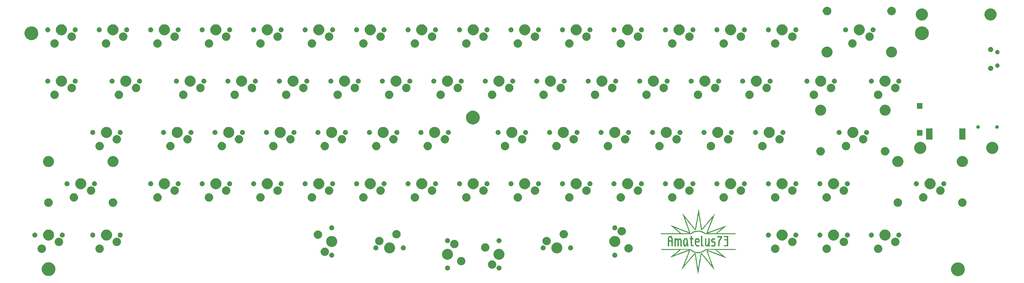
<source format=gts>
G04 #@! TF.GenerationSoftware,KiCad,Pcbnew,5.0.2-bee76a0~70~ubuntu18.04.1*
G04 #@! TF.CreationDate,2020-02-19T02:44:09+09:00*
G04 #@! TF.ProjectId,thanatos,7468616e-6174-46f7-932e-6b696361645f,rev?*
G04 #@! TF.SameCoordinates,Original*
G04 #@! TF.FileFunction,Soldermask,Top*
G04 #@! TF.FilePolarity,Negative*
%FSLAX46Y46*%
G04 Gerber Fmt 4.6, Leading zero omitted, Abs format (unit mm)*
G04 Created by KiCad (PCBNEW 5.0.2-bee76a0~70~ubuntu18.04.1) date 2020年02月19日 02時44分09秒*
%MOMM*%
%LPD*%
G01*
G04 APERTURE LIST*
%ADD10C,0.010000*%
%ADD11C,0.100000*%
G04 APERTURE END LIST*
D10*
G04 #@! TO.C,G\002A\002A\002A*
G36*
X269142570Y-100060591D02*
X269152182Y-100102554D01*
X269172529Y-100216025D01*
X269202521Y-100394024D01*
X269241071Y-100629572D01*
X269287089Y-100915688D01*
X269339487Y-101245390D01*
X269397175Y-101611699D01*
X269459064Y-102007635D01*
X269524066Y-102426216D01*
X269591091Y-102860463D01*
X269659051Y-103303395D01*
X269726857Y-103748031D01*
X269793420Y-104187391D01*
X269857650Y-104614495D01*
X269918459Y-105022361D01*
X269952305Y-105251250D01*
X270024005Y-105732247D01*
X270088494Y-106153451D01*
X270145272Y-106511880D01*
X270193840Y-106804557D01*
X270233699Y-107028500D01*
X270264349Y-107180731D01*
X270285290Y-107258270D01*
X270290146Y-107267125D01*
X270330983Y-107259527D01*
X270389264Y-107217296D01*
X270425747Y-107176912D01*
X270509249Y-107079955D01*
X270636030Y-106930875D01*
X270802351Y-106734124D01*
X271004473Y-106494151D01*
X271238656Y-106215408D01*
X271501161Y-105902346D01*
X271788248Y-105559416D01*
X272096178Y-105191068D01*
X272421213Y-104801754D01*
X272759611Y-104395925D01*
X272759943Y-104395527D01*
X273096515Y-103991856D01*
X273418404Y-103606220D01*
X273722015Y-103242901D01*
X274003754Y-102906183D01*
X274260025Y-102600347D01*
X274487234Y-102329676D01*
X274681785Y-102098453D01*
X274840084Y-101910959D01*
X274958536Y-101771477D01*
X275033545Y-101684289D01*
X275061518Y-101653678D01*
X275061604Y-101653687D01*
X275052620Y-101694974D01*
X275016410Y-101804522D01*
X274955050Y-101976821D01*
X274870615Y-102206363D01*
X274765182Y-102487641D01*
X274640826Y-102815146D01*
X274499622Y-103183369D01*
X274343647Y-103586802D01*
X274174975Y-104019936D01*
X274042443Y-104358281D01*
X273972280Y-104537255D01*
X273877696Y-104778950D01*
X273763080Y-105072126D01*
X273632817Y-105405540D01*
X273491296Y-105767952D01*
X273342904Y-106148119D01*
X273192027Y-106534802D01*
X273043054Y-106916758D01*
X272900370Y-107282746D01*
X272768364Y-107621525D01*
X272651423Y-107921853D01*
X272573847Y-108121264D01*
X272509634Y-108291278D01*
X272459876Y-108432480D01*
X272429690Y-108529657D01*
X272423794Y-108567335D01*
X272457636Y-108561986D01*
X272549239Y-108534505D01*
X272700266Y-108484296D01*
X272912380Y-108410761D01*
X273187245Y-108313302D01*
X273526524Y-108191321D01*
X273931881Y-108044220D01*
X274404978Y-107871403D01*
X274947480Y-107672270D01*
X275561049Y-107446225D01*
X276185313Y-107215613D01*
X276489024Y-107103461D01*
X276811560Y-106984643D01*
X277131528Y-106867021D01*
X277427534Y-106758456D01*
X277678188Y-106666808D01*
X277752969Y-106639555D01*
X278006025Y-106547022D01*
X278273289Y-106448585D01*
X278528748Y-106353871D01*
X278746385Y-106272504D01*
X278819559Y-106244891D01*
X278992850Y-106181426D01*
X279139782Y-106131709D01*
X279244154Y-106100952D01*
X279288869Y-106093946D01*
X279271371Y-106121540D01*
X279201113Y-106191256D01*
X279087117Y-106295379D01*
X278938404Y-106426196D01*
X278763996Y-106575992D01*
X278572915Y-106737054D01*
X278374181Y-106901669D01*
X278176817Y-107062123D01*
X277989843Y-107210702D01*
X277911778Y-107271416D01*
X277740083Y-107407724D01*
X277549075Y-107565199D01*
X277378008Y-107711438D01*
X277366636Y-107721438D01*
X277230301Y-107839563D01*
X277101698Y-107947425D01*
X277002944Y-108026580D01*
X276981260Y-108042834D01*
X276827308Y-108156722D01*
X276657309Y-108285883D01*
X276485105Y-108419403D01*
X276324538Y-108546363D01*
X276189450Y-108655847D01*
X276093681Y-108736938D01*
X276055917Y-108772632D01*
X276035554Y-108797589D01*
X276031165Y-108816855D01*
X276051610Y-108831534D01*
X276105744Y-108842734D01*
X276202427Y-108851561D01*
X276350514Y-108859122D01*
X276558865Y-108866523D01*
X276836336Y-108874871D01*
X276885847Y-108876314D01*
X277094742Y-108881171D01*
X277372375Y-108885737D01*
X277708108Y-108889926D01*
X278091303Y-108893655D01*
X278511324Y-108896839D01*
X278957532Y-108899395D01*
X279419290Y-108901238D01*
X279885962Y-108902286D01*
X280202135Y-108902500D01*
X280713592Y-108902562D01*
X281151729Y-108903013D01*
X281522600Y-108904248D01*
X281832257Y-108906664D01*
X282086757Y-108910658D01*
X282292152Y-108916625D01*
X282454497Y-108924963D01*
X282579847Y-108936067D01*
X282674255Y-108950333D01*
X282743775Y-108968159D01*
X282794462Y-108989940D01*
X282832370Y-109016072D01*
X282863554Y-109046953D01*
X282890328Y-109078477D01*
X282892286Y-109087058D01*
X282880743Y-109094819D01*
X282851992Y-109101801D01*
X282802329Y-109108043D01*
X282728048Y-109113588D01*
X282625443Y-109118475D01*
X282490807Y-109122745D01*
X282320436Y-109126438D01*
X282110623Y-109129595D01*
X281857663Y-109132257D01*
X281557851Y-109134465D01*
X281207479Y-109136258D01*
X280802843Y-109137677D01*
X280340237Y-109138764D01*
X279815955Y-109139558D01*
X279226291Y-109140101D01*
X278567539Y-109140432D01*
X277835995Y-109140592D01*
X277215731Y-109140625D01*
X271489556Y-109140625D01*
X271287513Y-108988138D01*
X270817788Y-108680101D01*
X270324580Y-108447666D01*
X269806635Y-108290452D01*
X269262701Y-108208081D01*
X268691522Y-108200172D01*
X268687672Y-108200365D01*
X268179891Y-108255262D01*
X267706925Y-108369697D01*
X267253721Y-108548939D01*
X266805229Y-108798257D01*
X266611978Y-108926996D01*
X266305674Y-109140625D01*
X255014236Y-109140625D01*
X255096439Y-109058422D01*
X255190289Y-108994740D01*
X255313751Y-108945359D01*
X255333462Y-108940306D01*
X255404591Y-108932856D01*
X255546291Y-108925885D01*
X255749761Y-108919558D01*
X256006197Y-108914041D01*
X256306796Y-108909500D01*
X256642756Y-108906100D01*
X257005274Y-108904007D01*
X257294063Y-108903393D01*
X257816193Y-108902455D01*
X258336120Y-108900290D01*
X258847875Y-108897001D01*
X259345489Y-108892694D01*
X259822994Y-108887471D01*
X260274422Y-108881439D01*
X260693804Y-108874700D01*
X261075173Y-108867359D01*
X261412560Y-108859520D01*
X261699996Y-108851288D01*
X261931515Y-108842767D01*
X262101146Y-108834061D01*
X262202923Y-108825275D01*
X262231446Y-108817121D01*
X262197267Y-108784865D01*
X262109130Y-108707797D01*
X261974073Y-108591901D01*
X261799130Y-108443162D01*
X261591338Y-108267564D01*
X261357732Y-108071092D01*
X261131746Y-107881795D01*
X260667303Y-107493196D01*
X260261346Y-107152903D01*
X259911196Y-106858628D01*
X259718318Y-106695931D01*
X260162090Y-106695931D01*
X260188021Y-106723901D01*
X260268595Y-106797080D01*
X260397401Y-106909952D01*
X260568031Y-107057004D01*
X260774072Y-107232720D01*
X261009115Y-107431585D01*
X261266750Y-107648085D01*
X261344853Y-107713447D01*
X261609853Y-107936421D01*
X261855491Y-108145820D01*
X262075081Y-108335736D01*
X262261932Y-108500265D01*
X262409356Y-108633500D01*
X262510666Y-108729537D01*
X262559172Y-108782470D01*
X262562298Y-108788399D01*
X262564896Y-108802889D01*
X262568230Y-108815387D01*
X262577818Y-108826103D01*
X262599177Y-108835246D01*
X262637821Y-108843024D01*
X262699269Y-108849647D01*
X262789036Y-108855323D01*
X262912640Y-108860263D01*
X263075595Y-108864673D01*
X263283420Y-108868765D01*
X263541630Y-108872746D01*
X263855742Y-108876826D01*
X264231272Y-108881213D01*
X264673737Y-108886117D01*
X265188654Y-108891747D01*
X265331631Y-108893317D01*
X266165918Y-108902500D01*
X266442881Y-108698907D01*
X266750587Y-108499225D01*
X267109069Y-108310512D01*
X267489781Y-108146656D01*
X267791406Y-108042733D01*
X267922318Y-108004588D01*
X268036400Y-107976638D01*
X268149847Y-107957309D01*
X268278857Y-107945026D01*
X268439625Y-107938216D01*
X268648347Y-107935304D01*
X268902656Y-107934713D01*
X269171456Y-107935410D01*
X269377105Y-107938547D01*
X269535821Y-107945691D01*
X269663825Y-107958410D01*
X269777335Y-107978272D01*
X269892571Y-108006844D01*
X270013906Y-108042126D01*
X270331268Y-108152914D01*
X270660639Y-108294749D01*
X270975060Y-108454623D01*
X271247568Y-108619529D01*
X271328576Y-108676410D01*
X271553654Y-108813442D01*
X271773319Y-108882129D01*
X272010031Y-108888445D01*
X272089399Y-108878821D01*
X272120891Y-108872734D01*
X272494663Y-108872734D01*
X272532877Y-108879266D01*
X272642012Y-108885302D01*
X272813618Y-108890681D01*
X273039242Y-108895245D01*
X273310432Y-108898832D01*
X273618736Y-108901281D01*
X273955703Y-108902432D01*
X274062031Y-108902500D01*
X274465190Y-108902101D01*
X274795613Y-108900751D01*
X275059934Y-108898220D01*
X275264790Y-108894281D01*
X275416815Y-108888704D01*
X275522644Y-108881260D01*
X275588914Y-108871720D01*
X275622258Y-108859854D01*
X275629688Y-108848400D01*
X275640959Y-108814275D01*
X275677920Y-108763822D01*
X275745288Y-108692903D01*
X275847783Y-108597381D01*
X275990125Y-108473121D01*
X276177031Y-108315986D01*
X276413222Y-108121838D01*
X276703415Y-107886541D01*
X276989879Y-107656059D01*
X277229048Y-107463367D01*
X277446362Y-107286855D01*
X277634576Y-107132521D01*
X277786442Y-107006365D01*
X277894714Y-106914387D01*
X277952145Y-106862585D01*
X277959436Y-106853395D01*
X277919597Y-106861840D01*
X277818327Y-106893966D01*
X277668454Y-106945414D01*
X277482804Y-107011826D01*
X277353307Y-107059364D01*
X276798784Y-107264738D01*
X276255610Y-107465686D01*
X275730043Y-107659904D01*
X275228343Y-107845087D01*
X274756769Y-108018932D01*
X274321580Y-108179134D01*
X273929034Y-108323390D01*
X273585393Y-108449396D01*
X273296913Y-108554847D01*
X273069856Y-108637440D01*
X272910479Y-108694871D01*
X272901460Y-108698088D01*
X272736817Y-108759324D01*
X272604129Y-108813538D01*
X272518706Y-108854159D01*
X272494663Y-108872734D01*
X272120891Y-108872734D01*
X272192844Y-108858827D01*
X272225413Y-108838210D01*
X272202127Y-108815836D01*
X272167059Y-108789684D01*
X272144196Y-108752207D01*
X272135402Y-108696798D01*
X272142540Y-108616847D01*
X272167475Y-108505746D01*
X272212071Y-108356887D01*
X272278191Y-108163660D01*
X272367700Y-107919457D01*
X272482461Y-107617670D01*
X272624340Y-107251689D01*
X272692608Y-107076875D01*
X272806162Y-106786189D01*
X272922517Y-106487766D01*
X273034587Y-106199822D01*
X273135284Y-105940576D01*
X273217520Y-105728245D01*
X273248438Y-105648125D01*
X273352485Y-105378572D01*
X273465638Y-105086404D01*
X273583809Y-104782085D01*
X273702912Y-104476076D01*
X273818860Y-104178837D01*
X273927565Y-103900831D01*
X274024942Y-103652519D01*
X274106903Y-103444363D01*
X274169361Y-103286825D01*
X274208231Y-103190366D01*
X274213548Y-103177578D01*
X274248824Y-103085325D01*
X274261805Y-103033126D01*
X274259657Y-103028750D01*
X274232107Y-103058417D01*
X274157835Y-103144167D01*
X274040957Y-103281122D01*
X273885585Y-103464404D01*
X273695835Y-103689135D01*
X273475821Y-103950436D01*
X273229655Y-104243432D01*
X272961454Y-104563242D01*
X272675329Y-104904990D01*
X272460483Y-105161953D01*
X272159431Y-105521946D01*
X271869884Y-105867651D01*
X271596395Y-106193663D01*
X271343521Y-106494575D01*
X271115816Y-106764984D01*
X270917837Y-106999482D01*
X270754137Y-107192666D01*
X270629272Y-107339129D01*
X270547797Y-107433465D01*
X270520678Y-107463828D01*
X270392861Y-107579846D01*
X270283919Y-107626296D01*
X270180936Y-107606344D01*
X270115684Y-107563047D01*
X270098454Y-107549888D01*
X270083288Y-107537001D01*
X270069238Y-107519055D01*
X270055353Y-107490721D01*
X270040685Y-107446666D01*
X270024285Y-107381560D01*
X270005204Y-107290073D01*
X269982493Y-107166873D01*
X269955202Y-107006631D01*
X269922383Y-106804015D01*
X269883086Y-106553695D01*
X269836363Y-106250339D01*
X269781263Y-105888618D01*
X269716840Y-105463200D01*
X269642142Y-104968755D01*
X269576911Y-104536875D01*
X269487372Y-103945571D01*
X269408778Y-103429528D01*
X269340606Y-102985463D01*
X269282331Y-102610097D01*
X269233430Y-102300146D01*
X269193380Y-102052330D01*
X269161657Y-101863368D01*
X269137737Y-101729977D01*
X269121097Y-101648876D01*
X269111212Y-101616784D01*
X269110881Y-101616402D01*
X269100460Y-101649379D01*
X269079115Y-101748873D01*
X269049125Y-101903132D01*
X269012770Y-102100404D01*
X268972329Y-102328936D01*
X268969388Y-102345891D01*
X268924438Y-102605081D01*
X268869785Y-102919713D01*
X268809386Y-103267036D01*
X268747199Y-103624302D01*
X268687180Y-103968760D01*
X268660777Y-104120156D01*
X268601451Y-104460295D01*
X268533078Y-104852437D01*
X268460224Y-105270386D01*
X268387456Y-105687947D01*
X268319338Y-106078922D01*
X268284059Y-106281468D01*
X268231396Y-106575359D01*
X268179888Y-106847116D01*
X268131809Y-107085902D01*
X268089436Y-107280881D01*
X268055045Y-107421217D01*
X268030911Y-107496073D01*
X268027765Y-107501859D01*
X267933989Y-107578956D01*
X267853025Y-107592813D01*
X267784088Y-107580520D01*
X267709653Y-107536329D01*
X267615311Y-107449265D01*
X267501243Y-107324922D01*
X267453677Y-107271119D01*
X267411075Y-107222766D01*
X267369697Y-107175240D01*
X267325802Y-107123913D01*
X267275649Y-107064161D01*
X267215496Y-106991357D01*
X267141604Y-106900876D01*
X267050230Y-106788093D01*
X266937635Y-106648381D01*
X266800077Y-106477115D01*
X266633815Y-106269670D01*
X266435109Y-106021419D01*
X266200217Y-105727738D01*
X265925399Y-105384000D01*
X265606913Y-104985580D01*
X265400879Y-104727833D01*
X265140717Y-104402940D01*
X264895477Y-104097778D01*
X264669592Y-103817789D01*
X264467492Y-103568410D01*
X264293607Y-103355081D01*
X264152367Y-103183242D01*
X264048204Y-103058332D01*
X263985548Y-102985790D01*
X263968312Y-102969084D01*
X263973742Y-103000654D01*
X264000156Y-103087265D01*
X264048354Y-103231155D01*
X264119133Y-103434563D01*
X264213292Y-103699726D01*
X264331630Y-104028885D01*
X264474945Y-104424277D01*
X264644035Y-104888141D01*
X264839699Y-105422716D01*
X264973379Y-105787031D01*
X265107548Y-106152557D01*
X265219581Y-106458299D01*
X265314793Y-106718951D01*
X265398497Y-106949206D01*
X265476010Y-107163760D01*
X265552644Y-107377304D01*
X265633715Y-107604534D01*
X265724538Y-107860142D01*
X265791586Y-108049219D01*
X265872766Y-108292608D01*
X265920055Y-108474950D01*
X265934031Y-108606697D01*
X265915272Y-108698300D01*
X265864357Y-108760211D01*
X265832071Y-108780657D01*
X265808056Y-108793262D01*
X265783367Y-108802339D01*
X265752202Y-108805898D01*
X265708760Y-108801950D01*
X265647238Y-108788504D01*
X265561837Y-108763572D01*
X265446755Y-108725165D01*
X265296189Y-108671292D01*
X265104340Y-108599964D01*
X264865405Y-108509192D01*
X264573583Y-108396986D01*
X264223073Y-108261357D01*
X263808074Y-108100315D01*
X263505156Y-107982685D01*
X263243877Y-107881033D01*
X262971907Y-107774891D01*
X262711863Y-107673107D01*
X262486364Y-107584532D01*
X262354219Y-107532371D01*
X261901139Y-107353455D01*
X261491074Y-107192599D01*
X261128196Y-107051396D01*
X260816678Y-106931437D01*
X260560694Y-106834315D01*
X260364416Y-106761623D01*
X260232018Y-106714952D01*
X260167672Y-106695895D01*
X260162090Y-106695931D01*
X259718318Y-106695931D01*
X259614175Y-106608084D01*
X259367606Y-106398986D01*
X259168813Y-106229045D01*
X259015116Y-106095976D01*
X258903840Y-105997491D01*
X258832306Y-105931303D01*
X258797836Y-105895126D01*
X258795339Y-105886250D01*
X258829665Y-105895333D01*
X258910808Y-105923150D01*
X259040979Y-105970553D01*
X259222385Y-106038394D01*
X259457236Y-106127525D01*
X259747742Y-106238797D01*
X260096111Y-106373064D01*
X260504552Y-106531175D01*
X260975275Y-106713984D01*
X261510489Y-106922343D01*
X262112403Y-107157103D01*
X262783226Y-107419116D01*
X263525167Y-107709235D01*
X263703594Y-107779045D01*
X264074393Y-107923738D01*
X264423724Y-108059291D01*
X264744625Y-108183054D01*
X265030132Y-108292381D01*
X265273282Y-108384622D01*
X265467111Y-108457130D01*
X265604658Y-108507256D01*
X265678959Y-108532352D01*
X265690301Y-108534617D01*
X265680447Y-108496094D01*
X265648085Y-108398513D01*
X265598450Y-108257182D01*
X265544631Y-108108750D01*
X265473509Y-107914853D01*
X265385221Y-107673751D01*
X265289782Y-107412815D01*
X265197208Y-107159416D01*
X265174324Y-107096719D01*
X265035690Y-106716913D01*
X264879523Y-106289244D01*
X264712747Y-105832667D01*
X264542290Y-105366136D01*
X264375077Y-104908606D01*
X264218033Y-104479031D01*
X264078085Y-104096366D01*
X264021449Y-103941563D01*
X263846688Y-103463789D01*
X263697405Y-103055250D01*
X263571699Y-102710681D01*
X263467666Y-102424812D01*
X263383403Y-102192378D01*
X263317009Y-102008111D01*
X263266579Y-101866745D01*
X263230211Y-101763011D01*
X263206003Y-101691644D01*
X263192052Y-101647375D01*
X263189879Y-101639688D01*
X263162837Y-101540469D01*
X263234778Y-101625247D01*
X263269785Y-101668179D01*
X263350782Y-101768505D01*
X263474119Y-101921678D01*
X263636146Y-102123155D01*
X263833213Y-102368391D01*
X264061670Y-102652841D01*
X264317866Y-102971960D01*
X264598153Y-103321205D01*
X264898880Y-103696030D01*
X265216396Y-104091890D01*
X265545729Y-104502591D01*
X265875109Y-104913100D01*
X266190607Y-105305716D01*
X266488662Y-105676040D01*
X266765711Y-106019675D01*
X267018194Y-106332221D01*
X267242547Y-106609281D01*
X267435209Y-106846454D01*
X267592618Y-107039343D01*
X267711212Y-107183550D01*
X267787429Y-107274676D01*
X267817708Y-107308322D01*
X267817838Y-107308385D01*
X267850317Y-107302049D01*
X267850937Y-107297686D01*
X267857584Y-107251932D01*
X267876646Y-107135610D01*
X267906810Y-106956331D01*
X267946759Y-106721706D01*
X267995179Y-106439346D01*
X268050755Y-106116860D01*
X268112171Y-105761860D01*
X268178112Y-105381956D01*
X268247263Y-104984760D01*
X268318310Y-104577880D01*
X268389936Y-104168930D01*
X268460827Y-103765518D01*
X268485747Y-103624063D01*
X268552767Y-103242650D01*
X268625343Y-102827441D01*
X268699696Y-102400212D01*
X268772044Y-101982743D01*
X268838605Y-101596809D01*
X268895600Y-101264190D01*
X268902625Y-101222969D01*
X268960358Y-100884959D01*
X269006609Y-100617430D01*
X269042992Y-100412574D01*
X269071116Y-100262584D01*
X269092595Y-100159654D01*
X269109038Y-100095977D01*
X269122059Y-100063744D01*
X269133269Y-100055149D01*
X269142570Y-100060591D01*
X269142570Y-100060591D01*
G37*
X269142570Y-100060591D02*
X269152182Y-100102554D01*
X269172529Y-100216025D01*
X269202521Y-100394024D01*
X269241071Y-100629572D01*
X269287089Y-100915688D01*
X269339487Y-101245390D01*
X269397175Y-101611699D01*
X269459064Y-102007635D01*
X269524066Y-102426216D01*
X269591091Y-102860463D01*
X269659051Y-103303395D01*
X269726857Y-103748031D01*
X269793420Y-104187391D01*
X269857650Y-104614495D01*
X269918459Y-105022361D01*
X269952305Y-105251250D01*
X270024005Y-105732247D01*
X270088494Y-106153451D01*
X270145272Y-106511880D01*
X270193840Y-106804557D01*
X270233699Y-107028500D01*
X270264349Y-107180731D01*
X270285290Y-107258270D01*
X270290146Y-107267125D01*
X270330983Y-107259527D01*
X270389264Y-107217296D01*
X270425747Y-107176912D01*
X270509249Y-107079955D01*
X270636030Y-106930875D01*
X270802351Y-106734124D01*
X271004473Y-106494151D01*
X271238656Y-106215408D01*
X271501161Y-105902346D01*
X271788248Y-105559416D01*
X272096178Y-105191068D01*
X272421213Y-104801754D01*
X272759611Y-104395925D01*
X272759943Y-104395527D01*
X273096515Y-103991856D01*
X273418404Y-103606220D01*
X273722015Y-103242901D01*
X274003754Y-102906183D01*
X274260025Y-102600347D01*
X274487234Y-102329676D01*
X274681785Y-102098453D01*
X274840084Y-101910959D01*
X274958536Y-101771477D01*
X275033545Y-101684289D01*
X275061518Y-101653678D01*
X275061604Y-101653687D01*
X275052620Y-101694974D01*
X275016410Y-101804522D01*
X274955050Y-101976821D01*
X274870615Y-102206363D01*
X274765182Y-102487641D01*
X274640826Y-102815146D01*
X274499622Y-103183369D01*
X274343647Y-103586802D01*
X274174975Y-104019936D01*
X274042443Y-104358281D01*
X273972280Y-104537255D01*
X273877696Y-104778950D01*
X273763080Y-105072126D01*
X273632817Y-105405540D01*
X273491296Y-105767952D01*
X273342904Y-106148119D01*
X273192027Y-106534802D01*
X273043054Y-106916758D01*
X272900370Y-107282746D01*
X272768364Y-107621525D01*
X272651423Y-107921853D01*
X272573847Y-108121264D01*
X272509634Y-108291278D01*
X272459876Y-108432480D01*
X272429690Y-108529657D01*
X272423794Y-108567335D01*
X272457636Y-108561986D01*
X272549239Y-108534505D01*
X272700266Y-108484296D01*
X272912380Y-108410761D01*
X273187245Y-108313302D01*
X273526524Y-108191321D01*
X273931881Y-108044220D01*
X274404978Y-107871403D01*
X274947480Y-107672270D01*
X275561049Y-107446225D01*
X276185313Y-107215613D01*
X276489024Y-107103461D01*
X276811560Y-106984643D01*
X277131528Y-106867021D01*
X277427534Y-106758456D01*
X277678188Y-106666808D01*
X277752969Y-106639555D01*
X278006025Y-106547022D01*
X278273289Y-106448585D01*
X278528748Y-106353871D01*
X278746385Y-106272504D01*
X278819559Y-106244891D01*
X278992850Y-106181426D01*
X279139782Y-106131709D01*
X279244154Y-106100952D01*
X279288869Y-106093946D01*
X279271371Y-106121540D01*
X279201113Y-106191256D01*
X279087117Y-106295379D01*
X278938404Y-106426196D01*
X278763996Y-106575992D01*
X278572915Y-106737054D01*
X278374181Y-106901669D01*
X278176817Y-107062123D01*
X277989843Y-107210702D01*
X277911778Y-107271416D01*
X277740083Y-107407724D01*
X277549075Y-107565199D01*
X277378008Y-107711438D01*
X277366636Y-107721438D01*
X277230301Y-107839563D01*
X277101698Y-107947425D01*
X277002944Y-108026580D01*
X276981260Y-108042834D01*
X276827308Y-108156722D01*
X276657309Y-108285883D01*
X276485105Y-108419403D01*
X276324538Y-108546363D01*
X276189450Y-108655847D01*
X276093681Y-108736938D01*
X276055917Y-108772632D01*
X276035554Y-108797589D01*
X276031165Y-108816855D01*
X276051610Y-108831534D01*
X276105744Y-108842734D01*
X276202427Y-108851561D01*
X276350514Y-108859122D01*
X276558865Y-108866523D01*
X276836336Y-108874871D01*
X276885847Y-108876314D01*
X277094742Y-108881171D01*
X277372375Y-108885737D01*
X277708108Y-108889926D01*
X278091303Y-108893655D01*
X278511324Y-108896839D01*
X278957532Y-108899395D01*
X279419290Y-108901238D01*
X279885962Y-108902286D01*
X280202135Y-108902500D01*
X280713592Y-108902562D01*
X281151729Y-108903013D01*
X281522600Y-108904248D01*
X281832257Y-108906664D01*
X282086757Y-108910658D01*
X282292152Y-108916625D01*
X282454497Y-108924963D01*
X282579847Y-108936067D01*
X282674255Y-108950333D01*
X282743775Y-108968159D01*
X282794462Y-108989940D01*
X282832370Y-109016072D01*
X282863554Y-109046953D01*
X282890328Y-109078477D01*
X282892286Y-109087058D01*
X282880743Y-109094819D01*
X282851992Y-109101801D01*
X282802329Y-109108043D01*
X282728048Y-109113588D01*
X282625443Y-109118475D01*
X282490807Y-109122745D01*
X282320436Y-109126438D01*
X282110623Y-109129595D01*
X281857663Y-109132257D01*
X281557851Y-109134465D01*
X281207479Y-109136258D01*
X280802843Y-109137677D01*
X280340237Y-109138764D01*
X279815955Y-109139558D01*
X279226291Y-109140101D01*
X278567539Y-109140432D01*
X277835995Y-109140592D01*
X277215731Y-109140625D01*
X271489556Y-109140625D01*
X271287513Y-108988138D01*
X270817788Y-108680101D01*
X270324580Y-108447666D01*
X269806635Y-108290452D01*
X269262701Y-108208081D01*
X268691522Y-108200172D01*
X268687672Y-108200365D01*
X268179891Y-108255262D01*
X267706925Y-108369697D01*
X267253721Y-108548939D01*
X266805229Y-108798257D01*
X266611978Y-108926996D01*
X266305674Y-109140625D01*
X255014236Y-109140625D01*
X255096439Y-109058422D01*
X255190289Y-108994740D01*
X255313751Y-108945359D01*
X255333462Y-108940306D01*
X255404591Y-108932856D01*
X255546291Y-108925885D01*
X255749761Y-108919558D01*
X256006197Y-108914041D01*
X256306796Y-108909500D01*
X256642756Y-108906100D01*
X257005274Y-108904007D01*
X257294063Y-108903393D01*
X257816193Y-108902455D01*
X258336120Y-108900290D01*
X258847875Y-108897001D01*
X259345489Y-108892694D01*
X259822994Y-108887471D01*
X260274422Y-108881439D01*
X260693804Y-108874700D01*
X261075173Y-108867359D01*
X261412560Y-108859520D01*
X261699996Y-108851288D01*
X261931515Y-108842767D01*
X262101146Y-108834061D01*
X262202923Y-108825275D01*
X262231446Y-108817121D01*
X262197267Y-108784865D01*
X262109130Y-108707797D01*
X261974073Y-108591901D01*
X261799130Y-108443162D01*
X261591338Y-108267564D01*
X261357732Y-108071092D01*
X261131746Y-107881795D01*
X260667303Y-107493196D01*
X260261346Y-107152903D01*
X259911196Y-106858628D01*
X259718318Y-106695931D01*
X260162090Y-106695931D01*
X260188021Y-106723901D01*
X260268595Y-106797080D01*
X260397401Y-106909952D01*
X260568031Y-107057004D01*
X260774072Y-107232720D01*
X261009115Y-107431585D01*
X261266750Y-107648085D01*
X261344853Y-107713447D01*
X261609853Y-107936421D01*
X261855491Y-108145820D01*
X262075081Y-108335736D01*
X262261932Y-108500265D01*
X262409356Y-108633500D01*
X262510666Y-108729537D01*
X262559172Y-108782470D01*
X262562298Y-108788399D01*
X262564896Y-108802889D01*
X262568230Y-108815387D01*
X262577818Y-108826103D01*
X262599177Y-108835246D01*
X262637821Y-108843024D01*
X262699269Y-108849647D01*
X262789036Y-108855323D01*
X262912640Y-108860263D01*
X263075595Y-108864673D01*
X263283420Y-108868765D01*
X263541630Y-108872746D01*
X263855742Y-108876826D01*
X264231272Y-108881213D01*
X264673737Y-108886117D01*
X265188654Y-108891747D01*
X265331631Y-108893317D01*
X266165918Y-108902500D01*
X266442881Y-108698907D01*
X266750587Y-108499225D01*
X267109069Y-108310512D01*
X267489781Y-108146656D01*
X267791406Y-108042733D01*
X267922318Y-108004588D01*
X268036400Y-107976638D01*
X268149847Y-107957309D01*
X268278857Y-107945026D01*
X268439625Y-107938216D01*
X268648347Y-107935304D01*
X268902656Y-107934713D01*
X269171456Y-107935410D01*
X269377105Y-107938547D01*
X269535821Y-107945691D01*
X269663825Y-107958410D01*
X269777335Y-107978272D01*
X269892571Y-108006844D01*
X270013906Y-108042126D01*
X270331268Y-108152914D01*
X270660639Y-108294749D01*
X270975060Y-108454623D01*
X271247568Y-108619529D01*
X271328576Y-108676410D01*
X271553654Y-108813442D01*
X271773319Y-108882129D01*
X272010031Y-108888445D01*
X272089399Y-108878821D01*
X272120891Y-108872734D01*
X272494663Y-108872734D01*
X272532877Y-108879266D01*
X272642012Y-108885302D01*
X272813618Y-108890681D01*
X273039242Y-108895245D01*
X273310432Y-108898832D01*
X273618736Y-108901281D01*
X273955703Y-108902432D01*
X274062031Y-108902500D01*
X274465190Y-108902101D01*
X274795613Y-108900751D01*
X275059934Y-108898220D01*
X275264790Y-108894281D01*
X275416815Y-108888704D01*
X275522644Y-108881260D01*
X275588914Y-108871720D01*
X275622258Y-108859854D01*
X275629688Y-108848400D01*
X275640959Y-108814275D01*
X275677920Y-108763822D01*
X275745288Y-108692903D01*
X275847783Y-108597381D01*
X275990125Y-108473121D01*
X276177031Y-108315986D01*
X276413222Y-108121838D01*
X276703415Y-107886541D01*
X276989879Y-107656059D01*
X277229048Y-107463367D01*
X277446362Y-107286855D01*
X277634576Y-107132521D01*
X277786442Y-107006365D01*
X277894714Y-106914387D01*
X277952145Y-106862585D01*
X277959436Y-106853395D01*
X277919597Y-106861840D01*
X277818327Y-106893966D01*
X277668454Y-106945414D01*
X277482804Y-107011826D01*
X277353307Y-107059364D01*
X276798784Y-107264738D01*
X276255610Y-107465686D01*
X275730043Y-107659904D01*
X275228343Y-107845087D01*
X274756769Y-108018932D01*
X274321580Y-108179134D01*
X273929034Y-108323390D01*
X273585393Y-108449396D01*
X273296913Y-108554847D01*
X273069856Y-108637440D01*
X272910479Y-108694871D01*
X272901460Y-108698088D01*
X272736817Y-108759324D01*
X272604129Y-108813538D01*
X272518706Y-108854159D01*
X272494663Y-108872734D01*
X272120891Y-108872734D01*
X272192844Y-108858827D01*
X272225413Y-108838210D01*
X272202127Y-108815836D01*
X272167059Y-108789684D01*
X272144196Y-108752207D01*
X272135402Y-108696798D01*
X272142540Y-108616847D01*
X272167475Y-108505746D01*
X272212071Y-108356887D01*
X272278191Y-108163660D01*
X272367700Y-107919457D01*
X272482461Y-107617670D01*
X272624340Y-107251689D01*
X272692608Y-107076875D01*
X272806162Y-106786189D01*
X272922517Y-106487766D01*
X273034587Y-106199822D01*
X273135284Y-105940576D01*
X273217520Y-105728245D01*
X273248438Y-105648125D01*
X273352485Y-105378572D01*
X273465638Y-105086404D01*
X273583809Y-104782085D01*
X273702912Y-104476076D01*
X273818860Y-104178837D01*
X273927565Y-103900831D01*
X274024942Y-103652519D01*
X274106903Y-103444363D01*
X274169361Y-103286825D01*
X274208231Y-103190366D01*
X274213548Y-103177578D01*
X274248824Y-103085325D01*
X274261805Y-103033126D01*
X274259657Y-103028750D01*
X274232107Y-103058417D01*
X274157835Y-103144167D01*
X274040957Y-103281122D01*
X273885585Y-103464404D01*
X273695835Y-103689135D01*
X273475821Y-103950436D01*
X273229655Y-104243432D01*
X272961454Y-104563242D01*
X272675329Y-104904990D01*
X272460483Y-105161953D01*
X272159431Y-105521946D01*
X271869884Y-105867651D01*
X271596395Y-106193663D01*
X271343521Y-106494575D01*
X271115816Y-106764984D01*
X270917837Y-106999482D01*
X270754137Y-107192666D01*
X270629272Y-107339129D01*
X270547797Y-107433465D01*
X270520678Y-107463828D01*
X270392861Y-107579846D01*
X270283919Y-107626296D01*
X270180936Y-107606344D01*
X270115684Y-107563047D01*
X270098454Y-107549888D01*
X270083288Y-107537001D01*
X270069238Y-107519055D01*
X270055353Y-107490721D01*
X270040685Y-107446666D01*
X270024285Y-107381560D01*
X270005204Y-107290073D01*
X269982493Y-107166873D01*
X269955202Y-107006631D01*
X269922383Y-106804015D01*
X269883086Y-106553695D01*
X269836363Y-106250339D01*
X269781263Y-105888618D01*
X269716840Y-105463200D01*
X269642142Y-104968755D01*
X269576911Y-104536875D01*
X269487372Y-103945571D01*
X269408778Y-103429528D01*
X269340606Y-102985463D01*
X269282331Y-102610097D01*
X269233430Y-102300146D01*
X269193380Y-102052330D01*
X269161657Y-101863368D01*
X269137737Y-101729977D01*
X269121097Y-101648876D01*
X269111212Y-101616784D01*
X269110881Y-101616402D01*
X269100460Y-101649379D01*
X269079115Y-101748873D01*
X269049125Y-101903132D01*
X269012770Y-102100404D01*
X268972329Y-102328936D01*
X268969388Y-102345891D01*
X268924438Y-102605081D01*
X268869785Y-102919713D01*
X268809386Y-103267036D01*
X268747199Y-103624302D01*
X268687180Y-103968760D01*
X268660777Y-104120156D01*
X268601451Y-104460295D01*
X268533078Y-104852437D01*
X268460224Y-105270386D01*
X268387456Y-105687947D01*
X268319338Y-106078922D01*
X268284059Y-106281468D01*
X268231396Y-106575359D01*
X268179888Y-106847116D01*
X268131809Y-107085902D01*
X268089436Y-107280881D01*
X268055045Y-107421217D01*
X268030911Y-107496073D01*
X268027765Y-107501859D01*
X267933989Y-107578956D01*
X267853025Y-107592813D01*
X267784088Y-107580520D01*
X267709653Y-107536329D01*
X267615311Y-107449265D01*
X267501243Y-107324922D01*
X267453677Y-107271119D01*
X267411075Y-107222766D01*
X267369697Y-107175240D01*
X267325802Y-107123913D01*
X267275649Y-107064161D01*
X267215496Y-106991357D01*
X267141604Y-106900876D01*
X267050230Y-106788093D01*
X266937635Y-106648381D01*
X266800077Y-106477115D01*
X266633815Y-106269670D01*
X266435109Y-106021419D01*
X266200217Y-105727738D01*
X265925399Y-105384000D01*
X265606913Y-104985580D01*
X265400879Y-104727833D01*
X265140717Y-104402940D01*
X264895477Y-104097778D01*
X264669592Y-103817789D01*
X264467492Y-103568410D01*
X264293607Y-103355081D01*
X264152367Y-103183242D01*
X264048204Y-103058332D01*
X263985548Y-102985790D01*
X263968312Y-102969084D01*
X263973742Y-103000654D01*
X264000156Y-103087265D01*
X264048354Y-103231155D01*
X264119133Y-103434563D01*
X264213292Y-103699726D01*
X264331630Y-104028885D01*
X264474945Y-104424277D01*
X264644035Y-104888141D01*
X264839699Y-105422716D01*
X264973379Y-105787031D01*
X265107548Y-106152557D01*
X265219581Y-106458299D01*
X265314793Y-106718951D01*
X265398497Y-106949206D01*
X265476010Y-107163760D01*
X265552644Y-107377304D01*
X265633715Y-107604534D01*
X265724538Y-107860142D01*
X265791586Y-108049219D01*
X265872766Y-108292608D01*
X265920055Y-108474950D01*
X265934031Y-108606697D01*
X265915272Y-108698300D01*
X265864357Y-108760211D01*
X265832071Y-108780657D01*
X265808056Y-108793262D01*
X265783367Y-108802339D01*
X265752202Y-108805898D01*
X265708760Y-108801950D01*
X265647238Y-108788504D01*
X265561837Y-108763572D01*
X265446755Y-108725165D01*
X265296189Y-108671292D01*
X265104340Y-108599964D01*
X264865405Y-108509192D01*
X264573583Y-108396986D01*
X264223073Y-108261357D01*
X263808074Y-108100315D01*
X263505156Y-107982685D01*
X263243877Y-107881033D01*
X262971907Y-107774891D01*
X262711863Y-107673107D01*
X262486364Y-107584532D01*
X262354219Y-107532371D01*
X261901139Y-107353455D01*
X261491074Y-107192599D01*
X261128196Y-107051396D01*
X260816678Y-106931437D01*
X260560694Y-106834315D01*
X260364416Y-106761623D01*
X260232018Y-106714952D01*
X260167672Y-106695895D01*
X260162090Y-106695931D01*
X259718318Y-106695931D01*
X259614175Y-106608084D01*
X259367606Y-106398986D01*
X259168813Y-106229045D01*
X259015116Y-106095976D01*
X258903840Y-105997491D01*
X258832306Y-105931303D01*
X258797836Y-105895126D01*
X258795339Y-105886250D01*
X258829665Y-105895333D01*
X258910808Y-105923150D01*
X259040979Y-105970553D01*
X259222385Y-106038394D01*
X259457236Y-106127525D01*
X259747742Y-106238797D01*
X260096111Y-106373064D01*
X260504552Y-106531175D01*
X260975275Y-106713984D01*
X261510489Y-106922343D01*
X262112403Y-107157103D01*
X262783226Y-107419116D01*
X263525167Y-107709235D01*
X263703594Y-107779045D01*
X264074393Y-107923738D01*
X264423724Y-108059291D01*
X264744625Y-108183054D01*
X265030132Y-108292381D01*
X265273282Y-108384622D01*
X265467111Y-108457130D01*
X265604658Y-108507256D01*
X265678959Y-108532352D01*
X265690301Y-108534617D01*
X265680447Y-108496094D01*
X265648085Y-108398513D01*
X265598450Y-108257182D01*
X265544631Y-108108750D01*
X265473509Y-107914853D01*
X265385221Y-107673751D01*
X265289782Y-107412815D01*
X265197208Y-107159416D01*
X265174324Y-107096719D01*
X265035690Y-106716913D01*
X264879523Y-106289244D01*
X264712747Y-105832667D01*
X264542290Y-105366136D01*
X264375077Y-104908606D01*
X264218033Y-104479031D01*
X264078085Y-104096366D01*
X264021449Y-103941563D01*
X263846688Y-103463789D01*
X263697405Y-103055250D01*
X263571699Y-102710681D01*
X263467666Y-102424812D01*
X263383403Y-102192378D01*
X263317009Y-102008111D01*
X263266579Y-101866745D01*
X263230211Y-101763011D01*
X263206003Y-101691644D01*
X263192052Y-101647375D01*
X263189879Y-101639688D01*
X263162837Y-101540469D01*
X263234778Y-101625247D01*
X263269785Y-101668179D01*
X263350782Y-101768505D01*
X263474119Y-101921678D01*
X263636146Y-102123155D01*
X263833213Y-102368391D01*
X264061670Y-102652841D01*
X264317866Y-102971960D01*
X264598153Y-103321205D01*
X264898880Y-103696030D01*
X265216396Y-104091890D01*
X265545729Y-104502591D01*
X265875109Y-104913100D01*
X266190607Y-105305716D01*
X266488662Y-105676040D01*
X266765711Y-106019675D01*
X267018194Y-106332221D01*
X267242547Y-106609281D01*
X267435209Y-106846454D01*
X267592618Y-107039343D01*
X267711212Y-107183550D01*
X267787429Y-107274676D01*
X267817708Y-107308322D01*
X267817838Y-107308385D01*
X267850317Y-107302049D01*
X267850937Y-107297686D01*
X267857584Y-107251932D01*
X267876646Y-107135610D01*
X267906810Y-106956331D01*
X267946759Y-106721706D01*
X267995179Y-106439346D01*
X268050755Y-106116860D01*
X268112171Y-105761860D01*
X268178112Y-105381956D01*
X268247263Y-104984760D01*
X268318310Y-104577880D01*
X268389936Y-104168930D01*
X268460827Y-103765518D01*
X268485747Y-103624063D01*
X268552767Y-103242650D01*
X268625343Y-102827441D01*
X268699696Y-102400212D01*
X268772044Y-101982743D01*
X268838605Y-101596809D01*
X268895600Y-101264190D01*
X268902625Y-101222969D01*
X268960358Y-100884959D01*
X269006609Y-100617430D01*
X269042992Y-100412574D01*
X269071116Y-100262584D01*
X269092595Y-100159654D01*
X269109038Y-100095977D01*
X269122059Y-100063744D01*
X269133269Y-100055149D01*
X269142570Y-100060591D01*
G36*
X280035000Y-110471947D02*
X280034533Y-110706722D01*
X280031823Y-110876375D01*
X280024909Y-110995158D01*
X280011828Y-111077325D01*
X279990618Y-111137128D01*
X279959317Y-111188820D01*
X279931071Y-111226867D01*
X279827142Y-111363125D01*
X280035000Y-111363125D01*
X280035000Y-113665000D01*
X278526875Y-113665000D01*
X278526875Y-113268125D01*
X279598438Y-113268125D01*
X279598438Y-111442500D01*
X278606250Y-111442500D01*
X278606250Y-111045625D01*
X279598438Y-111045625D01*
X279598438Y-110251875D01*
X278482838Y-110251875D01*
X278494935Y-110063359D01*
X278507031Y-109874844D01*
X279271016Y-109864065D01*
X280035000Y-109853286D01*
X280035000Y-110471947D01*
X280035000Y-110471947D01*
G37*
X280035000Y-110471947D02*
X280034533Y-110706722D01*
X280031823Y-110876375D01*
X280024909Y-110995158D01*
X280011828Y-111077325D01*
X279990618Y-111137128D01*
X279959317Y-111188820D01*
X279931071Y-111226867D01*
X279827142Y-111363125D01*
X280035000Y-111363125D01*
X280035000Y-113665000D01*
X278526875Y-113665000D01*
X278526875Y-113268125D01*
X279598438Y-113268125D01*
X279598438Y-111442500D01*
X278606250Y-111442500D01*
X278606250Y-111045625D01*
X279598438Y-111045625D01*
X279598438Y-110251875D01*
X278482838Y-110251875D01*
X278494935Y-110063359D01*
X278507031Y-109874844D01*
X279271016Y-109864065D01*
X280035000Y-109853286D01*
X280035000Y-110471947D01*
G36*
X277733125Y-110577573D02*
X277342703Y-111119177D01*
X277211643Y-111301483D01*
X277096450Y-111462655D01*
X277005348Y-111591112D01*
X276946561Y-111675272D01*
X276928794Y-111702055D01*
X276918613Y-111752701D01*
X276903943Y-111869828D01*
X276886094Y-112040753D01*
X276866374Y-112252795D01*
X276846093Y-112493271D01*
X276842730Y-112535493D01*
X276822181Y-112790131D01*
X276802139Y-113028552D01*
X276783965Y-113235310D01*
X276769019Y-113394958D01*
X276758661Y-113492051D01*
X276758113Y-113496328D01*
X276736074Y-113665000D01*
X276540068Y-113665000D01*
X276422971Y-113661436D01*
X276364884Y-113644338D01*
X276345540Y-113604099D01*
X276344063Y-113572081D01*
X276347386Y-113498504D01*
X276356596Y-113363475D01*
X276370550Y-113180200D01*
X276388107Y-112961881D01*
X276408123Y-112721722D01*
X276429458Y-112472928D01*
X276450968Y-112228703D01*
X276471512Y-112002249D01*
X276489948Y-111806771D01*
X276505134Y-111655473D01*
X276515928Y-111561559D01*
X276520034Y-111537581D01*
X276547670Y-111492031D01*
X276614062Y-111394328D01*
X276710958Y-111256278D01*
X276830104Y-111089686D01*
X276916066Y-110971011D01*
X277044771Y-110789548D01*
X277154861Y-110625476D01*
X277238330Y-110491443D01*
X277287173Y-110400097D01*
X277296563Y-110369914D01*
X277292738Y-110340993D01*
X277273769Y-110320223D01*
X277228415Y-110306261D01*
X277145432Y-110297760D01*
X277013580Y-110293375D01*
X276821616Y-110291763D01*
X276641719Y-110291563D01*
X275986875Y-110291563D01*
X275986875Y-109894688D01*
X277733125Y-109894688D01*
X277733125Y-110577573D01*
X277733125Y-110577573D01*
G37*
X277733125Y-110577573D02*
X277342703Y-111119177D01*
X277211643Y-111301483D01*
X277096450Y-111462655D01*
X277005348Y-111591112D01*
X276946561Y-111675272D01*
X276928794Y-111702055D01*
X276918613Y-111752701D01*
X276903943Y-111869828D01*
X276886094Y-112040753D01*
X276866374Y-112252795D01*
X276846093Y-112493271D01*
X276842730Y-112535493D01*
X276822181Y-112790131D01*
X276802139Y-113028552D01*
X276783965Y-113235310D01*
X276769019Y-113394958D01*
X276758661Y-113492051D01*
X276758113Y-113496328D01*
X276736074Y-113665000D01*
X276540068Y-113665000D01*
X276422971Y-113661436D01*
X276364884Y-113644338D01*
X276345540Y-113604099D01*
X276344063Y-113572081D01*
X276347386Y-113498504D01*
X276356596Y-113363475D01*
X276370550Y-113180200D01*
X276388107Y-112961881D01*
X276408123Y-112721722D01*
X276429458Y-112472928D01*
X276450968Y-112228703D01*
X276471512Y-112002249D01*
X276489948Y-111806771D01*
X276505134Y-111655473D01*
X276515928Y-111561559D01*
X276520034Y-111537581D01*
X276547670Y-111492031D01*
X276614062Y-111394328D01*
X276710958Y-111256278D01*
X276830104Y-111089686D01*
X276916066Y-110971011D01*
X277044771Y-110789548D01*
X277154861Y-110625476D01*
X277238330Y-110491443D01*
X277287173Y-110400097D01*
X277296563Y-110369914D01*
X277292738Y-110340993D01*
X277273769Y-110320223D01*
X277228415Y-110306261D01*
X277145432Y-110297760D01*
X277013580Y-110293375D01*
X276821616Y-110291763D01*
X276641719Y-110291563D01*
X275986875Y-110291563D01*
X275986875Y-109894688D01*
X277733125Y-109894688D01*
X277733125Y-110577573D01*
G36*
X270470313Y-113268125D02*
X270867188Y-113268125D01*
X270867188Y-113665000D01*
X270539766Y-113664509D01*
X270212344Y-113664017D01*
X270123047Y-113526159D01*
X270101920Y-113492380D01*
X270084420Y-113457317D01*
X270070205Y-113413614D01*
X270058933Y-113353910D01*
X270050263Y-113270849D01*
X270043854Y-113157073D01*
X270039363Y-113005223D01*
X270036451Y-112807941D01*
X270034774Y-112557869D01*
X270033992Y-112247650D01*
X270033764Y-111869924D01*
X270033750Y-111601807D01*
X270033750Y-109815313D01*
X270470313Y-109815313D01*
X270470313Y-113268125D01*
X270470313Y-113268125D01*
G37*
X270470313Y-113268125D02*
X270867188Y-113268125D01*
X270867188Y-113665000D01*
X270539766Y-113664509D01*
X270212344Y-113664017D01*
X270123047Y-113526159D01*
X270101920Y-113492380D01*
X270084420Y-113457317D01*
X270070205Y-113413614D01*
X270058933Y-113353910D01*
X270050263Y-113270849D01*
X270043854Y-113157073D01*
X270039363Y-113005223D01*
X270036451Y-112807941D01*
X270034774Y-112557869D01*
X270033992Y-112247650D01*
X270033764Y-111869924D01*
X270033750Y-111601807D01*
X270033750Y-109815313D01*
X270470313Y-109815313D01*
X270470313Y-113268125D01*
G36*
X266620625Y-110648750D02*
X267176250Y-110648750D01*
X267176250Y-111045625D01*
X266620625Y-111045625D01*
X266620625Y-112080109D01*
X266622234Y-112413870D01*
X266626898Y-112697030D01*
X266634373Y-112922990D01*
X266644416Y-113085151D01*
X266656782Y-113176915D01*
X266661709Y-113191359D01*
X266698222Y-113234353D01*
X266762974Y-113257885D01*
X266876228Y-113267181D01*
X266959365Y-113268125D01*
X267215938Y-113268125D01*
X267215938Y-113665000D01*
X266508323Y-113665000D01*
X266366036Y-113471167D01*
X266223750Y-113277334D01*
X266223750Y-111045625D01*
X265866563Y-111045625D01*
X265866563Y-110648750D01*
X266223750Y-110648750D01*
X266223750Y-109894688D01*
X266620625Y-109894688D01*
X266620625Y-110648750D01*
X266620625Y-110648750D01*
G37*
X266620625Y-110648750D02*
X267176250Y-110648750D01*
X267176250Y-111045625D01*
X266620625Y-111045625D01*
X266620625Y-112080109D01*
X266622234Y-112413870D01*
X266626898Y-112697030D01*
X266634373Y-112922990D01*
X266644416Y-113085151D01*
X266656782Y-113176915D01*
X266661709Y-113191359D01*
X266698222Y-113234353D01*
X266762974Y-113257885D01*
X266876228Y-113267181D01*
X266959365Y-113268125D01*
X267215938Y-113268125D01*
X267215938Y-113665000D01*
X266508323Y-113665000D01*
X266366036Y-113471167D01*
X266223750Y-113277334D01*
X266223750Y-111045625D01*
X265866563Y-111045625D01*
X265866563Y-110648750D01*
X266223750Y-110648750D01*
X266223750Y-109894688D01*
X266620625Y-109894688D01*
X266620625Y-110648750D01*
G36*
X259291725Y-110379664D02*
X259518294Y-110906719D01*
X259517428Y-112285859D01*
X259516563Y-113665000D01*
X259080000Y-113665000D01*
X259080000Y-111918750D01*
X258127500Y-111918750D01*
X258127500Y-113665000D01*
X257730625Y-113665000D01*
X257732152Y-111207682D01*
X258127177Y-111207682D01*
X258131091Y-111345087D01*
X258141009Y-111449083D01*
X258153958Y-111495417D01*
X258202036Y-111505967D01*
X258312439Y-111514520D01*
X258468126Y-111520128D01*
X258630208Y-111521875D01*
X259080000Y-111521875D01*
X259080000Y-111228051D01*
X259073819Y-111055071D01*
X259050055Y-110909218D01*
X259000870Y-110754754D01*
X258947312Y-110622816D01*
X258814624Y-110311406D01*
X258419498Y-110287906D01*
X258273176Y-110617156D01*
X258196740Y-110800791D01*
X258151925Y-110945456D01*
X258131286Y-111081276D01*
X258127177Y-111207682D01*
X257732152Y-111207682D01*
X257732389Y-110827344D01*
X258148535Y-109874844D01*
X258606846Y-109863727D01*
X259065157Y-109852609D01*
X259291725Y-110379664D01*
X259291725Y-110379664D01*
G37*
X259291725Y-110379664D02*
X259518294Y-110906719D01*
X259517428Y-112285859D01*
X259516563Y-113665000D01*
X259080000Y-113665000D01*
X259080000Y-111918750D01*
X258127500Y-111918750D01*
X258127500Y-113665000D01*
X257730625Y-113665000D01*
X257732152Y-111207682D01*
X258127177Y-111207682D01*
X258131091Y-111345087D01*
X258141009Y-111449083D01*
X258153958Y-111495417D01*
X258202036Y-111505967D01*
X258312439Y-111514520D01*
X258468126Y-111520128D01*
X258630208Y-111521875D01*
X259080000Y-111521875D01*
X259080000Y-111228051D01*
X259073819Y-111055071D01*
X259050055Y-110909218D01*
X259000870Y-110754754D01*
X258947312Y-110622816D01*
X258814624Y-110311406D01*
X258419498Y-110287906D01*
X258273176Y-110617156D01*
X258196740Y-110800791D01*
X258151925Y-110945456D01*
X258131286Y-111081276D01*
X258127177Y-111207682D01*
X257732152Y-111207682D01*
X257732389Y-110827344D01*
X258148535Y-109874844D01*
X258606846Y-109863727D01*
X259065157Y-109852609D01*
X259291725Y-110379664D01*
G36*
X275193125Y-111162244D02*
X274706953Y-111173388D01*
X274220781Y-111184531D01*
X274208965Y-111455994D01*
X274209252Y-111623394D01*
X274225149Y-111741027D01*
X274243590Y-111783416D01*
X274300080Y-111814666D01*
X274412931Y-111832772D01*
X274592678Y-111839296D01*
X274620714Y-111839375D01*
X274951396Y-111839375D01*
X275151636Y-112086848D01*
X275351875Y-112334320D01*
X275351875Y-113124077D01*
X275163359Y-113413870D01*
X274974844Y-113703662D01*
X273843750Y-113704688D01*
X273843750Y-113307813D01*
X274317750Y-113307813D01*
X274546889Y-113305803D01*
X274708422Y-113292478D01*
X274814115Y-113256895D01*
X274875734Y-113188112D01*
X274905047Y-113075185D01*
X274913821Y-112907173D01*
X274914050Y-112753279D01*
X274910589Y-112542698D01*
X274894670Y-112398777D01*
X274855507Y-112308818D01*
X274782314Y-112260121D01*
X274664304Y-112239991D01*
X274490690Y-112235728D01*
X274474375Y-112235692D01*
X274141406Y-112235134D01*
X273952891Y-112008365D01*
X273857174Y-111890366D01*
X273800999Y-111803062D01*
X273773828Y-111717054D01*
X273765123Y-111602942D01*
X273764375Y-111482381D01*
X273766111Y-111328482D01*
X273778088Y-111225629D01*
X273810458Y-111145495D01*
X273873375Y-111059753D01*
X273946046Y-110975490D01*
X274127718Y-110767813D01*
X275193125Y-110767813D01*
X275193125Y-111162244D01*
X275193125Y-111162244D01*
G37*
X275193125Y-111162244D02*
X274706953Y-111173388D01*
X274220781Y-111184531D01*
X274208965Y-111455994D01*
X274209252Y-111623394D01*
X274225149Y-111741027D01*
X274243590Y-111783416D01*
X274300080Y-111814666D01*
X274412931Y-111832772D01*
X274592678Y-111839296D01*
X274620714Y-111839375D01*
X274951396Y-111839375D01*
X275151636Y-112086848D01*
X275351875Y-112334320D01*
X275351875Y-113124077D01*
X275163359Y-113413870D01*
X274974844Y-113703662D01*
X273843750Y-113704688D01*
X273843750Y-113307813D01*
X274317750Y-113307813D01*
X274546889Y-113305803D01*
X274708422Y-113292478D01*
X274814115Y-113256895D01*
X274875734Y-113188112D01*
X274905047Y-113075185D01*
X274913821Y-112907173D01*
X274914050Y-112753279D01*
X274910589Y-112542698D01*
X274894670Y-112398777D01*
X274855507Y-112308818D01*
X274782314Y-112260121D01*
X274664304Y-112239991D01*
X274490690Y-112235728D01*
X274474375Y-112235692D01*
X274141406Y-112235134D01*
X273952891Y-112008365D01*
X273857174Y-111890366D01*
X273800999Y-111803062D01*
X273773828Y-111717054D01*
X273765123Y-111602942D01*
X273764375Y-111482381D01*
X273766111Y-111328482D01*
X273778088Y-111225629D01*
X273810458Y-111145495D01*
X273873375Y-111059753D01*
X273946046Y-110975490D01*
X274127718Y-110767813D01*
X275193125Y-110767813D01*
X275193125Y-111162244D01*
G36*
X271899670Y-111968359D02*
X271900882Y-112270977D01*
X271904019Y-112549039D01*
X271908806Y-112792318D01*
X271914967Y-112990585D01*
X271922228Y-113133612D01*
X271930314Y-113211171D01*
X271933369Y-113221090D01*
X272000285Y-113256087D01*
X272132607Y-113261350D01*
X272141121Y-113260778D01*
X272315781Y-113248281D01*
X272513242Y-112891094D01*
X272710702Y-112533906D01*
X272723711Y-111650859D01*
X272736721Y-110767813D01*
X273129375Y-110767813D01*
X273129375Y-113704688D01*
X272732500Y-113704688D01*
X272730652Y-113496328D01*
X272728804Y-113287969D01*
X272630673Y-113476484D01*
X272532541Y-113665000D01*
X272146349Y-113663452D01*
X271760156Y-113661904D01*
X271502188Y-113311150D01*
X271502188Y-110767813D01*
X271899063Y-110767813D01*
X271899670Y-111968359D01*
X271899670Y-111968359D01*
G37*
X271899670Y-111968359D02*
X271900882Y-112270977D01*
X271904019Y-112549039D01*
X271908806Y-112792318D01*
X271914967Y-112990585D01*
X271922228Y-113133612D01*
X271930314Y-113211171D01*
X271933369Y-113221090D01*
X272000285Y-113256087D01*
X272132607Y-113261350D01*
X272141121Y-113260778D01*
X272315781Y-113248281D01*
X272513242Y-112891094D01*
X272710702Y-112533906D01*
X272723711Y-111650859D01*
X272736721Y-110767813D01*
X273129375Y-110767813D01*
X273129375Y-113704688D01*
X272732500Y-113704688D01*
X272730652Y-113496328D01*
X272728804Y-113287969D01*
X272630673Y-113476484D01*
X272532541Y-113665000D01*
X272146349Y-113663452D01*
X271760156Y-113661904D01*
X271502188Y-113311150D01*
X271502188Y-110767813D01*
X271899063Y-110767813D01*
X271899670Y-111968359D01*
G36*
X269438438Y-111197191D02*
X269438438Y-112196563D01*
X268168438Y-112196563D01*
X268168438Y-112500966D01*
X268171471Y-112663134D01*
X268186415Y-112777521D01*
X268222034Y-112875659D01*
X268287093Y-112989080D01*
X268317266Y-113036401D01*
X268466094Y-113267431D01*
X268912578Y-113267778D01*
X269359063Y-113268125D01*
X269359063Y-113704688D01*
X268293632Y-113704688D01*
X268032597Y-113327675D01*
X267771563Y-112950662D01*
X267771563Y-111644506D01*
X268168438Y-111644506D01*
X268168438Y-111841975D01*
X269061406Y-111819531D01*
X269073440Y-111610077D01*
X269073351Y-111467435D01*
X269047267Y-111367528D01*
X268994065Y-111284851D01*
X268940085Y-111224093D01*
X268882781Y-111189142D01*
X268798843Y-111172670D01*
X268664956Y-111167347D01*
X268618842Y-111166883D01*
X268335028Y-111164688D01*
X268251733Y-111305862D01*
X268181403Y-111499515D01*
X268168438Y-111644506D01*
X267771563Y-111644506D01*
X267771563Y-111332412D01*
X267940234Y-111051519D01*
X268108906Y-110770625D01*
X269071608Y-110767813D01*
X269438438Y-111197191D01*
X269438438Y-111197191D01*
G37*
X269438438Y-111197191D02*
X269438438Y-112196563D01*
X268168438Y-112196563D01*
X268168438Y-112500966D01*
X268171471Y-112663134D01*
X268186415Y-112777521D01*
X268222034Y-112875659D01*
X268287093Y-112989080D01*
X268317266Y-113036401D01*
X268466094Y-113267431D01*
X268912578Y-113267778D01*
X269359063Y-113268125D01*
X269359063Y-113704688D01*
X268293632Y-113704688D01*
X268032597Y-113327675D01*
X267771563Y-112950662D01*
X267771563Y-111644506D01*
X268168438Y-111644506D01*
X268168438Y-111841975D01*
X269061406Y-111819531D01*
X269073440Y-111610077D01*
X269073351Y-111467435D01*
X269047267Y-111367528D01*
X268994065Y-111284851D01*
X268940085Y-111224093D01*
X268882781Y-111189142D01*
X268798843Y-111172670D01*
X268664956Y-111167347D01*
X268618842Y-111166883D01*
X268335028Y-111164688D01*
X268251733Y-111305862D01*
X268181403Y-111499515D01*
X268168438Y-111644506D01*
X267771563Y-111644506D01*
X267771563Y-111332412D01*
X267940234Y-111051519D01*
X268108906Y-110770625D01*
X269071608Y-110767813D01*
X269438438Y-111197191D01*
G36*
X264315315Y-110768046D02*
X264814844Y-110768279D01*
X264943828Y-111119724D01*
X265010312Y-111314066D01*
X265049615Y-111472772D01*
X265068386Y-111632012D01*
X265073271Y-111823944D01*
X265081473Y-112008436D01*
X265104137Y-112249915D01*
X265138933Y-112527789D01*
X265183527Y-112821467D01*
X265191875Y-112871250D01*
X265230283Y-113100674D01*
X265263527Y-113306191D01*
X265289413Y-113473670D01*
X265305746Y-113588979D01*
X265310479Y-113635234D01*
X265294799Y-113679700D01*
X265234596Y-113700346D01*
X265135930Y-113704688D01*
X264960922Y-113704688D01*
X264914917Y-113416953D01*
X264880086Y-113205969D01*
X264851582Y-113071203D01*
X264823554Y-113010440D01*
X264790154Y-113021463D01*
X264745530Y-113102054D01*
X264683833Y-113249999D01*
X264656436Y-113319015D01*
X264503790Y-113704688D01*
X264112632Y-113704688D01*
X263932902Y-113703556D01*
X263816651Y-113697934D01*
X263747992Y-113684482D01*
X263711039Y-113659859D01*
X263689903Y-113620727D01*
X263687860Y-113615391D01*
X263601947Y-113385912D01*
X263539201Y-113208415D01*
X263495972Y-113062577D01*
X263468614Y-112928080D01*
X263453476Y-112784602D01*
X263446912Y-112611824D01*
X263445272Y-112389425D01*
X263445165Y-112263650D01*
X263444760Y-111660298D01*
X263837611Y-111660298D01*
X263851158Y-112335227D01*
X263858119Y-112602263D01*
X263867660Y-112803064D01*
X263881105Y-112950763D01*
X263899780Y-113058491D01*
X263925007Y-113139378D01*
X263934474Y-113161291D01*
X263985777Y-113257247D01*
X264038941Y-113297751D01*
X264122968Y-113301941D01*
X264144979Y-113300197D01*
X264203513Y-113293012D01*
X264248734Y-113275189D01*
X264289058Y-113234601D01*
X264332903Y-113159122D01*
X264388683Y-113036624D01*
X264464817Y-112854981D01*
X264480826Y-112816290D01*
X264561176Y-112619658D01*
X264615754Y-112473386D01*
X264649548Y-112354663D01*
X264667549Y-112240679D01*
X264674746Y-112108622D01*
X264676127Y-111935680D01*
X264676134Y-111923321D01*
X264669279Y-111662292D01*
X264647290Y-111463921D01*
X264608763Y-111313516D01*
X264541195Y-111125000D01*
X264088107Y-111125000D01*
X263837611Y-111660298D01*
X263444760Y-111660298D01*
X263444706Y-111581406D01*
X263630246Y-111174609D01*
X263815787Y-110767813D01*
X264315315Y-110768046D01*
X264315315Y-110768046D01*
G37*
X264315315Y-110768046D02*
X264814844Y-110768279D01*
X264943828Y-111119724D01*
X265010312Y-111314066D01*
X265049615Y-111472772D01*
X265068386Y-111632012D01*
X265073271Y-111823944D01*
X265081473Y-112008436D01*
X265104137Y-112249915D01*
X265138933Y-112527789D01*
X265183527Y-112821467D01*
X265191875Y-112871250D01*
X265230283Y-113100674D01*
X265263527Y-113306191D01*
X265289413Y-113473670D01*
X265305746Y-113588979D01*
X265310479Y-113635234D01*
X265294799Y-113679700D01*
X265234596Y-113700346D01*
X265135930Y-113704688D01*
X264960922Y-113704688D01*
X264914917Y-113416953D01*
X264880086Y-113205969D01*
X264851582Y-113071203D01*
X264823554Y-113010440D01*
X264790154Y-113021463D01*
X264745530Y-113102054D01*
X264683833Y-113249999D01*
X264656436Y-113319015D01*
X264503790Y-113704688D01*
X264112632Y-113704688D01*
X263932902Y-113703556D01*
X263816651Y-113697934D01*
X263747992Y-113684482D01*
X263711039Y-113659859D01*
X263689903Y-113620727D01*
X263687860Y-113615391D01*
X263601947Y-113385912D01*
X263539201Y-113208415D01*
X263495972Y-113062577D01*
X263468614Y-112928080D01*
X263453476Y-112784602D01*
X263446912Y-112611824D01*
X263445272Y-112389425D01*
X263445165Y-112263650D01*
X263444760Y-111660298D01*
X263837611Y-111660298D01*
X263851158Y-112335227D01*
X263858119Y-112602263D01*
X263867660Y-112803064D01*
X263881105Y-112950763D01*
X263899780Y-113058491D01*
X263925007Y-113139378D01*
X263934474Y-113161291D01*
X263985777Y-113257247D01*
X264038941Y-113297751D01*
X264122968Y-113301941D01*
X264144979Y-113300197D01*
X264203513Y-113293012D01*
X264248734Y-113275189D01*
X264289058Y-113234601D01*
X264332903Y-113159122D01*
X264388683Y-113036624D01*
X264464817Y-112854981D01*
X264480826Y-112816290D01*
X264561176Y-112619658D01*
X264615754Y-112473386D01*
X264649548Y-112354663D01*
X264667549Y-112240679D01*
X264674746Y-112108622D01*
X264676127Y-111935680D01*
X264676134Y-111923321D01*
X264669279Y-111662292D01*
X264647290Y-111463921D01*
X264608763Y-111313516D01*
X264541195Y-111125000D01*
X264088107Y-111125000D01*
X263837611Y-111660298D01*
X263444760Y-111660298D01*
X263444706Y-111581406D01*
X263630246Y-111174609D01*
X263815787Y-110767813D01*
X264315315Y-110768046D01*
G36*
X260419453Y-110735872D02*
X260607969Y-110747969D01*
X260603198Y-110906719D01*
X260602694Y-111000843D01*
X260611927Y-111024094D01*
X260635085Y-110984780D01*
X260638638Y-110977045D01*
X260694598Y-110900567D01*
X260742628Y-110870167D01*
X260839678Y-110846409D01*
X260967247Y-110820607D01*
X261101994Y-110796726D01*
X261220576Y-110778731D01*
X261299653Y-110770583D01*
X261318717Y-110772332D01*
X261342777Y-110813484D01*
X261390211Y-110903341D01*
X261431466Y-110984267D01*
X261530422Y-111180878D01*
X261610872Y-111023955D01*
X261652501Y-110948351D01*
X261695899Y-110898486D01*
X261759911Y-110864589D01*
X261863383Y-110836888D01*
X262025162Y-110805613D01*
X262035763Y-110803662D01*
X262176775Y-110775901D01*
X262275888Y-110759864D01*
X262347102Y-110764447D01*
X262404421Y-110798550D01*
X262461846Y-110871071D01*
X262533378Y-110990908D01*
X262633021Y-111166959D01*
X262647676Y-111192536D01*
X262811887Y-111478354D01*
X262790781Y-113684844D01*
X262602266Y-113696940D01*
X262413750Y-113709037D01*
X262413750Y-112653824D01*
X262413574Y-112336952D01*
X262412491Y-112088903D01*
X262409670Y-111899124D01*
X262404279Y-111757065D01*
X262395487Y-111652173D01*
X262382462Y-111573896D01*
X262364373Y-111511682D01*
X262340388Y-111454979D01*
X262315286Y-111404302D01*
X262249033Y-111278795D01*
X262198300Y-111210388D01*
X262143725Y-111184879D01*
X262065949Y-111188065D01*
X262028035Y-111193580D01*
X261933095Y-111225281D01*
X261855065Y-111299732D01*
X261799832Y-111384437D01*
X261769201Y-111438238D01*
X261745531Y-111489274D01*
X261727925Y-111548139D01*
X261715484Y-111625428D01*
X261707313Y-111731736D01*
X261702513Y-111877656D01*
X261700188Y-112073785D01*
X261699440Y-112330715D01*
X261699375Y-112570739D01*
X261699375Y-113585625D01*
X261302500Y-113585625D01*
X261302500Y-112592118D01*
X261302302Y-112285643D01*
X261301093Y-112047533D01*
X261297948Y-111866776D01*
X261291945Y-111732362D01*
X261282159Y-111633282D01*
X261267667Y-111558523D01*
X261247544Y-111497076D01*
X261220868Y-111437929D01*
X261202613Y-111401493D01*
X261134026Y-111281859D01*
X261074221Y-111221514D01*
X261007053Y-111204389D01*
X261004570Y-111204375D01*
X260947235Y-111215917D01*
X260895785Y-111260266D01*
X260837833Y-111352004D01*
X260777042Y-111472266D01*
X260647670Y-111740156D01*
X260627819Y-112712500D01*
X260607969Y-113684844D01*
X260419453Y-113696940D01*
X260230938Y-113709037D01*
X260230938Y-110723776D01*
X260419453Y-110735872D01*
X260419453Y-110735872D01*
G37*
X260419453Y-110735872D02*
X260607969Y-110747969D01*
X260603198Y-110906719D01*
X260602694Y-111000843D01*
X260611927Y-111024094D01*
X260635085Y-110984780D01*
X260638638Y-110977045D01*
X260694598Y-110900567D01*
X260742628Y-110870167D01*
X260839678Y-110846409D01*
X260967247Y-110820607D01*
X261101994Y-110796726D01*
X261220576Y-110778731D01*
X261299653Y-110770583D01*
X261318717Y-110772332D01*
X261342777Y-110813484D01*
X261390211Y-110903341D01*
X261431466Y-110984267D01*
X261530422Y-111180878D01*
X261610872Y-111023955D01*
X261652501Y-110948351D01*
X261695899Y-110898486D01*
X261759911Y-110864589D01*
X261863383Y-110836888D01*
X262025162Y-110805613D01*
X262035763Y-110803662D01*
X262176775Y-110775901D01*
X262275888Y-110759864D01*
X262347102Y-110764447D01*
X262404421Y-110798550D01*
X262461846Y-110871071D01*
X262533378Y-110990908D01*
X262633021Y-111166959D01*
X262647676Y-111192536D01*
X262811887Y-111478354D01*
X262790781Y-113684844D01*
X262602266Y-113696940D01*
X262413750Y-113709037D01*
X262413750Y-112653824D01*
X262413574Y-112336952D01*
X262412491Y-112088903D01*
X262409670Y-111899124D01*
X262404279Y-111757065D01*
X262395487Y-111652173D01*
X262382462Y-111573896D01*
X262364373Y-111511682D01*
X262340388Y-111454979D01*
X262315286Y-111404302D01*
X262249033Y-111278795D01*
X262198300Y-111210388D01*
X262143725Y-111184879D01*
X262065949Y-111188065D01*
X262028035Y-111193580D01*
X261933095Y-111225281D01*
X261855065Y-111299732D01*
X261799832Y-111384437D01*
X261769201Y-111438238D01*
X261745531Y-111489274D01*
X261727925Y-111548139D01*
X261715484Y-111625428D01*
X261707313Y-111731736D01*
X261702513Y-111877656D01*
X261700188Y-112073785D01*
X261699440Y-112330715D01*
X261699375Y-112570739D01*
X261699375Y-113585625D01*
X261302500Y-113585625D01*
X261302500Y-112592118D01*
X261302302Y-112285643D01*
X261301093Y-112047533D01*
X261297948Y-111866776D01*
X261291945Y-111732362D01*
X261282159Y-111633282D01*
X261267667Y-111558523D01*
X261247544Y-111497076D01*
X261220868Y-111437929D01*
X261202613Y-111401493D01*
X261134026Y-111281859D01*
X261074221Y-111221514D01*
X261007053Y-111204389D01*
X261004570Y-111204375D01*
X260947235Y-111215917D01*
X260895785Y-111260266D01*
X260837833Y-111352004D01*
X260777042Y-111472266D01*
X260647670Y-111740156D01*
X260627819Y-112712500D01*
X260607969Y-113684844D01*
X260419453Y-113696940D01*
X260230938Y-113709037D01*
X260230938Y-110723776D01*
X260419453Y-110735872D01*
G36*
X277364441Y-114706660D02*
X282991719Y-114716719D01*
X282793281Y-114835781D01*
X282594844Y-114954844D01*
X279148538Y-114974688D01*
X275702231Y-114994531D01*
X276154383Y-115371563D01*
X276485632Y-115647981D01*
X276822006Y-115929055D01*
X277157335Y-116209600D01*
X277485450Y-116484434D01*
X277800180Y-116748371D01*
X278095354Y-116996229D01*
X278364804Y-117222823D01*
X278602358Y-117422971D01*
X278801847Y-117591489D01*
X278957100Y-117723193D01*
X279061947Y-117812899D01*
X279102344Y-117848197D01*
X279261094Y-117990585D01*
X278943594Y-117876097D01*
X278824676Y-117832472D01*
X278665087Y-117772625D01*
X278460705Y-117694969D01*
X278207412Y-117597915D01*
X277901089Y-117479876D01*
X277537615Y-117339264D01*
X277112871Y-117174493D01*
X276622738Y-116983973D01*
X276063096Y-116766119D01*
X276026563Y-116751888D01*
X275406733Y-116510540D01*
X274857015Y-116296700D01*
X274373617Y-116108920D01*
X273952746Y-115945751D01*
X273590609Y-115805743D01*
X273283415Y-115687447D01*
X273027370Y-115589414D01*
X272818683Y-115510195D01*
X272653561Y-115448339D01*
X272528212Y-115402400D01*
X272438843Y-115370926D01*
X272381662Y-115352469D01*
X272352877Y-115345579D01*
X272347862Y-115346097D01*
X272357682Y-115386601D01*
X272394027Y-115498449D01*
X272455797Y-115678574D01*
X272541889Y-115923906D01*
X272651203Y-116231379D01*
X272782637Y-116597924D01*
X272935090Y-117020473D01*
X273107461Y-117495958D01*
X273298648Y-118021311D01*
X273507550Y-118593465D01*
X273733067Y-119209350D01*
X273802938Y-119399844D01*
X274024799Y-120005621D01*
X274219827Y-120540517D01*
X274387866Y-121004097D01*
X274528762Y-121395928D01*
X274642361Y-121715577D01*
X274728509Y-121962610D01*
X274787051Y-122136593D01*
X274817833Y-122237092D01*
X274822430Y-122264237D01*
X274812201Y-122257699D01*
X274785702Y-122230226D01*
X274740464Y-122178774D01*
X274674017Y-122100302D01*
X274583892Y-121991770D01*
X274467618Y-121850134D01*
X274322727Y-121672355D01*
X274146749Y-121455389D01*
X273937214Y-121196197D01*
X273691652Y-120891735D01*
X273407595Y-120538963D01*
X273082572Y-120134839D01*
X272714114Y-119676322D01*
X272299752Y-119160370D01*
X272077797Y-118883906D01*
X271710470Y-118426774D01*
X271389880Y-118028812D01*
X271113494Y-117686954D01*
X270878781Y-117398138D01*
X270683210Y-117159297D01*
X270524250Y-116967367D01*
X270399369Y-116819285D01*
X270306036Y-116711985D01*
X270241718Y-116642403D01*
X270203886Y-116607474D01*
X270192761Y-116601875D01*
X270184532Y-116609031D01*
X270174208Y-116634356D01*
X270160698Y-116683639D01*
X270142913Y-116762667D01*
X270119763Y-116877227D01*
X270090158Y-117033107D01*
X270053008Y-117236095D01*
X270007224Y-117491977D01*
X269951715Y-117806542D01*
X269885392Y-118185576D01*
X269807164Y-118634868D01*
X269774237Y-118824375D01*
X269669413Y-119427840D01*
X269576999Y-119959646D01*
X269495849Y-120426343D01*
X269424816Y-120834479D01*
X269362755Y-121190606D01*
X269308520Y-121501272D01*
X269260965Y-121773028D01*
X269218944Y-122012423D01*
X269181311Y-122226007D01*
X269146921Y-122420329D01*
X269114626Y-122601940D01*
X269083281Y-122777389D01*
X269055548Y-122932031D01*
X268997922Y-123243575D01*
X268948285Y-123492836D01*
X268907401Y-123676702D01*
X268876039Y-123792061D01*
X268854964Y-123835802D01*
X268844943Y-123804813D01*
X268844332Y-123789306D01*
X268838215Y-123739357D01*
X268821229Y-123619370D01*
X268794628Y-123437750D01*
X268759668Y-123202904D01*
X268717605Y-122923237D01*
X268669694Y-122607154D01*
X268617190Y-122263061D01*
X268586500Y-122062900D01*
X268520154Y-121630413D01*
X268447511Y-121155983D01*
X268371734Y-120660319D01*
X268295983Y-120164129D01*
X268223422Y-119688121D01*
X268157211Y-119253004D01*
X268110207Y-118943438D01*
X268023855Y-118377623D01*
X267948007Y-117888309D01*
X267882715Y-117475812D01*
X267828032Y-117140454D01*
X267784010Y-116882552D01*
X267750702Y-116702425D01*
X267728161Y-116600393D01*
X267719052Y-116575823D01*
X267705026Y-116579924D01*
X267673393Y-116606651D01*
X267621397Y-116659225D01*
X267546284Y-116740863D01*
X267445299Y-116854784D01*
X267315688Y-117004207D01*
X267154696Y-117192350D01*
X266959568Y-117422433D01*
X266727550Y-117697674D01*
X266455887Y-118021292D01*
X266141824Y-118396505D01*
X265782607Y-118826533D01*
X265387128Y-119300625D01*
X264977636Y-119791681D01*
X264615987Y-120225146D01*
X264299271Y-120604461D01*
X264024575Y-120933063D01*
X263788992Y-121214392D01*
X263589608Y-121451887D01*
X263423516Y-121648986D01*
X263287803Y-121809128D01*
X263179559Y-121935753D01*
X263095874Y-122032299D01*
X263033837Y-122102204D01*
X262990539Y-122148909D01*
X262963068Y-122175851D01*
X262948514Y-122186470D01*
X262944756Y-122186423D01*
X262944073Y-122179372D01*
X262948480Y-122160385D01*
X262959763Y-122124808D01*
X262979709Y-122067990D01*
X263010103Y-121985277D01*
X263052732Y-121872018D01*
X263109380Y-121723558D01*
X263181835Y-121535247D01*
X263271881Y-121302430D01*
X263381305Y-121020456D01*
X263511893Y-120684672D01*
X263665431Y-120290424D01*
X263843704Y-119833062D01*
X264048498Y-119307931D01*
X264121012Y-119122031D01*
X264361498Y-118505417D01*
X264574669Y-117958546D01*
X264762126Y-117477244D01*
X264925470Y-117057332D01*
X265066302Y-116694636D01*
X265186223Y-116384977D01*
X265286833Y-116124181D01*
X265369733Y-115908070D01*
X265436524Y-115732468D01*
X265488808Y-115593198D01*
X265528184Y-115486084D01*
X265556255Y-115406949D01*
X265574620Y-115351617D01*
X265584880Y-115315912D01*
X265588637Y-115295657D01*
X265588750Y-115292862D01*
X265555163Y-115288736D01*
X265467023Y-115310019D01*
X265343263Y-115352115D01*
X265340703Y-115353082D01*
X265242063Y-115389970D01*
X265080206Y-115449999D01*
X264866443Y-115528996D01*
X264612085Y-115622787D01*
X264328442Y-115727200D01*
X264026825Y-115838063D01*
X263882188Y-115891167D01*
X263523489Y-116022909D01*
X263130477Y-116167411D01*
X262725030Y-116316618D01*
X262329022Y-116462478D01*
X261964329Y-116596937D01*
X261659688Y-116709405D01*
X261236217Y-116865549D01*
X260814079Y-117020567D01*
X260404050Y-117170541D01*
X260016910Y-117311552D01*
X259663436Y-117439681D01*
X259354405Y-117551008D01*
X259100597Y-117641616D01*
X258948174Y-117695289D01*
X258819255Y-117736291D01*
X258727445Y-117757856D01*
X258690040Y-117756080D01*
X258690206Y-117753516D01*
X258723183Y-117720686D01*
X258810718Y-117644523D01*
X258945344Y-117531227D01*
X259119594Y-117386998D01*
X259326001Y-117218033D01*
X259557099Y-117030531D01*
X259615251Y-116983648D01*
X260083544Y-116983648D01*
X260125965Y-116979049D01*
X260217858Y-116950194D01*
X260294164Y-116921255D01*
X260376165Y-116889606D01*
X260522849Y-116834375D01*
X260724347Y-116759223D01*
X260970788Y-116667812D01*
X261252303Y-116563803D01*
X261559021Y-116450857D01*
X261858125Y-116341049D01*
X262222234Y-116207486D01*
X262607783Y-116065904D01*
X262997319Y-115922723D01*
X263373394Y-115784361D01*
X263718556Y-115657237D01*
X264015355Y-115547770D01*
X264140156Y-115501666D01*
X264524614Y-115359820D01*
X264841817Y-115244057D01*
X265098885Y-115152741D01*
X265302941Y-115084231D01*
X265461104Y-115036889D01*
X265580497Y-115009077D01*
X265668239Y-114999156D01*
X265731452Y-115005486D01*
X265777257Y-115026430D01*
X265812775Y-115060348D01*
X265845127Y-115105602D01*
X265847239Y-115108817D01*
X265870743Y-115149696D01*
X265883002Y-115193560D01*
X265881233Y-115251368D01*
X265862652Y-115334077D01*
X265824477Y-115452647D01*
X265763926Y-115618035D01*
X265678216Y-115841199D01*
X265629340Y-115966875D01*
X265548013Y-116175774D01*
X265446591Y-116436454D01*
X265333710Y-116726707D01*
X265218008Y-117024323D01*
X265108123Y-117307091D01*
X265104564Y-117316250D01*
X264986744Y-117619295D01*
X264851224Y-117967508D01*
X264709203Y-118332133D01*
X264571884Y-118684411D01*
X264455331Y-118983125D01*
X264295563Y-119392526D01*
X264162468Y-119734127D01*
X264053744Y-120014027D01*
X263967089Y-120238323D01*
X263900199Y-120413113D01*
X263850771Y-120544495D01*
X263816504Y-120638566D01*
X263795094Y-120701424D01*
X263784239Y-120739168D01*
X263781635Y-120757894D01*
X263783279Y-120762758D01*
X263791977Y-120763971D01*
X263809508Y-120752421D01*
X263840466Y-120722769D01*
X263889447Y-120669673D01*
X263961045Y-120587793D01*
X264059856Y-120471787D01*
X264190474Y-120316315D01*
X264357494Y-120116037D01*
X264565511Y-119865611D01*
X264819121Y-119559696D01*
X264839569Y-119535017D01*
X265275734Y-119008898D01*
X265664401Y-118540844D01*
X266008438Y-118127573D01*
X266310709Y-117765800D01*
X266574083Y-117452242D01*
X266801426Y-117183613D01*
X266995604Y-116956631D01*
X267159485Y-116768012D01*
X267295934Y-116614470D01*
X267407818Y-116492724D01*
X267498003Y-116399487D01*
X267569358Y-116331477D01*
X267624747Y-116285410D01*
X267667038Y-116258001D01*
X267699097Y-116245967D01*
X267711731Y-116244688D01*
X267789487Y-116247686D01*
X267851096Y-116262809D01*
X267900368Y-116299247D01*
X267941111Y-116366191D01*
X267977136Y-116472832D01*
X268012251Y-116628361D01*
X268050267Y-116841968D01*
X268094991Y-117122845D01*
X268106512Y-117197188D01*
X268227055Y-117977974D01*
X268335680Y-118684417D01*
X268433003Y-119320554D01*
X268519637Y-119890421D01*
X268596197Y-120398055D01*
X268663297Y-120847493D01*
X268707385Y-121146094D01*
X268747395Y-121414435D01*
X268784933Y-121658459D01*
X268818125Y-121866576D01*
X268845093Y-122027195D01*
X268863962Y-122128727D01*
X268871217Y-122158125D01*
X268882262Y-122165304D01*
X268897454Y-122137192D01*
X268917820Y-122068693D01*
X268944384Y-121954713D01*
X268978173Y-121790156D01*
X269020213Y-121569928D01*
X269071527Y-121288933D01*
X269133144Y-120942078D01*
X269206087Y-120524266D01*
X269242723Y-120312656D01*
X269360187Y-119634872D01*
X269465512Y-119031799D01*
X269559397Y-118499818D01*
X269642541Y-118035309D01*
X269715642Y-117634655D01*
X269779400Y-117294235D01*
X269834513Y-117010430D01*
X269881680Y-116779623D01*
X269921600Y-116598192D01*
X269954972Y-116462521D01*
X269982495Y-116368989D01*
X270004868Y-116313977D01*
X270018371Y-116296046D01*
X270059642Y-116267086D01*
X270098674Y-116246946D01*
X270139534Y-116239769D01*
X270186292Y-116249699D01*
X270243017Y-116280880D01*
X270313777Y-116337454D01*
X270402643Y-116423565D01*
X270513682Y-116543357D01*
X270650963Y-116700972D01*
X270818556Y-116900555D01*
X271020530Y-117146248D01*
X271260954Y-117442196D01*
X271543896Y-117792541D01*
X271799844Y-118110110D01*
X272196472Y-118602201D01*
X272546026Y-119035551D01*
X272851097Y-119413335D01*
X273114276Y-119738729D01*
X273338155Y-120014907D01*
X273525325Y-120245046D01*
X273678378Y-120432321D01*
X273799904Y-120579908D01*
X273892496Y-120690981D01*
X273958744Y-120768716D01*
X274001240Y-120816290D01*
X274022576Y-120836876D01*
X274026069Y-120838097D01*
X274015651Y-120799359D01*
X273980663Y-120693987D01*
X273923891Y-120529859D01*
X273848118Y-120314854D01*
X273756130Y-120056850D01*
X273650710Y-119763725D01*
X273534644Y-119443358D01*
X273482118Y-119299084D01*
X273250379Y-118663174D01*
X273044576Y-118097707D01*
X272863265Y-117598622D01*
X272705004Y-117161858D01*
X272568349Y-116783355D01*
X272451858Y-116459052D01*
X272354088Y-116184888D01*
X272273594Y-115956801D01*
X272208935Y-115770733D01*
X272158668Y-115622621D01*
X272121348Y-115508405D01*
X272095534Y-115424024D01*
X272079781Y-115365418D01*
X272073659Y-115335668D01*
X272076027Y-115189686D01*
X272136621Y-115097304D01*
X272253164Y-115060880D01*
X272335124Y-115064837D01*
X272401083Y-115082975D01*
X272532763Y-115127237D01*
X272722047Y-115194622D01*
X272960817Y-115282129D01*
X273240957Y-115386758D01*
X273554348Y-115505509D01*
X273892873Y-115635380D01*
X274183407Y-115748023D01*
X274790006Y-115984269D01*
X275326808Y-116193215D01*
X275797950Y-116376446D01*
X276207569Y-116535549D01*
X276559801Y-116672107D01*
X276858784Y-116787707D01*
X277108653Y-116883934D01*
X277313545Y-116962373D01*
X277477596Y-117024609D01*
X277604944Y-117072227D01*
X277699724Y-117106813D01*
X277766074Y-117129951D01*
X277808129Y-117143228D01*
X277830027Y-117148228D01*
X277835591Y-117147638D01*
X277813282Y-117118035D01*
X277741705Y-117049584D01*
X277633104Y-116953603D01*
X277543469Y-116877645D01*
X277335290Y-116703288D01*
X277104698Y-116509027D01*
X276860923Y-116302747D01*
X276613195Y-116092328D01*
X276370742Y-115885652D01*
X276142795Y-115690604D01*
X275938583Y-115515063D01*
X275767335Y-115366914D01*
X275638283Y-115254038D01*
X275560654Y-115184317D01*
X275560234Y-115183925D01*
X275468834Y-115091301D01*
X275407580Y-115015144D01*
X275391563Y-114980784D01*
X275369392Y-114969113D01*
X275299845Y-114959378D01*
X275178366Y-114951459D01*
X275000399Y-114945240D01*
X274761389Y-114940602D01*
X274456782Y-114937429D01*
X274082022Y-114935600D01*
X273632554Y-114935000D01*
X271851194Y-114935000D01*
X271646925Y-115118764D01*
X271213588Y-115457066D01*
X270745015Y-115728615D01*
X270248921Y-115933412D01*
X269733019Y-116071458D01*
X269205022Y-116142751D01*
X268672644Y-116147292D01*
X268143597Y-116085082D01*
X267625596Y-115956119D01*
X267126353Y-115760405D01*
X266653583Y-115497938D01*
X266214998Y-115168719D01*
X266158387Y-115118764D01*
X265954119Y-114935000D01*
X264193856Y-114935251D01*
X262433594Y-114935502D01*
X262371232Y-115044392D01*
X262321152Y-115103106D01*
X262219477Y-115200741D01*
X262077245Y-115327460D01*
X261905496Y-115473427D01*
X261716389Y-115627908D01*
X261342155Y-115928575D01*
X261010876Y-116196526D01*
X260725418Y-116429383D01*
X260488644Y-116624766D01*
X260303421Y-116780297D01*
X260172614Y-116893597D01*
X260099088Y-116962285D01*
X260083544Y-116983648D01*
X259615251Y-116983648D01*
X259695156Y-116919229D01*
X260134855Y-116565442D01*
X260516565Y-116258060D01*
X260844231Y-115993844D01*
X261121800Y-115769558D01*
X261353219Y-115581964D01*
X261542435Y-115427825D01*
X261693393Y-115303903D01*
X261810040Y-115206962D01*
X261896323Y-115133763D01*
X261956189Y-115081070D01*
X261993583Y-115045645D01*
X262012453Y-115024251D01*
X262016875Y-115014708D01*
X261978158Y-115009543D01*
X261865890Y-115004295D01*
X261685894Y-114999047D01*
X261443993Y-114993882D01*
X261146011Y-114988883D01*
X260797772Y-114984131D01*
X260405098Y-114979710D01*
X259973813Y-114975703D01*
X259509741Y-114972192D01*
X259018705Y-114969259D01*
X258712891Y-114967809D01*
X258119773Y-114965159D01*
X257600887Y-114962546D01*
X257151089Y-114959848D01*
X256765234Y-114956945D01*
X256438181Y-114953715D01*
X256164784Y-114950039D01*
X255939901Y-114945795D01*
X255758388Y-114940863D01*
X255615101Y-114935122D01*
X255504897Y-114928451D01*
X255422632Y-114920730D01*
X255363162Y-114911838D01*
X255321345Y-114901654D01*
X255292037Y-114890058D01*
X255286953Y-114887412D01*
X255187512Y-114823730D01*
X255115132Y-114761042D01*
X255113422Y-114759023D01*
X255111344Y-114750281D01*
X255122871Y-114742390D01*
X255151780Y-114735309D01*
X255201849Y-114728993D01*
X255276855Y-114723400D01*
X255380575Y-114718487D01*
X255516787Y-114714211D01*
X255689268Y-114710528D01*
X255901796Y-114707396D01*
X256158148Y-114704771D01*
X256462101Y-114702611D01*
X256817434Y-114700873D01*
X257227922Y-114699513D01*
X257697345Y-114698489D01*
X258229478Y-114697756D01*
X258828100Y-114697274D01*
X259496988Y-114696997D01*
X260239920Y-114696884D01*
X260567955Y-114696875D01*
X266074066Y-114696875D01*
X266297736Y-114890089D01*
X266761779Y-115239746D01*
X267262865Y-115519884D01*
X267797146Y-115728503D01*
X268039957Y-115796674D01*
X268235428Y-115830671D01*
X268486702Y-115853027D01*
X268771064Y-115863754D01*
X269065803Y-115862866D01*
X269348206Y-115850374D01*
X269595558Y-115826291D01*
X269765356Y-115795727D01*
X270260451Y-115641984D01*
X270724602Y-115428752D01*
X271171717Y-115148829D01*
X271490691Y-114902118D01*
X271737163Y-114696602D01*
X277364441Y-114706660D01*
X277364441Y-114706660D01*
G37*
X277364441Y-114706660D02*
X282991719Y-114716719D01*
X282793281Y-114835781D01*
X282594844Y-114954844D01*
X279148538Y-114974688D01*
X275702231Y-114994531D01*
X276154383Y-115371563D01*
X276485632Y-115647981D01*
X276822006Y-115929055D01*
X277157335Y-116209600D01*
X277485450Y-116484434D01*
X277800180Y-116748371D01*
X278095354Y-116996229D01*
X278364804Y-117222823D01*
X278602358Y-117422971D01*
X278801847Y-117591489D01*
X278957100Y-117723193D01*
X279061947Y-117812899D01*
X279102344Y-117848197D01*
X279261094Y-117990585D01*
X278943594Y-117876097D01*
X278824676Y-117832472D01*
X278665087Y-117772625D01*
X278460705Y-117694969D01*
X278207412Y-117597915D01*
X277901089Y-117479876D01*
X277537615Y-117339264D01*
X277112871Y-117174493D01*
X276622738Y-116983973D01*
X276063096Y-116766119D01*
X276026563Y-116751888D01*
X275406733Y-116510540D01*
X274857015Y-116296700D01*
X274373617Y-116108920D01*
X273952746Y-115945751D01*
X273590609Y-115805743D01*
X273283415Y-115687447D01*
X273027370Y-115589414D01*
X272818683Y-115510195D01*
X272653561Y-115448339D01*
X272528212Y-115402400D01*
X272438843Y-115370926D01*
X272381662Y-115352469D01*
X272352877Y-115345579D01*
X272347862Y-115346097D01*
X272357682Y-115386601D01*
X272394027Y-115498449D01*
X272455797Y-115678574D01*
X272541889Y-115923906D01*
X272651203Y-116231379D01*
X272782637Y-116597924D01*
X272935090Y-117020473D01*
X273107461Y-117495958D01*
X273298648Y-118021311D01*
X273507550Y-118593465D01*
X273733067Y-119209350D01*
X273802938Y-119399844D01*
X274024799Y-120005621D01*
X274219827Y-120540517D01*
X274387866Y-121004097D01*
X274528762Y-121395928D01*
X274642361Y-121715577D01*
X274728509Y-121962610D01*
X274787051Y-122136593D01*
X274817833Y-122237092D01*
X274822430Y-122264237D01*
X274812201Y-122257699D01*
X274785702Y-122230226D01*
X274740464Y-122178774D01*
X274674017Y-122100302D01*
X274583892Y-121991770D01*
X274467618Y-121850134D01*
X274322727Y-121672355D01*
X274146749Y-121455389D01*
X273937214Y-121196197D01*
X273691652Y-120891735D01*
X273407595Y-120538963D01*
X273082572Y-120134839D01*
X272714114Y-119676322D01*
X272299752Y-119160370D01*
X272077797Y-118883906D01*
X271710470Y-118426774D01*
X271389880Y-118028812D01*
X271113494Y-117686954D01*
X270878781Y-117398138D01*
X270683210Y-117159297D01*
X270524250Y-116967367D01*
X270399369Y-116819285D01*
X270306036Y-116711985D01*
X270241718Y-116642403D01*
X270203886Y-116607474D01*
X270192761Y-116601875D01*
X270184532Y-116609031D01*
X270174208Y-116634356D01*
X270160698Y-116683639D01*
X270142913Y-116762667D01*
X270119763Y-116877227D01*
X270090158Y-117033107D01*
X270053008Y-117236095D01*
X270007224Y-117491977D01*
X269951715Y-117806542D01*
X269885392Y-118185576D01*
X269807164Y-118634868D01*
X269774237Y-118824375D01*
X269669413Y-119427840D01*
X269576999Y-119959646D01*
X269495849Y-120426343D01*
X269424816Y-120834479D01*
X269362755Y-121190606D01*
X269308520Y-121501272D01*
X269260965Y-121773028D01*
X269218944Y-122012423D01*
X269181311Y-122226007D01*
X269146921Y-122420329D01*
X269114626Y-122601940D01*
X269083281Y-122777389D01*
X269055548Y-122932031D01*
X268997922Y-123243575D01*
X268948285Y-123492836D01*
X268907401Y-123676702D01*
X268876039Y-123792061D01*
X268854964Y-123835802D01*
X268844943Y-123804813D01*
X268844332Y-123789306D01*
X268838215Y-123739357D01*
X268821229Y-123619370D01*
X268794628Y-123437750D01*
X268759668Y-123202904D01*
X268717605Y-122923237D01*
X268669694Y-122607154D01*
X268617190Y-122263061D01*
X268586500Y-122062900D01*
X268520154Y-121630413D01*
X268447511Y-121155983D01*
X268371734Y-120660319D01*
X268295983Y-120164129D01*
X268223422Y-119688121D01*
X268157211Y-119253004D01*
X268110207Y-118943438D01*
X268023855Y-118377623D01*
X267948007Y-117888309D01*
X267882715Y-117475812D01*
X267828032Y-117140454D01*
X267784010Y-116882552D01*
X267750702Y-116702425D01*
X267728161Y-116600393D01*
X267719052Y-116575823D01*
X267705026Y-116579924D01*
X267673393Y-116606651D01*
X267621397Y-116659225D01*
X267546284Y-116740863D01*
X267445299Y-116854784D01*
X267315688Y-117004207D01*
X267154696Y-117192350D01*
X266959568Y-117422433D01*
X266727550Y-117697674D01*
X266455887Y-118021292D01*
X266141824Y-118396505D01*
X265782607Y-118826533D01*
X265387128Y-119300625D01*
X264977636Y-119791681D01*
X264615987Y-120225146D01*
X264299271Y-120604461D01*
X264024575Y-120933063D01*
X263788992Y-121214392D01*
X263589608Y-121451887D01*
X263423516Y-121648986D01*
X263287803Y-121809128D01*
X263179559Y-121935753D01*
X263095874Y-122032299D01*
X263033837Y-122102204D01*
X262990539Y-122148909D01*
X262963068Y-122175851D01*
X262948514Y-122186470D01*
X262944756Y-122186423D01*
X262944073Y-122179372D01*
X262948480Y-122160385D01*
X262959763Y-122124808D01*
X262979709Y-122067990D01*
X263010103Y-121985277D01*
X263052732Y-121872018D01*
X263109380Y-121723558D01*
X263181835Y-121535247D01*
X263271881Y-121302430D01*
X263381305Y-121020456D01*
X263511893Y-120684672D01*
X263665431Y-120290424D01*
X263843704Y-119833062D01*
X264048498Y-119307931D01*
X264121012Y-119122031D01*
X264361498Y-118505417D01*
X264574669Y-117958546D01*
X264762126Y-117477244D01*
X264925470Y-117057332D01*
X265066302Y-116694636D01*
X265186223Y-116384977D01*
X265286833Y-116124181D01*
X265369733Y-115908070D01*
X265436524Y-115732468D01*
X265488808Y-115593198D01*
X265528184Y-115486084D01*
X265556255Y-115406949D01*
X265574620Y-115351617D01*
X265584880Y-115315912D01*
X265588637Y-115295657D01*
X265588750Y-115292862D01*
X265555163Y-115288736D01*
X265467023Y-115310019D01*
X265343263Y-115352115D01*
X265340703Y-115353082D01*
X265242063Y-115389970D01*
X265080206Y-115449999D01*
X264866443Y-115528996D01*
X264612085Y-115622787D01*
X264328442Y-115727200D01*
X264026825Y-115838063D01*
X263882188Y-115891167D01*
X263523489Y-116022909D01*
X263130477Y-116167411D01*
X262725030Y-116316618D01*
X262329022Y-116462478D01*
X261964329Y-116596937D01*
X261659688Y-116709405D01*
X261236217Y-116865549D01*
X260814079Y-117020567D01*
X260404050Y-117170541D01*
X260016910Y-117311552D01*
X259663436Y-117439681D01*
X259354405Y-117551008D01*
X259100597Y-117641616D01*
X258948174Y-117695289D01*
X258819255Y-117736291D01*
X258727445Y-117757856D01*
X258690040Y-117756080D01*
X258690206Y-117753516D01*
X258723183Y-117720686D01*
X258810718Y-117644523D01*
X258945344Y-117531227D01*
X259119594Y-117386998D01*
X259326001Y-117218033D01*
X259557099Y-117030531D01*
X259615251Y-116983648D01*
X260083544Y-116983648D01*
X260125965Y-116979049D01*
X260217858Y-116950194D01*
X260294164Y-116921255D01*
X260376165Y-116889606D01*
X260522849Y-116834375D01*
X260724347Y-116759223D01*
X260970788Y-116667812D01*
X261252303Y-116563803D01*
X261559021Y-116450857D01*
X261858125Y-116341049D01*
X262222234Y-116207486D01*
X262607783Y-116065904D01*
X262997319Y-115922723D01*
X263373394Y-115784361D01*
X263718556Y-115657237D01*
X264015355Y-115547770D01*
X264140156Y-115501666D01*
X264524614Y-115359820D01*
X264841817Y-115244057D01*
X265098885Y-115152741D01*
X265302941Y-115084231D01*
X265461104Y-115036889D01*
X265580497Y-115009077D01*
X265668239Y-114999156D01*
X265731452Y-115005486D01*
X265777257Y-115026430D01*
X265812775Y-115060348D01*
X265845127Y-115105602D01*
X265847239Y-115108817D01*
X265870743Y-115149696D01*
X265883002Y-115193560D01*
X265881233Y-115251368D01*
X265862652Y-115334077D01*
X265824477Y-115452647D01*
X265763926Y-115618035D01*
X265678216Y-115841199D01*
X265629340Y-115966875D01*
X265548013Y-116175774D01*
X265446591Y-116436454D01*
X265333710Y-116726707D01*
X265218008Y-117024323D01*
X265108123Y-117307091D01*
X265104564Y-117316250D01*
X264986744Y-117619295D01*
X264851224Y-117967508D01*
X264709203Y-118332133D01*
X264571884Y-118684411D01*
X264455331Y-118983125D01*
X264295563Y-119392526D01*
X264162468Y-119734127D01*
X264053744Y-120014027D01*
X263967089Y-120238323D01*
X263900199Y-120413113D01*
X263850771Y-120544495D01*
X263816504Y-120638566D01*
X263795094Y-120701424D01*
X263784239Y-120739168D01*
X263781635Y-120757894D01*
X263783279Y-120762758D01*
X263791977Y-120763971D01*
X263809508Y-120752421D01*
X263840466Y-120722769D01*
X263889447Y-120669673D01*
X263961045Y-120587793D01*
X264059856Y-120471787D01*
X264190474Y-120316315D01*
X264357494Y-120116037D01*
X264565511Y-119865611D01*
X264819121Y-119559696D01*
X264839569Y-119535017D01*
X265275734Y-119008898D01*
X265664401Y-118540844D01*
X266008438Y-118127573D01*
X266310709Y-117765800D01*
X266574083Y-117452242D01*
X266801426Y-117183613D01*
X266995604Y-116956631D01*
X267159485Y-116768012D01*
X267295934Y-116614470D01*
X267407818Y-116492724D01*
X267498003Y-116399487D01*
X267569358Y-116331477D01*
X267624747Y-116285410D01*
X267667038Y-116258001D01*
X267699097Y-116245967D01*
X267711731Y-116244688D01*
X267789487Y-116247686D01*
X267851096Y-116262809D01*
X267900368Y-116299247D01*
X267941111Y-116366191D01*
X267977136Y-116472832D01*
X268012251Y-116628361D01*
X268050267Y-116841968D01*
X268094991Y-117122845D01*
X268106512Y-117197188D01*
X268227055Y-117977974D01*
X268335680Y-118684417D01*
X268433003Y-119320554D01*
X268519637Y-119890421D01*
X268596197Y-120398055D01*
X268663297Y-120847493D01*
X268707385Y-121146094D01*
X268747395Y-121414435D01*
X268784933Y-121658459D01*
X268818125Y-121866576D01*
X268845093Y-122027195D01*
X268863962Y-122128727D01*
X268871217Y-122158125D01*
X268882262Y-122165304D01*
X268897454Y-122137192D01*
X268917820Y-122068693D01*
X268944384Y-121954713D01*
X268978173Y-121790156D01*
X269020213Y-121569928D01*
X269071527Y-121288933D01*
X269133144Y-120942078D01*
X269206087Y-120524266D01*
X269242723Y-120312656D01*
X269360187Y-119634872D01*
X269465512Y-119031799D01*
X269559397Y-118499818D01*
X269642541Y-118035309D01*
X269715642Y-117634655D01*
X269779400Y-117294235D01*
X269834513Y-117010430D01*
X269881680Y-116779623D01*
X269921600Y-116598192D01*
X269954972Y-116462521D01*
X269982495Y-116368989D01*
X270004868Y-116313977D01*
X270018371Y-116296046D01*
X270059642Y-116267086D01*
X270098674Y-116246946D01*
X270139534Y-116239769D01*
X270186292Y-116249699D01*
X270243017Y-116280880D01*
X270313777Y-116337454D01*
X270402643Y-116423565D01*
X270513682Y-116543357D01*
X270650963Y-116700972D01*
X270818556Y-116900555D01*
X271020530Y-117146248D01*
X271260954Y-117442196D01*
X271543896Y-117792541D01*
X271799844Y-118110110D01*
X272196472Y-118602201D01*
X272546026Y-119035551D01*
X272851097Y-119413335D01*
X273114276Y-119738729D01*
X273338155Y-120014907D01*
X273525325Y-120245046D01*
X273678378Y-120432321D01*
X273799904Y-120579908D01*
X273892496Y-120690981D01*
X273958744Y-120768716D01*
X274001240Y-120816290D01*
X274022576Y-120836876D01*
X274026069Y-120838097D01*
X274015651Y-120799359D01*
X273980663Y-120693987D01*
X273923891Y-120529859D01*
X273848118Y-120314854D01*
X273756130Y-120056850D01*
X273650710Y-119763725D01*
X273534644Y-119443358D01*
X273482118Y-119299084D01*
X273250379Y-118663174D01*
X273044576Y-118097707D01*
X272863265Y-117598622D01*
X272705004Y-117161858D01*
X272568349Y-116783355D01*
X272451858Y-116459052D01*
X272354088Y-116184888D01*
X272273594Y-115956801D01*
X272208935Y-115770733D01*
X272158668Y-115622621D01*
X272121348Y-115508405D01*
X272095534Y-115424024D01*
X272079781Y-115365418D01*
X272073659Y-115335668D01*
X272076027Y-115189686D01*
X272136621Y-115097304D01*
X272253164Y-115060880D01*
X272335124Y-115064837D01*
X272401083Y-115082975D01*
X272532763Y-115127237D01*
X272722047Y-115194622D01*
X272960817Y-115282129D01*
X273240957Y-115386758D01*
X273554348Y-115505509D01*
X273892873Y-115635380D01*
X274183407Y-115748023D01*
X274790006Y-115984269D01*
X275326808Y-116193215D01*
X275797950Y-116376446D01*
X276207569Y-116535549D01*
X276559801Y-116672107D01*
X276858784Y-116787707D01*
X277108653Y-116883934D01*
X277313545Y-116962373D01*
X277477596Y-117024609D01*
X277604944Y-117072227D01*
X277699724Y-117106813D01*
X277766074Y-117129951D01*
X277808129Y-117143228D01*
X277830027Y-117148228D01*
X277835591Y-117147638D01*
X277813282Y-117118035D01*
X277741705Y-117049584D01*
X277633104Y-116953603D01*
X277543469Y-116877645D01*
X277335290Y-116703288D01*
X277104698Y-116509027D01*
X276860923Y-116302747D01*
X276613195Y-116092328D01*
X276370742Y-115885652D01*
X276142795Y-115690604D01*
X275938583Y-115515063D01*
X275767335Y-115366914D01*
X275638283Y-115254038D01*
X275560654Y-115184317D01*
X275560234Y-115183925D01*
X275468834Y-115091301D01*
X275407580Y-115015144D01*
X275391563Y-114980784D01*
X275369392Y-114969113D01*
X275299845Y-114959378D01*
X275178366Y-114951459D01*
X275000399Y-114945240D01*
X274761389Y-114940602D01*
X274456782Y-114937429D01*
X274082022Y-114935600D01*
X273632554Y-114935000D01*
X271851194Y-114935000D01*
X271646925Y-115118764D01*
X271213588Y-115457066D01*
X270745015Y-115728615D01*
X270248921Y-115933412D01*
X269733019Y-116071458D01*
X269205022Y-116142751D01*
X268672644Y-116147292D01*
X268143597Y-116085082D01*
X267625596Y-115956119D01*
X267126353Y-115760405D01*
X266653583Y-115497938D01*
X266214998Y-115168719D01*
X266158387Y-115118764D01*
X265954119Y-114935000D01*
X264193856Y-114935251D01*
X262433594Y-114935502D01*
X262371232Y-115044392D01*
X262321152Y-115103106D01*
X262219477Y-115200741D01*
X262077245Y-115327460D01*
X261905496Y-115473427D01*
X261716389Y-115627908D01*
X261342155Y-115928575D01*
X261010876Y-116196526D01*
X260725418Y-116429383D01*
X260488644Y-116624766D01*
X260303421Y-116780297D01*
X260172614Y-116893597D01*
X260099088Y-116962285D01*
X260083544Y-116983648D01*
X259615251Y-116983648D01*
X259695156Y-116919229D01*
X260134855Y-116565442D01*
X260516565Y-116258060D01*
X260844231Y-115993844D01*
X261121800Y-115769558D01*
X261353219Y-115581964D01*
X261542435Y-115427825D01*
X261693393Y-115303903D01*
X261810040Y-115206962D01*
X261896323Y-115133763D01*
X261956189Y-115081070D01*
X261993583Y-115045645D01*
X262012453Y-115024251D01*
X262016875Y-115014708D01*
X261978158Y-115009543D01*
X261865890Y-115004295D01*
X261685894Y-114999047D01*
X261443993Y-114993882D01*
X261146011Y-114988883D01*
X260797772Y-114984131D01*
X260405098Y-114979710D01*
X259973813Y-114975703D01*
X259509741Y-114972192D01*
X259018705Y-114969259D01*
X258712891Y-114967809D01*
X258119773Y-114965159D01*
X257600887Y-114962546D01*
X257151089Y-114959848D01*
X256765234Y-114956945D01*
X256438181Y-114953715D01*
X256164784Y-114950039D01*
X255939901Y-114945795D01*
X255758388Y-114940863D01*
X255615101Y-114935122D01*
X255504897Y-114928451D01*
X255422632Y-114920730D01*
X255363162Y-114911838D01*
X255321345Y-114901654D01*
X255292037Y-114890058D01*
X255286953Y-114887412D01*
X255187512Y-114823730D01*
X255115132Y-114761042D01*
X255113422Y-114759023D01*
X255111344Y-114750281D01*
X255122871Y-114742390D01*
X255151780Y-114735309D01*
X255201849Y-114728993D01*
X255276855Y-114723400D01*
X255380575Y-114718487D01*
X255516787Y-114714211D01*
X255689268Y-114710528D01*
X255901796Y-114707396D01*
X256158148Y-114704771D01*
X256462101Y-114702611D01*
X256817434Y-114700873D01*
X257227922Y-114699513D01*
X257697345Y-114698489D01*
X258229478Y-114697756D01*
X258828100Y-114697274D01*
X259496988Y-114696997D01*
X260239920Y-114696884D01*
X260567955Y-114696875D01*
X266074066Y-114696875D01*
X266297736Y-114890089D01*
X266761779Y-115239746D01*
X267262865Y-115519884D01*
X267797146Y-115728503D01*
X268039957Y-115796674D01*
X268235428Y-115830671D01*
X268486702Y-115853027D01*
X268771064Y-115863754D01*
X269065803Y-115862866D01*
X269348206Y-115850374D01*
X269595558Y-115826291D01*
X269765356Y-115795727D01*
X270260451Y-115641984D01*
X270724602Y-115428752D01*
X271171717Y-115148829D01*
X271490691Y-114902118D01*
X271737163Y-114696602D01*
X277364441Y-114706660D01*
D11*
G36*
X365869096Y-119785033D02*
X365869098Y-119785034D01*
X365869099Y-119785034D01*
X366333352Y-119977333D01*
X366655385Y-120192509D01*
X366751171Y-120256511D01*
X367106489Y-120611829D01*
X367106491Y-120611832D01*
X367385667Y-121029648D01*
X367576721Y-121490896D01*
X367577967Y-121493904D01*
X367676000Y-121986747D01*
X367676000Y-122489253D01*
X367590697Y-122918099D01*
X367577966Y-122982099D01*
X367385667Y-123446352D01*
X367149254Y-123800168D01*
X367106489Y-123864171D01*
X366751171Y-124219489D01*
X366751168Y-124219491D01*
X366333352Y-124498667D01*
X365869099Y-124690966D01*
X365869098Y-124690966D01*
X365869096Y-124690967D01*
X365376253Y-124789000D01*
X364873747Y-124789000D01*
X364380904Y-124690967D01*
X364380902Y-124690966D01*
X364380901Y-124690966D01*
X363916648Y-124498667D01*
X363498832Y-124219491D01*
X363498829Y-124219489D01*
X363143511Y-123864171D01*
X363100746Y-123800168D01*
X362864333Y-123446352D01*
X362672034Y-122982099D01*
X362659304Y-122918099D01*
X362574000Y-122489253D01*
X362574000Y-121986747D01*
X362672033Y-121493904D01*
X362673279Y-121490896D01*
X362864333Y-121029648D01*
X363143509Y-120611832D01*
X363143511Y-120611829D01*
X363498829Y-120256511D01*
X363594615Y-120192509D01*
X363916648Y-119977333D01*
X364380901Y-119785034D01*
X364380902Y-119785034D01*
X364380904Y-119785033D01*
X364873747Y-119687000D01*
X365376253Y-119687000D01*
X365869096Y-119785033D01*
X365869096Y-119785033D01*
G37*
G36*
X29319096Y-119721033D02*
X29319098Y-119721034D01*
X29319099Y-119721034D01*
X29783352Y-119913333D01*
X30199284Y-120191250D01*
X30201171Y-120192511D01*
X30556489Y-120547829D01*
X30556491Y-120547832D01*
X30835667Y-120965648D01*
X30983427Y-121322374D01*
X31027967Y-121429904D01*
X31126000Y-121922747D01*
X31126000Y-122425253D01*
X31081014Y-122651414D01*
X31027966Y-122918099D01*
X30835667Y-123382352D01*
X30557750Y-123798284D01*
X30556489Y-123800171D01*
X30201171Y-124155489D01*
X30201168Y-124155491D01*
X29783352Y-124434667D01*
X29319099Y-124626966D01*
X29319098Y-124626966D01*
X29319096Y-124626967D01*
X28826253Y-124725000D01*
X28323747Y-124725000D01*
X27830904Y-124626967D01*
X27830902Y-124626966D01*
X27830901Y-124626966D01*
X27366648Y-124434667D01*
X26948832Y-124155491D01*
X26948829Y-124155489D01*
X26593511Y-123800171D01*
X26592250Y-123798284D01*
X26314333Y-123382352D01*
X26122034Y-122918099D01*
X26068987Y-122651414D01*
X26024000Y-122425253D01*
X26024000Y-121922747D01*
X26122033Y-121429904D01*
X26166573Y-121322374D01*
X26314333Y-120965648D01*
X26593509Y-120547832D01*
X26593511Y-120547829D01*
X26948829Y-120192511D01*
X26950716Y-120191250D01*
X27366648Y-119913333D01*
X27830901Y-119721034D01*
X27830902Y-119721034D01*
X27830904Y-119721033D01*
X28323747Y-119623000D01*
X28826253Y-119623000D01*
X29319096Y-119721033D01*
X29319096Y-119721033D01*
G37*
G36*
X195532104Y-120870585D02*
X195700626Y-120940389D01*
X195852291Y-121041728D01*
X195981272Y-121170709D01*
X196082611Y-121322374D01*
X196152415Y-121490896D01*
X196188000Y-121669797D01*
X196188000Y-121852203D01*
X196152415Y-122031104D01*
X196082611Y-122199626D01*
X195981272Y-122351291D01*
X195852291Y-122480272D01*
X195700626Y-122581611D01*
X195532104Y-122651415D01*
X195353203Y-122687000D01*
X195170797Y-122687000D01*
X194991896Y-122651415D01*
X194823374Y-122581611D01*
X194671709Y-122480272D01*
X194542728Y-122351291D01*
X194441389Y-122199626D01*
X194371585Y-122031104D01*
X194336000Y-121852203D01*
X194336000Y-121669797D01*
X194371585Y-121490896D01*
X194441389Y-121322374D01*
X194542728Y-121170709D01*
X194671709Y-121041728D01*
X194823374Y-120940389D01*
X194991896Y-120870585D01*
X195170797Y-120835000D01*
X195353203Y-120835000D01*
X195532104Y-120870585D01*
X195532104Y-120870585D01*
G37*
G36*
X176482104Y-120870585D02*
X176650626Y-120940389D01*
X176802291Y-121041728D01*
X176931272Y-121170709D01*
X177032611Y-121322374D01*
X177102415Y-121490896D01*
X177138000Y-121669797D01*
X177138000Y-121852203D01*
X177102415Y-122031104D01*
X177032611Y-122199626D01*
X176931272Y-122351291D01*
X176802291Y-122480272D01*
X176650626Y-122581611D01*
X176482104Y-122651415D01*
X176303203Y-122687000D01*
X176120797Y-122687000D01*
X175941896Y-122651415D01*
X175773374Y-122581611D01*
X175621709Y-122480272D01*
X175492728Y-122351291D01*
X175391389Y-122199626D01*
X175321585Y-122031104D01*
X175286000Y-121852203D01*
X175286000Y-121669797D01*
X175321585Y-121490896D01*
X175391389Y-121322374D01*
X175492728Y-121170709D01*
X175621709Y-121041728D01*
X175773374Y-120940389D01*
X175941896Y-120870585D01*
X176120797Y-120835000D01*
X176303203Y-120835000D01*
X176482104Y-120870585D01*
X176482104Y-120870585D01*
G37*
G36*
X193074527Y-118979736D02*
X193174410Y-118999604D01*
X193456674Y-119116521D01*
X193710705Y-119286259D01*
X193926741Y-119502295D01*
X194096479Y-119756326D01*
X194188023Y-119977334D01*
X194213396Y-120038591D01*
X194273000Y-120338238D01*
X194273000Y-120643762D01*
X194247492Y-120772000D01*
X194213396Y-120943410D01*
X194096479Y-121225674D01*
X193926741Y-121479705D01*
X193710705Y-121695741D01*
X193456674Y-121865479D01*
X193174410Y-121982396D01*
X193074527Y-122002264D01*
X192874762Y-122042000D01*
X192569238Y-122042000D01*
X192369473Y-122002264D01*
X192269590Y-121982396D01*
X191987326Y-121865479D01*
X191733295Y-121695741D01*
X191517259Y-121479705D01*
X191347521Y-121225674D01*
X191230604Y-120943410D01*
X191196508Y-120772000D01*
X191171000Y-120643762D01*
X191171000Y-120338238D01*
X191230604Y-120038591D01*
X191255977Y-119977334D01*
X191347521Y-119756326D01*
X191517259Y-119502295D01*
X191733295Y-119286259D01*
X191987326Y-119116521D01*
X192269590Y-118999604D01*
X192369473Y-118979736D01*
X192569238Y-118940000D01*
X192874762Y-118940000D01*
X193074527Y-118979736D01*
X193074527Y-118979736D01*
G37*
G36*
X181644527Y-117709736D02*
X181744410Y-117729604D01*
X182026674Y-117846521D01*
X182280705Y-118016259D01*
X182496741Y-118232295D01*
X182666479Y-118486326D01*
X182765713Y-118725900D01*
X182783396Y-118768591D01*
X182829348Y-118999604D01*
X182843000Y-119068240D01*
X182843000Y-119373760D01*
X182783396Y-119673410D01*
X182666479Y-119955674D01*
X182496741Y-120209705D01*
X182280705Y-120425741D01*
X182026674Y-120595479D01*
X181744410Y-120712396D01*
X181644527Y-120732264D01*
X181444762Y-120772000D01*
X181139238Y-120772000D01*
X180939473Y-120732264D01*
X180839590Y-120712396D01*
X180557326Y-120595479D01*
X180303295Y-120425741D01*
X180087259Y-120209705D01*
X179917521Y-119955674D01*
X179800604Y-119673410D01*
X179741000Y-119373760D01*
X179741000Y-119068240D01*
X179754653Y-118999604D01*
X179800604Y-118768591D01*
X179818287Y-118725900D01*
X179917521Y-118486326D01*
X180087259Y-118232295D01*
X180303295Y-118016259D01*
X180557326Y-117846521D01*
X180839590Y-117729604D01*
X180939473Y-117709736D01*
X181139238Y-117670000D01*
X181444762Y-117670000D01*
X181644527Y-117709736D01*
X181644527Y-117709736D01*
G37*
G36*
X176808472Y-114714684D02*
X176808474Y-114714685D01*
X176808475Y-114714685D01*
X177180623Y-114868833D01*
X177515548Y-115092623D01*
X177800377Y-115377452D01*
X178024167Y-115712377D01*
X178094327Y-115881760D01*
X178178316Y-116084528D01*
X178256900Y-116479594D01*
X178256900Y-116882406D01*
X178179981Y-117269104D01*
X178178315Y-117277475D01*
X178024167Y-117649623D01*
X177800377Y-117984548D01*
X177515548Y-118269377D01*
X177180623Y-118493167D01*
X176808475Y-118647315D01*
X176808474Y-118647315D01*
X176808472Y-118647316D01*
X176413406Y-118725900D01*
X176010594Y-118725900D01*
X175615528Y-118647316D01*
X175615526Y-118647315D01*
X175615525Y-118647315D01*
X175243377Y-118493167D01*
X174908452Y-118269377D01*
X174623623Y-117984548D01*
X174399833Y-117649623D01*
X174245685Y-117277475D01*
X174244020Y-117269104D01*
X174167100Y-116882406D01*
X174167100Y-116479594D01*
X174245684Y-116084528D01*
X174329673Y-115881760D01*
X174399833Y-115712377D01*
X174623623Y-115377452D01*
X174908452Y-115092623D01*
X175243377Y-114868833D01*
X175615525Y-114714685D01*
X175615526Y-114714685D01*
X175615528Y-114714684D01*
X176010594Y-114636100D01*
X176413406Y-114636100D01*
X176808472Y-114714684D01*
X176808472Y-114714684D01*
G37*
G36*
X195858472Y-114714684D02*
X195858474Y-114714685D01*
X195858475Y-114714685D01*
X196230623Y-114868833D01*
X196565548Y-115092623D01*
X196850377Y-115377452D01*
X197074167Y-115712377D01*
X197144327Y-115881760D01*
X197228316Y-116084528D01*
X197306900Y-116479594D01*
X197306900Y-116882406D01*
X197229981Y-117269104D01*
X197228315Y-117277475D01*
X197074167Y-117649623D01*
X196850377Y-117984548D01*
X196565548Y-118269377D01*
X196230623Y-118493167D01*
X195858475Y-118647315D01*
X195858474Y-118647315D01*
X195858472Y-118647316D01*
X195463406Y-118725900D01*
X195060594Y-118725900D01*
X194665528Y-118647316D01*
X194665526Y-118647315D01*
X194665525Y-118647315D01*
X194293377Y-118493167D01*
X193958452Y-118269377D01*
X193673623Y-117984548D01*
X193449833Y-117649623D01*
X193295685Y-117277475D01*
X193294020Y-117269104D01*
X193217100Y-116882406D01*
X193217100Y-116479594D01*
X193295684Y-116084528D01*
X193379673Y-115881760D01*
X193449833Y-115712377D01*
X193673623Y-115377452D01*
X193958452Y-115092623D01*
X194293377Y-114868833D01*
X194665525Y-114714685D01*
X194665526Y-114714685D01*
X194665528Y-114714684D01*
X195060594Y-114636100D01*
X195463406Y-114636100D01*
X195858472Y-114714684D01*
X195858472Y-114714684D01*
G37*
G36*
X133620104Y-116108585D02*
X133788626Y-116178389D01*
X133940291Y-116279728D01*
X134069272Y-116408709D01*
X134170611Y-116560374D01*
X134240415Y-116728896D01*
X134276000Y-116907797D01*
X134276000Y-117090203D01*
X134240415Y-117269104D01*
X134170611Y-117437626D01*
X134069272Y-117589291D01*
X133940291Y-117718272D01*
X133788626Y-117819611D01*
X133620104Y-117889415D01*
X133441203Y-117925000D01*
X133258797Y-117925000D01*
X133079896Y-117889415D01*
X132911374Y-117819611D01*
X132759709Y-117718272D01*
X132630728Y-117589291D01*
X132529389Y-117437626D01*
X132459585Y-117269104D01*
X132424000Y-117090203D01*
X132424000Y-116907797D01*
X132459585Y-116728896D01*
X132529389Y-116560374D01*
X132630728Y-116408709D01*
X132759709Y-116279728D01*
X132911374Y-116178389D01*
X133079896Y-116108585D01*
X133258797Y-116073000D01*
X133441203Y-116073000D01*
X133620104Y-116108585D01*
X133620104Y-116108585D01*
G37*
G36*
X238395104Y-116108585D02*
X238563626Y-116178389D01*
X238715291Y-116279728D01*
X238844272Y-116408709D01*
X238945611Y-116560374D01*
X239015415Y-116728896D01*
X239051000Y-116907797D01*
X239051000Y-117090203D01*
X239015415Y-117269104D01*
X238945611Y-117437626D01*
X238844272Y-117589291D01*
X238715291Y-117718272D01*
X238563626Y-117819611D01*
X238395104Y-117889415D01*
X238216203Y-117925000D01*
X238033797Y-117925000D01*
X237854896Y-117889415D01*
X237686374Y-117819611D01*
X237534709Y-117718272D01*
X237405728Y-117589291D01*
X237304389Y-117437626D01*
X237234585Y-117269104D01*
X237199000Y-117090203D01*
X237199000Y-116907797D01*
X237234585Y-116728896D01*
X237304389Y-116560374D01*
X237405728Y-116408709D01*
X237534709Y-116279728D01*
X237686374Y-116178389D01*
X237854896Y-116108585D01*
X238033797Y-116073000D01*
X238216203Y-116073000D01*
X238395104Y-116108585D01*
X238395104Y-116108585D01*
G37*
G36*
X131162527Y-114217736D02*
X131262410Y-114237604D01*
X131544674Y-114354521D01*
X131798705Y-114524259D01*
X132014741Y-114740295D01*
X132184479Y-114994326D01*
X132265701Y-115190415D01*
X132301396Y-115276591D01*
X132361000Y-115576238D01*
X132361000Y-115881762D01*
X132338977Y-115992479D01*
X132301396Y-116181410D01*
X132184479Y-116463674D01*
X132014741Y-116717705D01*
X131798705Y-116933741D01*
X131544674Y-117103479D01*
X131262410Y-117220396D01*
X131162527Y-117240264D01*
X130962762Y-117280000D01*
X130657238Y-117280000D01*
X130457473Y-117240264D01*
X130357590Y-117220396D01*
X130075326Y-117103479D01*
X129821295Y-116933741D01*
X129605259Y-116717705D01*
X129435521Y-116463674D01*
X129318604Y-116181410D01*
X129281023Y-115992479D01*
X129259000Y-115881762D01*
X129259000Y-115576238D01*
X129318604Y-115276591D01*
X129354299Y-115190415D01*
X129435521Y-114994326D01*
X129605259Y-114740295D01*
X129821295Y-114524259D01*
X130075326Y-114354521D01*
X130357590Y-114237604D01*
X130457473Y-114217736D01*
X130657238Y-114178000D01*
X130962762Y-114178000D01*
X131162527Y-114217736D01*
X131162527Y-114217736D01*
G37*
G36*
X155377472Y-112333684D02*
X155377474Y-112333685D01*
X155377475Y-112333685D01*
X155749623Y-112487833D01*
X156084548Y-112711623D01*
X156369377Y-112996452D01*
X156593167Y-113331377D01*
X156741129Y-113688591D01*
X156747316Y-113703528D01*
X156825900Y-114098594D01*
X156825900Y-114501406D01*
X156752814Y-114868834D01*
X156747315Y-114896475D01*
X156593167Y-115268623D01*
X156369377Y-115603548D01*
X156084548Y-115888377D01*
X155749623Y-116112167D01*
X155377475Y-116266315D01*
X155377474Y-116266315D01*
X155377472Y-116266316D01*
X154982406Y-116344900D01*
X154579594Y-116344900D01*
X154184528Y-116266316D01*
X154184526Y-116266315D01*
X154184525Y-116266315D01*
X153812377Y-116112167D01*
X153477452Y-115888377D01*
X153192623Y-115603548D01*
X152968833Y-115268623D01*
X152814685Y-114896475D01*
X152809187Y-114868834D01*
X152736100Y-114501406D01*
X152736100Y-114098594D01*
X152814684Y-113703528D01*
X152820871Y-113688591D01*
X152968833Y-113331377D01*
X153192623Y-112996452D01*
X153477452Y-112711623D01*
X153812377Y-112487833D01*
X154184525Y-112333685D01*
X154184526Y-112333685D01*
X154184528Y-112333684D01*
X154579594Y-112255100D01*
X154982406Y-112255100D01*
X155377472Y-112333684D01*
X155377472Y-112333684D01*
G37*
G36*
X217290472Y-112333684D02*
X217290474Y-112333685D01*
X217290475Y-112333685D01*
X217662623Y-112487833D01*
X217997548Y-112711623D01*
X218282377Y-112996452D01*
X218506167Y-113331377D01*
X218654129Y-113688591D01*
X218660316Y-113703528D01*
X218738900Y-114098594D01*
X218738900Y-114501406D01*
X218665814Y-114868834D01*
X218660315Y-114896475D01*
X218506167Y-115268623D01*
X218282377Y-115603548D01*
X217997548Y-115888377D01*
X217662623Y-116112167D01*
X217290475Y-116266315D01*
X217290474Y-116266315D01*
X217290472Y-116266316D01*
X216895406Y-116344900D01*
X216492594Y-116344900D01*
X216097528Y-116266316D01*
X216097526Y-116266315D01*
X216097525Y-116266315D01*
X215725377Y-116112167D01*
X215390452Y-115888377D01*
X215105623Y-115603548D01*
X214881833Y-115268623D01*
X214727685Y-114896475D01*
X214722187Y-114868834D01*
X214649100Y-114501406D01*
X214649100Y-114098594D01*
X214727684Y-113703528D01*
X214733871Y-113688591D01*
X214881833Y-113331377D01*
X215105623Y-112996452D01*
X215390452Y-112711623D01*
X215725377Y-112487833D01*
X216097525Y-112333685D01*
X216097526Y-112333685D01*
X216097528Y-112333684D01*
X216492594Y-112255100D01*
X216895406Y-112255100D01*
X217290472Y-112333684D01*
X217290472Y-112333684D01*
G37*
G36*
X335950527Y-113106736D02*
X336050410Y-113126604D01*
X336332674Y-113243521D01*
X336586705Y-113413259D01*
X336802741Y-113629295D01*
X336972479Y-113883326D01*
X337089396Y-114165590D01*
X337103720Y-114237604D01*
X337149000Y-114465238D01*
X337149000Y-114770762D01*
X337123994Y-114896475D01*
X337089396Y-115070410D01*
X336972479Y-115352674D01*
X336802741Y-115606705D01*
X336586705Y-115822741D01*
X336332674Y-115992479D01*
X336050410Y-116109396D01*
X335950527Y-116129264D01*
X335750762Y-116169000D01*
X335445238Y-116169000D01*
X335245473Y-116129264D01*
X335145590Y-116109396D01*
X334863326Y-115992479D01*
X334609295Y-115822741D01*
X334393259Y-115606705D01*
X334223521Y-115352674D01*
X334106604Y-115070410D01*
X334072006Y-114896475D01*
X334047000Y-114770762D01*
X334047000Y-114465238D01*
X334092280Y-114237604D01*
X334106604Y-114165590D01*
X334223521Y-113883326D01*
X334393259Y-113629295D01*
X334609295Y-113413259D01*
X334863326Y-113243521D01*
X335145590Y-113126604D01*
X335245473Y-113106736D01*
X335445238Y-113067000D01*
X335750762Y-113067000D01*
X335950527Y-113106736D01*
X335950527Y-113106736D01*
G37*
G36*
X47818727Y-113106736D02*
X47918610Y-113126604D01*
X48200874Y-113243521D01*
X48454905Y-113413259D01*
X48670941Y-113629295D01*
X48840679Y-113883326D01*
X48957596Y-114165590D01*
X48971920Y-114237604D01*
X49017200Y-114465238D01*
X49017200Y-114770762D01*
X48992194Y-114896475D01*
X48957596Y-115070410D01*
X48840679Y-115352674D01*
X48670941Y-115606705D01*
X48454905Y-115822741D01*
X48200874Y-115992479D01*
X47918610Y-116109396D01*
X47818727Y-116129264D01*
X47618962Y-116169000D01*
X47313438Y-116169000D01*
X47113673Y-116129264D01*
X47013790Y-116109396D01*
X46731526Y-115992479D01*
X46477495Y-115822741D01*
X46261459Y-115606705D01*
X46091721Y-115352674D01*
X45974804Y-115070410D01*
X45940206Y-114896475D01*
X45915200Y-114770762D01*
X45915200Y-114465238D01*
X45960480Y-114237604D01*
X45974804Y-114165590D01*
X46091721Y-113883326D01*
X46261459Y-113629295D01*
X46477495Y-113413259D01*
X46731526Y-113243521D01*
X47013790Y-113126604D01*
X47113673Y-113106736D01*
X47313438Y-113067000D01*
X47618962Y-113067000D01*
X47818727Y-113106736D01*
X47818727Y-113106736D01*
G37*
G36*
X316900527Y-113106736D02*
X317000410Y-113126604D01*
X317282674Y-113243521D01*
X317536705Y-113413259D01*
X317752741Y-113629295D01*
X317922479Y-113883326D01*
X318039396Y-114165590D01*
X318053720Y-114237604D01*
X318099000Y-114465238D01*
X318099000Y-114770762D01*
X318073994Y-114896475D01*
X318039396Y-115070410D01*
X317922479Y-115352674D01*
X317752741Y-115606705D01*
X317536705Y-115822741D01*
X317282674Y-115992479D01*
X317000410Y-116109396D01*
X316900527Y-116129264D01*
X316700762Y-116169000D01*
X316395238Y-116169000D01*
X316195473Y-116129264D01*
X316095590Y-116109396D01*
X315813326Y-115992479D01*
X315559295Y-115822741D01*
X315343259Y-115606705D01*
X315173521Y-115352674D01*
X315056604Y-115070410D01*
X315022006Y-114896475D01*
X314997000Y-114770762D01*
X314997000Y-114465238D01*
X315042280Y-114237604D01*
X315056604Y-114165590D01*
X315173521Y-113883326D01*
X315343259Y-113629295D01*
X315559295Y-113413259D01*
X315813326Y-113243521D01*
X316095590Y-113126604D01*
X316195473Y-113106736D01*
X316395238Y-113067000D01*
X316700762Y-113067000D01*
X316900527Y-113106736D01*
X316900527Y-113106736D01*
G37*
G36*
X297850527Y-113106736D02*
X297950410Y-113126604D01*
X298232674Y-113243521D01*
X298486705Y-113413259D01*
X298702741Y-113629295D01*
X298872479Y-113883326D01*
X298989396Y-114165590D01*
X299003720Y-114237604D01*
X299049000Y-114465238D01*
X299049000Y-114770762D01*
X299023994Y-114896475D01*
X298989396Y-115070410D01*
X298872479Y-115352674D01*
X298702741Y-115606705D01*
X298486705Y-115822741D01*
X298232674Y-115992479D01*
X297950410Y-116109396D01*
X297850527Y-116129264D01*
X297650762Y-116169000D01*
X297345238Y-116169000D01*
X297145473Y-116129264D01*
X297045590Y-116109396D01*
X296763326Y-115992479D01*
X296509295Y-115822741D01*
X296293259Y-115606705D01*
X296123521Y-115352674D01*
X296006604Y-115070410D01*
X295972006Y-114896475D01*
X295947000Y-114770762D01*
X295947000Y-114465238D01*
X295992280Y-114237604D01*
X296006604Y-114165590D01*
X296123521Y-113883326D01*
X296293259Y-113629295D01*
X296509295Y-113413259D01*
X296763326Y-113243521D01*
X297045590Y-113126604D01*
X297145473Y-113106736D01*
X297345238Y-113067000D01*
X297650762Y-113067000D01*
X297850527Y-113106736D01*
X297850527Y-113106736D01*
G37*
G36*
X26387527Y-113106736D02*
X26487410Y-113126604D01*
X26769674Y-113243521D01*
X27023705Y-113413259D01*
X27239741Y-113629295D01*
X27409479Y-113883326D01*
X27526396Y-114165590D01*
X27540720Y-114237604D01*
X27586000Y-114465238D01*
X27586000Y-114770762D01*
X27560994Y-114896475D01*
X27526396Y-115070410D01*
X27409479Y-115352674D01*
X27239741Y-115606705D01*
X27023705Y-115822741D01*
X26769674Y-115992479D01*
X26487410Y-116109396D01*
X26387527Y-116129264D01*
X26187762Y-116169000D01*
X25882238Y-116169000D01*
X25682473Y-116129264D01*
X25582590Y-116109396D01*
X25300326Y-115992479D01*
X25046295Y-115822741D01*
X24830259Y-115606705D01*
X24660521Y-115352674D01*
X24543604Y-115070410D01*
X24509006Y-114896475D01*
X24484000Y-114770762D01*
X24484000Y-114465238D01*
X24529280Y-114237604D01*
X24543604Y-114165590D01*
X24660521Y-113883326D01*
X24830259Y-113629295D01*
X25046295Y-113413259D01*
X25300326Y-113243521D01*
X25582590Y-113126604D01*
X25682473Y-113106736D01*
X25882238Y-113067000D01*
X26187762Y-113067000D01*
X26387527Y-113106736D01*
X26387527Y-113106736D01*
G37*
G36*
X243499828Y-112936259D02*
X243657410Y-112967604D01*
X243939674Y-113084521D01*
X244193705Y-113254259D01*
X244409741Y-113470295D01*
X244579479Y-113724326D01*
X244678713Y-113963900D01*
X244696396Y-114006591D01*
X244756000Y-114306238D01*
X244756000Y-114611762D01*
X244735527Y-114714684D01*
X244696396Y-114911410D01*
X244579479Y-115193674D01*
X244409741Y-115447705D01*
X244193705Y-115663741D01*
X243939674Y-115833479D01*
X243657410Y-115950396D01*
X243557527Y-115970264D01*
X243357762Y-116010000D01*
X243052238Y-116010000D01*
X242852473Y-115970264D01*
X242752590Y-115950396D01*
X242470326Y-115833479D01*
X242216295Y-115663741D01*
X242000259Y-115447705D01*
X241830521Y-115193674D01*
X241713604Y-114911410D01*
X241674473Y-114714684D01*
X241654000Y-114611762D01*
X241654000Y-114306238D01*
X241713604Y-114006591D01*
X241731287Y-113963900D01*
X241830521Y-113724326D01*
X242000259Y-113470295D01*
X242216295Y-113254259D01*
X242470326Y-113084521D01*
X242752590Y-112967604D01*
X242910172Y-112936259D01*
X243052238Y-112908000D01*
X243357762Y-112908000D01*
X243499828Y-112936259D01*
X243499828Y-112936259D01*
G37*
G36*
X190534527Y-112629736D02*
X190634410Y-112649604D01*
X190916674Y-112766521D01*
X191170705Y-112936259D01*
X191386741Y-113152295D01*
X191556479Y-113406326D01*
X191639050Y-113605672D01*
X191673396Y-113688591D01*
X191733000Y-113988238D01*
X191733000Y-114293762D01*
X191707492Y-114422000D01*
X191673396Y-114593410D01*
X191556479Y-114875674D01*
X191386741Y-115129705D01*
X191170705Y-115345741D01*
X190916674Y-115515479D01*
X190634410Y-115632396D01*
X190534527Y-115652264D01*
X190334762Y-115692000D01*
X190029238Y-115692000D01*
X189829473Y-115652264D01*
X189729590Y-115632396D01*
X189447326Y-115515479D01*
X189193295Y-115345741D01*
X188977259Y-115129705D01*
X188807521Y-114875674D01*
X188690604Y-114593410D01*
X188656508Y-114422000D01*
X188631000Y-114293762D01*
X188631000Y-113988238D01*
X188690604Y-113688591D01*
X188724950Y-113605672D01*
X188807521Y-113406326D01*
X188977259Y-113152295D01*
X189193295Y-112936259D01*
X189447326Y-112766521D01*
X189729590Y-112649604D01*
X189829473Y-112629736D01*
X190029238Y-112590000D01*
X190334762Y-112590000D01*
X190534527Y-112629736D01*
X190534527Y-112629736D01*
G37*
G36*
X149971104Y-113409585D02*
X150139626Y-113479389D01*
X150291291Y-113580728D01*
X150420272Y-113709709D01*
X150521611Y-113861374D01*
X150591415Y-114029896D01*
X150627000Y-114208797D01*
X150627000Y-114391203D01*
X150591415Y-114570104D01*
X150521611Y-114738626D01*
X150420272Y-114890291D01*
X150291291Y-115019272D01*
X150139626Y-115120611D01*
X149971104Y-115190415D01*
X149792203Y-115226000D01*
X149609797Y-115226000D01*
X149430896Y-115190415D01*
X149262374Y-115120611D01*
X149110709Y-115019272D01*
X148981728Y-114890291D01*
X148880389Y-114738626D01*
X148810585Y-114570104D01*
X148775000Y-114391203D01*
X148775000Y-114208797D01*
X148810585Y-114029896D01*
X148880389Y-113861374D01*
X148981728Y-113709709D01*
X149110709Y-113580728D01*
X149262374Y-113479389D01*
X149430896Y-113409585D01*
X149609797Y-113374000D01*
X149792203Y-113374000D01*
X149971104Y-113409585D01*
X149971104Y-113409585D01*
G37*
G36*
X160131104Y-113409585D02*
X160299626Y-113479389D01*
X160451291Y-113580728D01*
X160580272Y-113709709D01*
X160681611Y-113861374D01*
X160751415Y-114029896D01*
X160787000Y-114208797D01*
X160787000Y-114391203D01*
X160751415Y-114570104D01*
X160681611Y-114738626D01*
X160580272Y-114890291D01*
X160451291Y-115019272D01*
X160299626Y-115120611D01*
X160131104Y-115190415D01*
X159952203Y-115226000D01*
X159769797Y-115226000D01*
X159590896Y-115190415D01*
X159422374Y-115120611D01*
X159270709Y-115019272D01*
X159141728Y-114890291D01*
X159040389Y-114738626D01*
X158970585Y-114570104D01*
X158935000Y-114391203D01*
X158935000Y-114208797D01*
X158970585Y-114029896D01*
X159040389Y-113861374D01*
X159141728Y-113709709D01*
X159270709Y-113580728D01*
X159422374Y-113479389D01*
X159590896Y-113409585D01*
X159769797Y-113374000D01*
X159952203Y-113374000D01*
X160131104Y-113409585D01*
X160131104Y-113409585D01*
G37*
G36*
X222044104Y-113409585D02*
X222212626Y-113479389D01*
X222364291Y-113580728D01*
X222493272Y-113709709D01*
X222594611Y-113861374D01*
X222664415Y-114029896D01*
X222700000Y-114208797D01*
X222700000Y-114391203D01*
X222664415Y-114570104D01*
X222594611Y-114738626D01*
X222493272Y-114890291D01*
X222364291Y-115019272D01*
X222212626Y-115120611D01*
X222044104Y-115190415D01*
X221865203Y-115226000D01*
X221682797Y-115226000D01*
X221503896Y-115190415D01*
X221335374Y-115120611D01*
X221183709Y-115019272D01*
X221054728Y-114890291D01*
X220953389Y-114738626D01*
X220883585Y-114570104D01*
X220848000Y-114391203D01*
X220848000Y-114208797D01*
X220883585Y-114029896D01*
X220953389Y-113861374D01*
X221054728Y-113709709D01*
X221183709Y-113580728D01*
X221335374Y-113479389D01*
X221503896Y-113409585D01*
X221682797Y-113374000D01*
X221865203Y-113374000D01*
X222044104Y-113409585D01*
X222044104Y-113409585D01*
G37*
G36*
X211884104Y-113409585D02*
X212052626Y-113479389D01*
X212204291Y-113580728D01*
X212333272Y-113709709D01*
X212434611Y-113861374D01*
X212504415Y-114029896D01*
X212540000Y-114208797D01*
X212540000Y-114391203D01*
X212504415Y-114570104D01*
X212434611Y-114738626D01*
X212333272Y-114890291D01*
X212204291Y-115019272D01*
X212052626Y-115120611D01*
X211884104Y-115190415D01*
X211705203Y-115226000D01*
X211522797Y-115226000D01*
X211343896Y-115190415D01*
X211175374Y-115120611D01*
X211023709Y-115019272D01*
X210894728Y-114890291D01*
X210793389Y-114738626D01*
X210723585Y-114570104D01*
X210688000Y-114391203D01*
X210688000Y-114208797D01*
X210723585Y-114029896D01*
X210793389Y-113861374D01*
X210894728Y-113709709D01*
X211023709Y-113580728D01*
X211175374Y-113479389D01*
X211343896Y-113409585D01*
X211522797Y-113374000D01*
X211705203Y-113374000D01*
X211884104Y-113409585D01*
X211884104Y-113409585D01*
G37*
G36*
X179056415Y-111350166D02*
X179204410Y-111379604D01*
X179486674Y-111496521D01*
X179740705Y-111666259D01*
X179956741Y-111882295D01*
X180126479Y-112136326D01*
X180208227Y-112333685D01*
X180243396Y-112418591D01*
X180303000Y-112718238D01*
X180303000Y-113023762D01*
X180294399Y-113067000D01*
X180243396Y-113323410D01*
X180126479Y-113605674D01*
X179956741Y-113859705D01*
X179740705Y-114075741D01*
X179486674Y-114245479D01*
X179204410Y-114362396D01*
X179104527Y-114382264D01*
X178904762Y-114422000D01*
X178599238Y-114422000D01*
X178399473Y-114382264D01*
X178299590Y-114362396D01*
X178017326Y-114245479D01*
X177763295Y-114075741D01*
X177547259Y-113859705D01*
X177377521Y-113605674D01*
X177260604Y-113323410D01*
X177209601Y-113067000D01*
X177201000Y-113023762D01*
X177201000Y-112718238D01*
X177260604Y-112418591D01*
X177295773Y-112333685D01*
X177377521Y-112136326D01*
X177547259Y-111882295D01*
X177763295Y-111666259D01*
X178017326Y-111496521D01*
X178299590Y-111379604D01*
X178447585Y-111350166D01*
X178599238Y-111320000D01*
X178904762Y-111320000D01*
X179056415Y-111350166D01*
X179056415Y-111350166D01*
G37*
G36*
X238721472Y-109952684D02*
X238721474Y-109952685D01*
X238721475Y-109952685D01*
X239093623Y-110106833D01*
X239428548Y-110330623D01*
X239713377Y-110615452D01*
X239937167Y-110950377D01*
X240085129Y-111307591D01*
X240091316Y-111322528D01*
X240169900Y-111717594D01*
X240169900Y-112120406D01*
X240096814Y-112487834D01*
X240091315Y-112515475D01*
X239937167Y-112887623D01*
X239713377Y-113222548D01*
X239428548Y-113507377D01*
X239093623Y-113731167D01*
X238721475Y-113885315D01*
X238721474Y-113885315D01*
X238721472Y-113885316D01*
X238326406Y-113963900D01*
X237923594Y-113963900D01*
X237528528Y-113885316D01*
X237528526Y-113885315D01*
X237528525Y-113885315D01*
X237156377Y-113731167D01*
X236821452Y-113507377D01*
X236536623Y-113222548D01*
X236312833Y-112887623D01*
X236158685Y-112515475D01*
X236153187Y-112487834D01*
X236080100Y-112120406D01*
X236080100Y-111717594D01*
X236158684Y-111322528D01*
X236164871Y-111307591D01*
X236312833Y-110950377D01*
X236536623Y-110615452D01*
X236821452Y-110330623D01*
X237156377Y-110106833D01*
X237528525Y-109952685D01*
X237528526Y-109952685D01*
X237528528Y-109952684D01*
X237923594Y-109874100D01*
X238326406Y-109874100D01*
X238721472Y-109952684D01*
X238721472Y-109952684D01*
G37*
G36*
X133946472Y-109952684D02*
X133946474Y-109952685D01*
X133946475Y-109952685D01*
X134318623Y-110106833D01*
X134653548Y-110330623D01*
X134938377Y-110615452D01*
X135162167Y-110950377D01*
X135310129Y-111307591D01*
X135316316Y-111322528D01*
X135394900Y-111717594D01*
X135394900Y-112120406D01*
X135321814Y-112487834D01*
X135316315Y-112515475D01*
X135162167Y-112887623D01*
X134938377Y-113222548D01*
X134653548Y-113507377D01*
X134318623Y-113731167D01*
X133946475Y-113885315D01*
X133946474Y-113885315D01*
X133946472Y-113885316D01*
X133551406Y-113963900D01*
X133148594Y-113963900D01*
X132753528Y-113885316D01*
X132753526Y-113885315D01*
X132753525Y-113885315D01*
X132381377Y-113731167D01*
X132046452Y-113507377D01*
X131761623Y-113222548D01*
X131537833Y-112887623D01*
X131383685Y-112515475D01*
X131378187Y-112487834D01*
X131305100Y-112120406D01*
X131305100Y-111717594D01*
X131383684Y-111322528D01*
X131389871Y-111307591D01*
X131537833Y-110950377D01*
X131761623Y-110615452D01*
X132046452Y-110330623D01*
X132381377Y-110106833D01*
X132753525Y-109952685D01*
X132753526Y-109952685D01*
X132753528Y-109952684D01*
X133148594Y-109874100D01*
X133551406Y-109874100D01*
X133946472Y-109952684D01*
X133946472Y-109952684D01*
G37*
G36*
X342242828Y-110555259D02*
X342400410Y-110586604D01*
X342682674Y-110703521D01*
X342936705Y-110873259D01*
X343152741Y-111089295D01*
X343322479Y-111343326D01*
X343439396Y-111625590D01*
X343447486Y-111666262D01*
X343499000Y-111925238D01*
X343499000Y-112230762D01*
X343481196Y-112320269D01*
X343439396Y-112530410D01*
X343322479Y-112812674D01*
X343152741Y-113066705D01*
X342936705Y-113282741D01*
X342682674Y-113452479D01*
X342400410Y-113569396D01*
X342343440Y-113580728D01*
X342100762Y-113629000D01*
X341795238Y-113629000D01*
X341552560Y-113580728D01*
X341495590Y-113569396D01*
X341213326Y-113452479D01*
X340959295Y-113282741D01*
X340743259Y-113066705D01*
X340573521Y-112812674D01*
X340456604Y-112530410D01*
X340414804Y-112320269D01*
X340397000Y-112230762D01*
X340397000Y-111925238D01*
X340448514Y-111666262D01*
X340456604Y-111625590D01*
X340573521Y-111343326D01*
X340743259Y-111089295D01*
X340959295Y-110873259D01*
X341213326Y-110703521D01*
X341495590Y-110586604D01*
X341653172Y-110555259D01*
X341795238Y-110527000D01*
X342100762Y-110527000D01*
X342242828Y-110555259D01*
X342242828Y-110555259D01*
G37*
G36*
X32679828Y-110555259D02*
X32837410Y-110586604D01*
X33119674Y-110703521D01*
X33373705Y-110873259D01*
X33589741Y-111089295D01*
X33759479Y-111343326D01*
X33876396Y-111625590D01*
X33884486Y-111666262D01*
X33936000Y-111925238D01*
X33936000Y-112230762D01*
X33918196Y-112320269D01*
X33876396Y-112530410D01*
X33759479Y-112812674D01*
X33589741Y-113066705D01*
X33373705Y-113282741D01*
X33119674Y-113452479D01*
X32837410Y-113569396D01*
X32780440Y-113580728D01*
X32537762Y-113629000D01*
X32232238Y-113629000D01*
X31989560Y-113580728D01*
X31932590Y-113569396D01*
X31650326Y-113452479D01*
X31396295Y-113282741D01*
X31180259Y-113066705D01*
X31010521Y-112812674D01*
X30893604Y-112530410D01*
X30851804Y-112320269D01*
X30834000Y-112230762D01*
X30834000Y-111925238D01*
X30885514Y-111666262D01*
X30893604Y-111625590D01*
X31010521Y-111343326D01*
X31180259Y-111089295D01*
X31396295Y-110873259D01*
X31650326Y-110703521D01*
X31932590Y-110586604D01*
X32090172Y-110555259D01*
X32232238Y-110527000D01*
X32537762Y-110527000D01*
X32679828Y-110555259D01*
X32679828Y-110555259D01*
G37*
G36*
X54111028Y-110555259D02*
X54268610Y-110586604D01*
X54550874Y-110703521D01*
X54804905Y-110873259D01*
X55020941Y-111089295D01*
X55190679Y-111343326D01*
X55307596Y-111625590D01*
X55315686Y-111666262D01*
X55367200Y-111925238D01*
X55367200Y-112230762D01*
X55349396Y-112320269D01*
X55307596Y-112530410D01*
X55190679Y-112812674D01*
X55020941Y-113066705D01*
X54804905Y-113282741D01*
X54550874Y-113452479D01*
X54268610Y-113569396D01*
X54211640Y-113580728D01*
X53968962Y-113629000D01*
X53663438Y-113629000D01*
X53420760Y-113580728D01*
X53363790Y-113569396D01*
X53081526Y-113452479D01*
X52827495Y-113282741D01*
X52611459Y-113066705D01*
X52441721Y-112812674D01*
X52324804Y-112530410D01*
X52283004Y-112320269D01*
X52265200Y-112230762D01*
X52265200Y-111925238D01*
X52316714Y-111666262D01*
X52324804Y-111625590D01*
X52441721Y-111343326D01*
X52611459Y-111089295D01*
X52827495Y-110873259D01*
X53081526Y-110703521D01*
X53363790Y-110586604D01*
X53521372Y-110555259D01*
X53663438Y-110527000D01*
X53968962Y-110527000D01*
X54111028Y-110555259D01*
X54111028Y-110555259D01*
G37*
G36*
X304142828Y-110555259D02*
X304300410Y-110586604D01*
X304582674Y-110703521D01*
X304836705Y-110873259D01*
X305052741Y-111089295D01*
X305222479Y-111343326D01*
X305339396Y-111625590D01*
X305347486Y-111666262D01*
X305399000Y-111925238D01*
X305399000Y-112230762D01*
X305381196Y-112320269D01*
X305339396Y-112530410D01*
X305222479Y-112812674D01*
X305052741Y-113066705D01*
X304836705Y-113282741D01*
X304582674Y-113452479D01*
X304300410Y-113569396D01*
X304243440Y-113580728D01*
X304000762Y-113629000D01*
X303695238Y-113629000D01*
X303452560Y-113580728D01*
X303395590Y-113569396D01*
X303113326Y-113452479D01*
X302859295Y-113282741D01*
X302643259Y-113066705D01*
X302473521Y-112812674D01*
X302356604Y-112530410D01*
X302314804Y-112320269D01*
X302297000Y-112230762D01*
X302297000Y-111925238D01*
X302348514Y-111666262D01*
X302356604Y-111625590D01*
X302473521Y-111343326D01*
X302643259Y-111089295D01*
X302859295Y-110873259D01*
X303113326Y-110703521D01*
X303395590Y-110586604D01*
X303553172Y-110555259D01*
X303695238Y-110527000D01*
X304000762Y-110527000D01*
X304142828Y-110555259D01*
X304142828Y-110555259D01*
G37*
G36*
X323192828Y-110555259D02*
X323350410Y-110586604D01*
X323632674Y-110703521D01*
X323886705Y-110873259D01*
X324102741Y-111089295D01*
X324272479Y-111343326D01*
X324389396Y-111625590D01*
X324397486Y-111666262D01*
X324449000Y-111925238D01*
X324449000Y-112230762D01*
X324431196Y-112320269D01*
X324389396Y-112530410D01*
X324272479Y-112812674D01*
X324102741Y-113066705D01*
X323886705Y-113282741D01*
X323632674Y-113452479D01*
X323350410Y-113569396D01*
X323293440Y-113580728D01*
X323050762Y-113629000D01*
X322745238Y-113629000D01*
X322502560Y-113580728D01*
X322445590Y-113569396D01*
X322163326Y-113452479D01*
X321909295Y-113282741D01*
X321693259Y-113066705D01*
X321523521Y-112812674D01*
X321406604Y-112530410D01*
X321364804Y-112320269D01*
X321347000Y-112230762D01*
X321347000Y-111925238D01*
X321398514Y-111666262D01*
X321406604Y-111625590D01*
X321523521Y-111343326D01*
X321693259Y-111089295D01*
X321909295Y-110873259D01*
X322163326Y-110703521D01*
X322445590Y-110586604D01*
X322603172Y-110555259D01*
X322745238Y-110527000D01*
X323050762Y-110527000D01*
X323192828Y-110555259D01*
X323192828Y-110555259D01*
G37*
G36*
X151323527Y-110248736D02*
X151423410Y-110268604D01*
X151705674Y-110385521D01*
X151959705Y-110555259D01*
X152175741Y-110771295D01*
X152345479Y-111025326D01*
X152402246Y-111162375D01*
X152462396Y-111307591D01*
X152517159Y-111582900D01*
X152522000Y-111607240D01*
X152522000Y-111912760D01*
X152462396Y-112212410D01*
X152345479Y-112494674D01*
X152175741Y-112748705D01*
X151959705Y-112964741D01*
X151705674Y-113134479D01*
X151423410Y-113251396D01*
X151323527Y-113271264D01*
X151123762Y-113311000D01*
X150818238Y-113311000D01*
X150618473Y-113271264D01*
X150518590Y-113251396D01*
X150236326Y-113134479D01*
X149982295Y-112964741D01*
X149766259Y-112748705D01*
X149596521Y-112494674D01*
X149479604Y-112212410D01*
X149420000Y-111912760D01*
X149420000Y-111607240D01*
X149424842Y-111582900D01*
X149479604Y-111307591D01*
X149539754Y-111162375D01*
X149596521Y-111025326D01*
X149766259Y-110771295D01*
X149982295Y-110555259D01*
X150236326Y-110385521D01*
X150518590Y-110268604D01*
X150618473Y-110248736D01*
X150818238Y-110209000D01*
X151123762Y-110209000D01*
X151323527Y-110248736D01*
X151323527Y-110248736D01*
G37*
G36*
X213236527Y-110248736D02*
X213336410Y-110268604D01*
X213618674Y-110385521D01*
X213872705Y-110555259D01*
X214088741Y-110771295D01*
X214258479Y-111025326D01*
X214315246Y-111162375D01*
X214375396Y-111307591D01*
X214430159Y-111582900D01*
X214435000Y-111607240D01*
X214435000Y-111912760D01*
X214375396Y-112212410D01*
X214258479Y-112494674D01*
X214088741Y-112748705D01*
X213872705Y-112964741D01*
X213618674Y-113134479D01*
X213336410Y-113251396D01*
X213236527Y-113271264D01*
X213036762Y-113311000D01*
X212731238Y-113311000D01*
X212531473Y-113271264D01*
X212431590Y-113251396D01*
X212149326Y-113134479D01*
X211895295Y-112964741D01*
X211679259Y-112748705D01*
X211509521Y-112494674D01*
X211392604Y-112212410D01*
X211333000Y-111912760D01*
X211333000Y-111607240D01*
X211337842Y-111582900D01*
X211392604Y-111307591D01*
X211452754Y-111162375D01*
X211509521Y-111025326D01*
X211679259Y-110771295D01*
X211895295Y-110555259D01*
X212149326Y-110385521D01*
X212431590Y-110268604D01*
X212531473Y-110248736D01*
X212731238Y-110209000D01*
X213036762Y-110209000D01*
X213236527Y-110248736D01*
X213236527Y-110248736D01*
G37*
G36*
X195532104Y-110710585D02*
X195700626Y-110780389D01*
X195852291Y-110881728D01*
X195981272Y-111010709D01*
X196082611Y-111162374D01*
X196152415Y-111330896D01*
X196188000Y-111509797D01*
X196188000Y-111692203D01*
X196152415Y-111871104D01*
X196082611Y-112039626D01*
X195981272Y-112191291D01*
X195852291Y-112320272D01*
X195700626Y-112421611D01*
X195532104Y-112491415D01*
X195353203Y-112527000D01*
X195170797Y-112527000D01*
X194991896Y-112491415D01*
X194823374Y-112421611D01*
X194671709Y-112320272D01*
X194542728Y-112191291D01*
X194441389Y-112039626D01*
X194371585Y-111871104D01*
X194336000Y-111692203D01*
X194336000Y-111509797D01*
X194371585Y-111330896D01*
X194441389Y-111162374D01*
X194542728Y-111010709D01*
X194671709Y-110881728D01*
X194823374Y-110780389D01*
X194991896Y-110710585D01*
X195170797Y-110675000D01*
X195353203Y-110675000D01*
X195532104Y-110710585D01*
X195532104Y-110710585D01*
G37*
G36*
X176482104Y-110710585D02*
X176650626Y-110780389D01*
X176802291Y-110881728D01*
X176931272Y-111010709D01*
X177032611Y-111162374D01*
X177102415Y-111330896D01*
X177138000Y-111509797D01*
X177138000Y-111692203D01*
X177102415Y-111871104D01*
X177032611Y-112039626D01*
X176931272Y-112191291D01*
X176802291Y-112320272D01*
X176650626Y-112421611D01*
X176482104Y-112491415D01*
X176303203Y-112527000D01*
X176120797Y-112527000D01*
X175941896Y-112491415D01*
X175773374Y-112421611D01*
X175621709Y-112320272D01*
X175492728Y-112191291D01*
X175391389Y-112039626D01*
X175321585Y-111871104D01*
X175286000Y-111692203D01*
X175286000Y-111509797D01*
X175321585Y-111330896D01*
X175391389Y-111162374D01*
X175492728Y-111010709D01*
X175621709Y-110881728D01*
X175773374Y-110780389D01*
X175941896Y-110710585D01*
X176120797Y-110675000D01*
X176303203Y-110675000D01*
X176482104Y-110710585D01*
X176482104Y-110710585D01*
G37*
G36*
X300634472Y-107571684D02*
X300634474Y-107571685D01*
X300634475Y-107571685D01*
X301006623Y-107725833D01*
X301341548Y-107949623D01*
X301626377Y-108234452D01*
X301850167Y-108569377D01*
X301998129Y-108926591D01*
X302004316Y-108941528D01*
X302082900Y-109336594D01*
X302082900Y-109739406D01*
X302009814Y-110106834D01*
X302004315Y-110134475D01*
X301850167Y-110506623D01*
X301626377Y-110841548D01*
X301341548Y-111126377D01*
X301006623Y-111350167D01*
X300634475Y-111504315D01*
X300634474Y-111504315D01*
X300634472Y-111504316D01*
X300239406Y-111582900D01*
X299836594Y-111582900D01*
X299441528Y-111504316D01*
X299441526Y-111504315D01*
X299441525Y-111504315D01*
X299069377Y-111350167D01*
X298734452Y-111126377D01*
X298449623Y-110841548D01*
X298225833Y-110506623D01*
X298071685Y-110134475D01*
X298066187Y-110106834D01*
X297993100Y-109739406D01*
X297993100Y-109336594D01*
X298071684Y-108941528D01*
X298077871Y-108926591D01*
X298225833Y-108569377D01*
X298449623Y-108234452D01*
X298734452Y-107949623D01*
X299069377Y-107725833D01*
X299441525Y-107571685D01*
X299441526Y-107571685D01*
X299441528Y-107571684D01*
X299836594Y-107493100D01*
X300239406Y-107493100D01*
X300634472Y-107571684D01*
X300634472Y-107571684D01*
G37*
G36*
X50602672Y-107571684D02*
X50602674Y-107571685D01*
X50602675Y-107571685D01*
X50974823Y-107725833D01*
X51309748Y-107949623D01*
X51594577Y-108234452D01*
X51818367Y-108569377D01*
X51966329Y-108926591D01*
X51972516Y-108941528D01*
X52051100Y-109336594D01*
X52051100Y-109739406D01*
X51978014Y-110106834D01*
X51972515Y-110134475D01*
X51818367Y-110506623D01*
X51594577Y-110841548D01*
X51309748Y-111126377D01*
X50974823Y-111350167D01*
X50602675Y-111504315D01*
X50602674Y-111504315D01*
X50602672Y-111504316D01*
X50207606Y-111582900D01*
X49804794Y-111582900D01*
X49409728Y-111504316D01*
X49409726Y-111504315D01*
X49409725Y-111504315D01*
X49037577Y-111350167D01*
X48702652Y-111126377D01*
X48417823Y-110841548D01*
X48194033Y-110506623D01*
X48039885Y-110134475D01*
X48034387Y-110106834D01*
X47961300Y-109739406D01*
X47961300Y-109336594D01*
X48039884Y-108941528D01*
X48046071Y-108926591D01*
X48194033Y-108569377D01*
X48417823Y-108234452D01*
X48702652Y-107949623D01*
X49037577Y-107725833D01*
X49409725Y-107571685D01*
X49409726Y-107571685D01*
X49409728Y-107571684D01*
X49804794Y-107493100D01*
X50207606Y-107493100D01*
X50602672Y-107571684D01*
X50602672Y-107571684D01*
G37*
G36*
X319684472Y-107571684D02*
X319684474Y-107571685D01*
X319684475Y-107571685D01*
X320056623Y-107725833D01*
X320391548Y-107949623D01*
X320676377Y-108234452D01*
X320900167Y-108569377D01*
X321048129Y-108926591D01*
X321054316Y-108941528D01*
X321132900Y-109336594D01*
X321132900Y-109739406D01*
X321059814Y-110106834D01*
X321054315Y-110134475D01*
X320900167Y-110506623D01*
X320676377Y-110841548D01*
X320391548Y-111126377D01*
X320056623Y-111350167D01*
X319684475Y-111504315D01*
X319684474Y-111504315D01*
X319684472Y-111504316D01*
X319289406Y-111582900D01*
X318886594Y-111582900D01*
X318491528Y-111504316D01*
X318491526Y-111504315D01*
X318491525Y-111504315D01*
X318119377Y-111350167D01*
X317784452Y-111126377D01*
X317499623Y-110841548D01*
X317275833Y-110506623D01*
X317121685Y-110134475D01*
X317116187Y-110106834D01*
X317043100Y-109739406D01*
X317043100Y-109336594D01*
X317121684Y-108941528D01*
X317127871Y-108926591D01*
X317275833Y-108569377D01*
X317499623Y-108234452D01*
X317784452Y-107949623D01*
X318119377Y-107725833D01*
X318491525Y-107571685D01*
X318491526Y-107571685D01*
X318491528Y-107571684D01*
X318886594Y-107493100D01*
X319289406Y-107493100D01*
X319684472Y-107571684D01*
X319684472Y-107571684D01*
G37*
G36*
X338734472Y-107571684D02*
X338734474Y-107571685D01*
X338734475Y-107571685D01*
X339106623Y-107725833D01*
X339441548Y-107949623D01*
X339726377Y-108234452D01*
X339950167Y-108569377D01*
X340098129Y-108926591D01*
X340104316Y-108941528D01*
X340182900Y-109336594D01*
X340182900Y-109739406D01*
X340109814Y-110106834D01*
X340104315Y-110134475D01*
X339950167Y-110506623D01*
X339726377Y-110841548D01*
X339441548Y-111126377D01*
X339106623Y-111350167D01*
X338734475Y-111504315D01*
X338734474Y-111504315D01*
X338734472Y-111504316D01*
X338339406Y-111582900D01*
X337936594Y-111582900D01*
X337541528Y-111504316D01*
X337541526Y-111504315D01*
X337541525Y-111504315D01*
X337169377Y-111350167D01*
X336834452Y-111126377D01*
X336549623Y-110841548D01*
X336325833Y-110506623D01*
X336171685Y-110134475D01*
X336166187Y-110106834D01*
X336093100Y-109739406D01*
X336093100Y-109336594D01*
X336171684Y-108941528D01*
X336177871Y-108926591D01*
X336325833Y-108569377D01*
X336549623Y-108234452D01*
X336834452Y-107949623D01*
X337169377Y-107725833D01*
X337541525Y-107571685D01*
X337541526Y-107571685D01*
X337541528Y-107571684D01*
X337936594Y-107493100D01*
X338339406Y-107493100D01*
X338734472Y-107571684D01*
X338734472Y-107571684D01*
G37*
G36*
X29171472Y-107571684D02*
X29171474Y-107571685D01*
X29171475Y-107571685D01*
X29543623Y-107725833D01*
X29878548Y-107949623D01*
X30163377Y-108234452D01*
X30387167Y-108569377D01*
X30535129Y-108926591D01*
X30541316Y-108941528D01*
X30619900Y-109336594D01*
X30619900Y-109739406D01*
X30546814Y-110106834D01*
X30541315Y-110134475D01*
X30387167Y-110506623D01*
X30163377Y-110841548D01*
X29878548Y-111126377D01*
X29543623Y-111350167D01*
X29171475Y-111504315D01*
X29171474Y-111504315D01*
X29171472Y-111504316D01*
X28776406Y-111582900D01*
X28373594Y-111582900D01*
X27978528Y-111504316D01*
X27978526Y-111504315D01*
X27978525Y-111504315D01*
X27606377Y-111350167D01*
X27271452Y-111126377D01*
X26986623Y-110841548D01*
X26762833Y-110506623D01*
X26608685Y-110134475D01*
X26603187Y-110106834D01*
X26530100Y-109739406D01*
X26530100Y-109336594D01*
X26608684Y-108941528D01*
X26614871Y-108926591D01*
X26762833Y-108569377D01*
X26986623Y-108234452D01*
X27271452Y-107949623D01*
X27606377Y-107725833D01*
X27978525Y-107571685D01*
X27978526Y-107571685D01*
X27978528Y-107571684D01*
X28373594Y-107493100D01*
X28776406Y-107493100D01*
X29171472Y-107571684D01*
X29171472Y-107571684D01*
G37*
G36*
X128622527Y-107867736D02*
X128722410Y-107887604D01*
X129004674Y-108004521D01*
X129258705Y-108174259D01*
X129474741Y-108390295D01*
X129644479Y-108644326D01*
X129727050Y-108843672D01*
X129761396Y-108926591D01*
X129821000Y-109226238D01*
X129821000Y-109531762D01*
X129795492Y-109660000D01*
X129761396Y-109831410D01*
X129644479Y-110113674D01*
X129474741Y-110367705D01*
X129258705Y-110583741D01*
X129004674Y-110753479D01*
X128722410Y-110870396D01*
X128665440Y-110881728D01*
X128422762Y-110930000D01*
X128117238Y-110930000D01*
X127874560Y-110881728D01*
X127817590Y-110870396D01*
X127535326Y-110753479D01*
X127281295Y-110583741D01*
X127065259Y-110367705D01*
X126895521Y-110113674D01*
X126778604Y-109831410D01*
X126744508Y-109660000D01*
X126719000Y-109531762D01*
X126719000Y-109226238D01*
X126778604Y-108926591D01*
X126812950Y-108843672D01*
X126895521Y-108644326D01*
X127065259Y-108390295D01*
X127281295Y-108174259D01*
X127535326Y-108004521D01*
X127817590Y-107887604D01*
X127917473Y-107867736D01*
X128117238Y-107828000D01*
X128422762Y-107828000D01*
X128622527Y-107867736D01*
X128622527Y-107867736D01*
G37*
G36*
X219586527Y-107708736D02*
X219686410Y-107728604D01*
X219968674Y-107845521D01*
X220222705Y-108015259D01*
X220438741Y-108231295D01*
X220608479Y-108485326D01*
X220725396Y-108767590D01*
X220740530Y-108843672D01*
X220761224Y-108947707D01*
X220785000Y-109067240D01*
X220785000Y-109372760D01*
X220725396Y-109672410D01*
X220608479Y-109954674D01*
X220438741Y-110208705D01*
X220222705Y-110424741D01*
X219968674Y-110594479D01*
X219686410Y-110711396D01*
X219586527Y-110731264D01*
X219386762Y-110771000D01*
X219081238Y-110771000D01*
X218881473Y-110731264D01*
X218781590Y-110711396D01*
X218499326Y-110594479D01*
X218245295Y-110424741D01*
X218029259Y-110208705D01*
X217859521Y-109954674D01*
X217742604Y-109672410D01*
X217683000Y-109372760D01*
X217683000Y-109067240D01*
X217706777Y-108947707D01*
X217727470Y-108843672D01*
X217742604Y-108767590D01*
X217859521Y-108485326D01*
X218029259Y-108231295D01*
X218245295Y-108015259D01*
X218499326Y-107845521D01*
X218781590Y-107728604D01*
X218881473Y-107708736D01*
X219081238Y-107669000D01*
X219386762Y-107669000D01*
X219586527Y-107708736D01*
X219586527Y-107708736D01*
G37*
G36*
X157673527Y-107708736D02*
X157773410Y-107728604D01*
X158055674Y-107845521D01*
X158309705Y-108015259D01*
X158525741Y-108231295D01*
X158695479Y-108485326D01*
X158812396Y-108767590D01*
X158827530Y-108843672D01*
X158848224Y-108947707D01*
X158872000Y-109067240D01*
X158872000Y-109372760D01*
X158812396Y-109672410D01*
X158695479Y-109954674D01*
X158525741Y-110208705D01*
X158309705Y-110424741D01*
X158055674Y-110594479D01*
X157773410Y-110711396D01*
X157673527Y-110731264D01*
X157473762Y-110771000D01*
X157168238Y-110771000D01*
X156968473Y-110731264D01*
X156868590Y-110711396D01*
X156586326Y-110594479D01*
X156332295Y-110424741D01*
X156116259Y-110208705D01*
X155946521Y-109954674D01*
X155829604Y-109672410D01*
X155770000Y-109372760D01*
X155770000Y-109067240D01*
X155793777Y-108947707D01*
X155814470Y-108843672D01*
X155829604Y-108767590D01*
X155946521Y-108485326D01*
X156116259Y-108231295D01*
X156332295Y-108015259D01*
X156586326Y-107845521D01*
X156868590Y-107728604D01*
X156968473Y-107708736D01*
X157168238Y-107669000D01*
X157473762Y-107669000D01*
X157673527Y-107708736D01*
X157673527Y-107708736D01*
G37*
G36*
X55356304Y-108647585D02*
X55524826Y-108717389D01*
X55676491Y-108818728D01*
X55805472Y-108947709D01*
X55906811Y-109099374D01*
X55976615Y-109267896D01*
X56012200Y-109446797D01*
X56012200Y-109629203D01*
X55976615Y-109808104D01*
X55906811Y-109976626D01*
X55805472Y-110128291D01*
X55676491Y-110257272D01*
X55524826Y-110358611D01*
X55356304Y-110428415D01*
X55177403Y-110464000D01*
X54994997Y-110464000D01*
X54816096Y-110428415D01*
X54647574Y-110358611D01*
X54495909Y-110257272D01*
X54366928Y-110128291D01*
X54265589Y-109976626D01*
X54195785Y-109808104D01*
X54160200Y-109629203D01*
X54160200Y-109446797D01*
X54195785Y-109267896D01*
X54265589Y-109099374D01*
X54366928Y-108947709D01*
X54495909Y-108818728D01*
X54647574Y-108717389D01*
X54816096Y-108647585D01*
X54994997Y-108612000D01*
X55177403Y-108612000D01*
X55356304Y-108647585D01*
X55356304Y-108647585D01*
G37*
G36*
X333328104Y-108647585D02*
X333496626Y-108717389D01*
X333648291Y-108818728D01*
X333777272Y-108947709D01*
X333878611Y-109099374D01*
X333948415Y-109267896D01*
X333984000Y-109446797D01*
X333984000Y-109629203D01*
X333948415Y-109808104D01*
X333878611Y-109976626D01*
X333777272Y-110128291D01*
X333648291Y-110257272D01*
X333496626Y-110358611D01*
X333328104Y-110428415D01*
X333149203Y-110464000D01*
X332966797Y-110464000D01*
X332787896Y-110428415D01*
X332619374Y-110358611D01*
X332467709Y-110257272D01*
X332338728Y-110128291D01*
X332237389Y-109976626D01*
X332167585Y-109808104D01*
X332132000Y-109629203D01*
X332132000Y-109446797D01*
X332167585Y-109267896D01*
X332237389Y-109099374D01*
X332338728Y-108947709D01*
X332467709Y-108818728D01*
X332619374Y-108717389D01*
X332787896Y-108647585D01*
X332966797Y-108612000D01*
X333149203Y-108612000D01*
X333328104Y-108647585D01*
X333328104Y-108647585D01*
G37*
G36*
X343488104Y-108647585D02*
X343656626Y-108717389D01*
X343808291Y-108818728D01*
X343937272Y-108947709D01*
X344038611Y-109099374D01*
X344108415Y-109267896D01*
X344144000Y-109446797D01*
X344144000Y-109629203D01*
X344108415Y-109808104D01*
X344038611Y-109976626D01*
X343937272Y-110128291D01*
X343808291Y-110257272D01*
X343656626Y-110358611D01*
X343488104Y-110428415D01*
X343309203Y-110464000D01*
X343126797Y-110464000D01*
X342947896Y-110428415D01*
X342779374Y-110358611D01*
X342627709Y-110257272D01*
X342498728Y-110128291D01*
X342397389Y-109976626D01*
X342327585Y-109808104D01*
X342292000Y-109629203D01*
X342292000Y-109446797D01*
X342327585Y-109267896D01*
X342397389Y-109099374D01*
X342498728Y-108947709D01*
X342627709Y-108818728D01*
X342779374Y-108717389D01*
X342947896Y-108647585D01*
X343126797Y-108612000D01*
X343309203Y-108612000D01*
X343488104Y-108647585D01*
X343488104Y-108647585D01*
G37*
G36*
X45196304Y-108647585D02*
X45364826Y-108717389D01*
X45516491Y-108818728D01*
X45645472Y-108947709D01*
X45746811Y-109099374D01*
X45816615Y-109267896D01*
X45852200Y-109446797D01*
X45852200Y-109629203D01*
X45816615Y-109808104D01*
X45746811Y-109976626D01*
X45645472Y-110128291D01*
X45516491Y-110257272D01*
X45364826Y-110358611D01*
X45196304Y-110428415D01*
X45017403Y-110464000D01*
X44834997Y-110464000D01*
X44656096Y-110428415D01*
X44487574Y-110358611D01*
X44335909Y-110257272D01*
X44206928Y-110128291D01*
X44105589Y-109976626D01*
X44035785Y-109808104D01*
X44000200Y-109629203D01*
X44000200Y-109446797D01*
X44035785Y-109267896D01*
X44105589Y-109099374D01*
X44206928Y-108947709D01*
X44335909Y-108818728D01*
X44487574Y-108717389D01*
X44656096Y-108647585D01*
X44834997Y-108612000D01*
X45017403Y-108612000D01*
X45196304Y-108647585D01*
X45196304Y-108647585D01*
G37*
G36*
X314278104Y-108647585D02*
X314446626Y-108717389D01*
X314598291Y-108818728D01*
X314727272Y-108947709D01*
X314828611Y-109099374D01*
X314898415Y-109267896D01*
X314934000Y-109446797D01*
X314934000Y-109629203D01*
X314898415Y-109808104D01*
X314828611Y-109976626D01*
X314727272Y-110128291D01*
X314598291Y-110257272D01*
X314446626Y-110358611D01*
X314278104Y-110428415D01*
X314099203Y-110464000D01*
X313916797Y-110464000D01*
X313737896Y-110428415D01*
X313569374Y-110358611D01*
X313417709Y-110257272D01*
X313288728Y-110128291D01*
X313187389Y-109976626D01*
X313117585Y-109808104D01*
X313082000Y-109629203D01*
X313082000Y-109446797D01*
X313117585Y-109267896D01*
X313187389Y-109099374D01*
X313288728Y-108947709D01*
X313417709Y-108818728D01*
X313569374Y-108717389D01*
X313737896Y-108647585D01*
X313916797Y-108612000D01*
X314099203Y-108612000D01*
X314278104Y-108647585D01*
X314278104Y-108647585D01*
G37*
G36*
X324438104Y-108647585D02*
X324606626Y-108717389D01*
X324758291Y-108818728D01*
X324887272Y-108947709D01*
X324988611Y-109099374D01*
X325058415Y-109267896D01*
X325094000Y-109446797D01*
X325094000Y-109629203D01*
X325058415Y-109808104D01*
X324988611Y-109976626D01*
X324887272Y-110128291D01*
X324758291Y-110257272D01*
X324606626Y-110358611D01*
X324438104Y-110428415D01*
X324259203Y-110464000D01*
X324076797Y-110464000D01*
X323897896Y-110428415D01*
X323729374Y-110358611D01*
X323577709Y-110257272D01*
X323448728Y-110128291D01*
X323347389Y-109976626D01*
X323277585Y-109808104D01*
X323242000Y-109629203D01*
X323242000Y-109446797D01*
X323277585Y-109267896D01*
X323347389Y-109099374D01*
X323448728Y-108947709D01*
X323577709Y-108818728D01*
X323729374Y-108717389D01*
X323897896Y-108647585D01*
X324076797Y-108612000D01*
X324259203Y-108612000D01*
X324438104Y-108647585D01*
X324438104Y-108647585D01*
G37*
G36*
X33925104Y-108647585D02*
X34093626Y-108717389D01*
X34245291Y-108818728D01*
X34374272Y-108947709D01*
X34475611Y-109099374D01*
X34545415Y-109267896D01*
X34581000Y-109446797D01*
X34581000Y-109629203D01*
X34545415Y-109808104D01*
X34475611Y-109976626D01*
X34374272Y-110128291D01*
X34245291Y-110257272D01*
X34093626Y-110358611D01*
X33925104Y-110428415D01*
X33746203Y-110464000D01*
X33563797Y-110464000D01*
X33384896Y-110428415D01*
X33216374Y-110358611D01*
X33064709Y-110257272D01*
X32935728Y-110128291D01*
X32834389Y-109976626D01*
X32764585Y-109808104D01*
X32729000Y-109629203D01*
X32729000Y-109446797D01*
X32764585Y-109267896D01*
X32834389Y-109099374D01*
X32935728Y-108947709D01*
X33064709Y-108818728D01*
X33216374Y-108717389D01*
X33384896Y-108647585D01*
X33563797Y-108612000D01*
X33746203Y-108612000D01*
X33925104Y-108647585D01*
X33925104Y-108647585D01*
G37*
G36*
X295228104Y-108647585D02*
X295396626Y-108717389D01*
X295548291Y-108818728D01*
X295677272Y-108947709D01*
X295778611Y-109099374D01*
X295848415Y-109267896D01*
X295884000Y-109446797D01*
X295884000Y-109629203D01*
X295848415Y-109808104D01*
X295778611Y-109976626D01*
X295677272Y-110128291D01*
X295548291Y-110257272D01*
X295396626Y-110358611D01*
X295228104Y-110428415D01*
X295049203Y-110464000D01*
X294866797Y-110464000D01*
X294687896Y-110428415D01*
X294519374Y-110358611D01*
X294367709Y-110257272D01*
X294238728Y-110128291D01*
X294137389Y-109976626D01*
X294067585Y-109808104D01*
X294032000Y-109629203D01*
X294032000Y-109446797D01*
X294067585Y-109267896D01*
X294137389Y-109099374D01*
X294238728Y-108947709D01*
X294367709Y-108818728D01*
X294519374Y-108717389D01*
X294687896Y-108647585D01*
X294866797Y-108612000D01*
X295049203Y-108612000D01*
X295228104Y-108647585D01*
X295228104Y-108647585D01*
G37*
G36*
X305388104Y-108647585D02*
X305556626Y-108717389D01*
X305708291Y-108818728D01*
X305837272Y-108947709D01*
X305938611Y-109099374D01*
X306008415Y-109267896D01*
X306044000Y-109446797D01*
X306044000Y-109629203D01*
X306008415Y-109808104D01*
X305938611Y-109976626D01*
X305837272Y-110128291D01*
X305708291Y-110257272D01*
X305556626Y-110358611D01*
X305388104Y-110428415D01*
X305209203Y-110464000D01*
X305026797Y-110464000D01*
X304847896Y-110428415D01*
X304679374Y-110358611D01*
X304527709Y-110257272D01*
X304398728Y-110128291D01*
X304297389Y-109976626D01*
X304227585Y-109808104D01*
X304192000Y-109629203D01*
X304192000Y-109446797D01*
X304227585Y-109267896D01*
X304297389Y-109099374D01*
X304398728Y-108947709D01*
X304527709Y-108818728D01*
X304679374Y-108717389D01*
X304847896Y-108647585D01*
X305026797Y-108612000D01*
X305209203Y-108612000D01*
X305388104Y-108647585D01*
X305388104Y-108647585D01*
G37*
G36*
X23765104Y-108647585D02*
X23933626Y-108717389D01*
X24085291Y-108818728D01*
X24214272Y-108947709D01*
X24315611Y-109099374D01*
X24385415Y-109267896D01*
X24421000Y-109446797D01*
X24421000Y-109629203D01*
X24385415Y-109808104D01*
X24315611Y-109976626D01*
X24214272Y-110128291D01*
X24085291Y-110257272D01*
X23933626Y-110358611D01*
X23765104Y-110428415D01*
X23586203Y-110464000D01*
X23403797Y-110464000D01*
X23224896Y-110428415D01*
X23056374Y-110358611D01*
X22904709Y-110257272D01*
X22775728Y-110128291D01*
X22674389Y-109976626D01*
X22604585Y-109808104D01*
X22569000Y-109629203D01*
X22569000Y-109446797D01*
X22604585Y-109267896D01*
X22674389Y-109099374D01*
X22775728Y-108947709D01*
X22904709Y-108818728D01*
X23056374Y-108717389D01*
X23224896Y-108647585D01*
X23403797Y-108612000D01*
X23586203Y-108612000D01*
X23765104Y-108647585D01*
X23765104Y-108647585D01*
G37*
G36*
X241017527Y-106597736D02*
X241117410Y-106617604D01*
X241399674Y-106734521D01*
X241653705Y-106904259D01*
X241869741Y-107120295D01*
X242039479Y-107374326D01*
X242121227Y-107571685D01*
X242156396Y-107656591D01*
X242214685Y-107949625D01*
X242216000Y-107956240D01*
X242216000Y-108261760D01*
X242156396Y-108561410D01*
X242039479Y-108843674D01*
X241869741Y-109097705D01*
X241653705Y-109313741D01*
X241399674Y-109483479D01*
X241117410Y-109600396D01*
X241017527Y-109620264D01*
X240817762Y-109660000D01*
X240512238Y-109660000D01*
X240312473Y-109620264D01*
X240212590Y-109600396D01*
X239930326Y-109483479D01*
X239676295Y-109313741D01*
X239460259Y-109097705D01*
X239290521Y-108843674D01*
X239173604Y-108561410D01*
X239114000Y-108261760D01*
X239114000Y-107956240D01*
X239115316Y-107949625D01*
X239173604Y-107656591D01*
X239208773Y-107571685D01*
X239290521Y-107374326D01*
X239460259Y-107120295D01*
X239676295Y-106904259D01*
X239930326Y-106734521D01*
X240212590Y-106617604D01*
X240312473Y-106597736D01*
X240512238Y-106558000D01*
X240817762Y-106558000D01*
X241017527Y-106597736D01*
X241017527Y-106597736D01*
G37*
G36*
X238395104Y-105948585D02*
X238563626Y-106018389D01*
X238715291Y-106119728D01*
X238844272Y-106248709D01*
X238945611Y-106400374D01*
X239015415Y-106568896D01*
X239051000Y-106747797D01*
X239051000Y-106930203D01*
X239015415Y-107109104D01*
X238945611Y-107277626D01*
X238844272Y-107429291D01*
X238715291Y-107558272D01*
X238563626Y-107659611D01*
X238395104Y-107729415D01*
X238216203Y-107765000D01*
X238033797Y-107765000D01*
X237854896Y-107729415D01*
X237686374Y-107659611D01*
X237534709Y-107558272D01*
X237405728Y-107429291D01*
X237304389Y-107277626D01*
X237234585Y-107109104D01*
X237199000Y-106930203D01*
X237199000Y-106747797D01*
X237234585Y-106568896D01*
X237304389Y-106400374D01*
X237405728Y-106248709D01*
X237534709Y-106119728D01*
X237686374Y-106018389D01*
X237854896Y-105948585D01*
X238033797Y-105913000D01*
X238216203Y-105913000D01*
X238395104Y-105948585D01*
X238395104Y-105948585D01*
G37*
G36*
X133620104Y-105948585D02*
X133788626Y-106018389D01*
X133940291Y-106119728D01*
X134069272Y-106248709D01*
X134170611Y-106400374D01*
X134240415Y-106568896D01*
X134276000Y-106747797D01*
X134276000Y-106930203D01*
X134240415Y-107109104D01*
X134170611Y-107277626D01*
X134069272Y-107429291D01*
X133940291Y-107558272D01*
X133788626Y-107659611D01*
X133620104Y-107729415D01*
X133441203Y-107765000D01*
X133258797Y-107765000D01*
X133079896Y-107729415D01*
X132911374Y-107659611D01*
X132759709Y-107558272D01*
X132630728Y-107429291D01*
X132529389Y-107277626D01*
X132459585Y-107109104D01*
X132424000Y-106930203D01*
X132424000Y-106747797D01*
X132459585Y-106568896D01*
X132529389Y-106400374D01*
X132630728Y-106248709D01*
X132759709Y-106119728D01*
X132911374Y-106018389D01*
X133079896Y-105948585D01*
X133258797Y-105913000D01*
X133441203Y-105913000D01*
X133620104Y-105948585D01*
X133620104Y-105948585D01*
G37*
G36*
X367203411Y-95958026D02*
X367322137Y-96007204D01*
X367490041Y-96076752D01*
X367748007Y-96249119D01*
X367967381Y-96468493D01*
X368139748Y-96726459D01*
X368158710Y-96772238D01*
X368258474Y-97013089D01*
X368279441Y-97118500D01*
X368319000Y-97317375D01*
X368319000Y-97627625D01*
X368258474Y-97931910D01*
X368139748Y-98218541D01*
X367967381Y-98476507D01*
X367748007Y-98695881D01*
X367490041Y-98868248D01*
X367322137Y-98937796D01*
X367203411Y-98986974D01*
X367051267Y-99017237D01*
X366899125Y-99047500D01*
X366588875Y-99047500D01*
X366436733Y-99017237D01*
X366284589Y-98986974D01*
X366165863Y-98937796D01*
X365997959Y-98868248D01*
X365739993Y-98695881D01*
X365520619Y-98476507D01*
X365348252Y-98218541D01*
X365229526Y-97931910D01*
X365169000Y-97627625D01*
X365169000Y-97317375D01*
X365208559Y-97118500D01*
X365229526Y-97013089D01*
X365329290Y-96772238D01*
X365348252Y-96726459D01*
X365520619Y-96468493D01*
X365739993Y-96249119D01*
X365997959Y-96076752D01*
X366165863Y-96007204D01*
X366284589Y-95958026D01*
X366588875Y-95897500D01*
X366899125Y-95897500D01*
X367203411Y-95958026D01*
X367203411Y-95958026D01*
G37*
G36*
X343327411Y-95958026D02*
X343446137Y-96007204D01*
X343614041Y-96076752D01*
X343872007Y-96249119D01*
X344091381Y-96468493D01*
X344263748Y-96726459D01*
X344282710Y-96772238D01*
X344382474Y-97013089D01*
X344403441Y-97118500D01*
X344443000Y-97317375D01*
X344443000Y-97627625D01*
X344382474Y-97931910D01*
X344263748Y-98218541D01*
X344091381Y-98476507D01*
X343872007Y-98695881D01*
X343614041Y-98868248D01*
X343446137Y-98937796D01*
X343327411Y-98986974D01*
X343175267Y-99017237D01*
X343023125Y-99047500D01*
X342712875Y-99047500D01*
X342560733Y-99017237D01*
X342408589Y-98986974D01*
X342289863Y-98937796D01*
X342121959Y-98868248D01*
X341863993Y-98695881D01*
X341644619Y-98476507D01*
X341472252Y-98218541D01*
X341353526Y-97931910D01*
X341293000Y-97627625D01*
X341293000Y-97317375D01*
X341332559Y-97118500D01*
X341353526Y-97013089D01*
X341453290Y-96772238D01*
X341472252Y-96726459D01*
X341644619Y-96468493D01*
X341863993Y-96249119D01*
X342121959Y-96076752D01*
X342289863Y-96007204D01*
X342408589Y-95958026D01*
X342712875Y-95897500D01*
X343023125Y-95897500D01*
X343327411Y-95958026D01*
X343327411Y-95958026D01*
G37*
G36*
X52878611Y-95958026D02*
X52997337Y-96007204D01*
X53165241Y-96076752D01*
X53423207Y-96249119D01*
X53642581Y-96468493D01*
X53814948Y-96726459D01*
X53833910Y-96772238D01*
X53933674Y-97013089D01*
X53954641Y-97118500D01*
X53994200Y-97317375D01*
X53994200Y-97627625D01*
X53933674Y-97931910D01*
X53814948Y-98218541D01*
X53642581Y-98476507D01*
X53423207Y-98695881D01*
X53165241Y-98868248D01*
X52997337Y-98937796D01*
X52878611Y-98986974D01*
X52726467Y-99017237D01*
X52574325Y-99047500D01*
X52264075Y-99047500D01*
X52111933Y-99017237D01*
X51959789Y-98986974D01*
X51841063Y-98937796D01*
X51673159Y-98868248D01*
X51415193Y-98695881D01*
X51195819Y-98476507D01*
X51023452Y-98218541D01*
X50904726Y-97931910D01*
X50844200Y-97627625D01*
X50844200Y-97317375D01*
X50883759Y-97118500D01*
X50904726Y-97013089D01*
X51004490Y-96772238D01*
X51023452Y-96726459D01*
X51195819Y-96468493D01*
X51415193Y-96249119D01*
X51673159Y-96076752D01*
X51841063Y-96007204D01*
X51959789Y-95958026D01*
X52264075Y-95897500D01*
X52574325Y-95897500D01*
X52878611Y-95958026D01*
X52878611Y-95958026D01*
G37*
G36*
X29002611Y-95958026D02*
X29121337Y-96007204D01*
X29289241Y-96076752D01*
X29547207Y-96249119D01*
X29766581Y-96468493D01*
X29938948Y-96726459D01*
X29957910Y-96772238D01*
X30057674Y-97013089D01*
X30078641Y-97118500D01*
X30118200Y-97317375D01*
X30118200Y-97627625D01*
X30057674Y-97931910D01*
X29938948Y-98218541D01*
X29766581Y-98476507D01*
X29547207Y-98695881D01*
X29289241Y-98868248D01*
X29121337Y-98937796D01*
X29002611Y-98986974D01*
X28850467Y-99017237D01*
X28698325Y-99047500D01*
X28388075Y-99047500D01*
X28235933Y-99017237D01*
X28083789Y-98986974D01*
X27965063Y-98937796D01*
X27797159Y-98868248D01*
X27539193Y-98695881D01*
X27319819Y-98476507D01*
X27147452Y-98218541D01*
X27028726Y-97931910D01*
X26968200Y-97627625D01*
X26968200Y-97317375D01*
X27007759Y-97118500D01*
X27028726Y-97013089D01*
X27128490Y-96772238D01*
X27147452Y-96726459D01*
X27319819Y-96468493D01*
X27539193Y-96249119D01*
X27797159Y-96076752D01*
X27965063Y-96007204D01*
X28083789Y-95958026D01*
X28388075Y-95897500D01*
X28698325Y-95897500D01*
X29002611Y-95958026D01*
X29002611Y-95958026D01*
G37*
G36*
X183550527Y-94056236D02*
X183650410Y-94076104D01*
X183932674Y-94193021D01*
X184186705Y-94362759D01*
X184402741Y-94578795D01*
X184572479Y-94832826D01*
X184689396Y-95115090D01*
X184749000Y-95414740D01*
X184749000Y-95720260D01*
X184689396Y-96019910D01*
X184572479Y-96302174D01*
X184402741Y-96556205D01*
X184186705Y-96772241D01*
X183932674Y-96941979D01*
X183650410Y-97058896D01*
X183550527Y-97078764D01*
X183350762Y-97118500D01*
X183045238Y-97118500D01*
X182845473Y-97078764D01*
X182745590Y-97058896D01*
X182463326Y-96941979D01*
X182209295Y-96772241D01*
X181993259Y-96556205D01*
X181823521Y-96302174D01*
X181706604Y-96019910D01*
X181647000Y-95720260D01*
X181647000Y-95414740D01*
X181706604Y-95115090D01*
X181823521Y-94832826D01*
X181993259Y-94578795D01*
X182209295Y-94362759D01*
X182463326Y-94193021D01*
X182745590Y-94076104D01*
X182845473Y-94056236D01*
X183045238Y-94016500D01*
X183350762Y-94016500D01*
X183550527Y-94056236D01*
X183550527Y-94056236D01*
G37*
G36*
X352618527Y-94056236D02*
X352718410Y-94076104D01*
X353000674Y-94193021D01*
X353254705Y-94362759D01*
X353470741Y-94578795D01*
X353640479Y-94832826D01*
X353757396Y-95115090D01*
X353817000Y-95414740D01*
X353817000Y-95720260D01*
X353757396Y-96019910D01*
X353640479Y-96302174D01*
X353470741Y-96556205D01*
X353254705Y-96772241D01*
X353000674Y-96941979D01*
X352718410Y-97058896D01*
X352618527Y-97078764D01*
X352418762Y-97118500D01*
X352113238Y-97118500D01*
X351913473Y-97078764D01*
X351813590Y-97058896D01*
X351531326Y-96941979D01*
X351277295Y-96772241D01*
X351061259Y-96556205D01*
X350891521Y-96302174D01*
X350774604Y-96019910D01*
X350715000Y-95720260D01*
X350715000Y-95414740D01*
X350774604Y-95115090D01*
X350891521Y-94832826D01*
X351061259Y-94578795D01*
X351277295Y-94362759D01*
X351531326Y-94193021D01*
X351813590Y-94076104D01*
X351913473Y-94056236D01*
X352113238Y-94016500D01*
X352418762Y-94016500D01*
X352618527Y-94056236D01*
X352618527Y-94056236D01*
G37*
G36*
X221650527Y-94056236D02*
X221750410Y-94076104D01*
X222032674Y-94193021D01*
X222286705Y-94362759D01*
X222502741Y-94578795D01*
X222672479Y-94832826D01*
X222789396Y-95115090D01*
X222849000Y-95414740D01*
X222849000Y-95720260D01*
X222789396Y-96019910D01*
X222672479Y-96302174D01*
X222502741Y-96556205D01*
X222286705Y-96772241D01*
X222032674Y-96941979D01*
X221750410Y-97058896D01*
X221650527Y-97078764D01*
X221450762Y-97118500D01*
X221145238Y-97118500D01*
X220945473Y-97078764D01*
X220845590Y-97058896D01*
X220563326Y-96941979D01*
X220309295Y-96772241D01*
X220093259Y-96556205D01*
X219923521Y-96302174D01*
X219806604Y-96019910D01*
X219747000Y-95720260D01*
X219747000Y-95414740D01*
X219806604Y-95115090D01*
X219923521Y-94832826D01*
X220093259Y-94578795D01*
X220309295Y-94362759D01*
X220563326Y-94193021D01*
X220845590Y-94076104D01*
X220945473Y-94056236D01*
X221145238Y-94016500D01*
X221450762Y-94016500D01*
X221650527Y-94056236D01*
X221650527Y-94056236D01*
G37*
G36*
X202600527Y-94056236D02*
X202700410Y-94076104D01*
X202982674Y-94193021D01*
X203236705Y-94362759D01*
X203452741Y-94578795D01*
X203622479Y-94832826D01*
X203739396Y-95115090D01*
X203799000Y-95414740D01*
X203799000Y-95720260D01*
X203739396Y-96019910D01*
X203622479Y-96302174D01*
X203452741Y-96556205D01*
X203236705Y-96772241D01*
X202982674Y-96941979D01*
X202700410Y-97058896D01*
X202600527Y-97078764D01*
X202400762Y-97118500D01*
X202095238Y-97118500D01*
X201895473Y-97078764D01*
X201795590Y-97058896D01*
X201513326Y-96941979D01*
X201259295Y-96772241D01*
X201043259Y-96556205D01*
X200873521Y-96302174D01*
X200756604Y-96019910D01*
X200697000Y-95720260D01*
X200697000Y-95414740D01*
X200756604Y-95115090D01*
X200873521Y-94832826D01*
X201043259Y-94578795D01*
X201259295Y-94362759D01*
X201513326Y-94193021D01*
X201795590Y-94076104D01*
X201895473Y-94056236D01*
X202095238Y-94016500D01*
X202400762Y-94016500D01*
X202600527Y-94056236D01*
X202600527Y-94056236D01*
G37*
G36*
X240700527Y-94056236D02*
X240800410Y-94076104D01*
X241082674Y-94193021D01*
X241336705Y-94362759D01*
X241552741Y-94578795D01*
X241722479Y-94832826D01*
X241839396Y-95115090D01*
X241899000Y-95414740D01*
X241899000Y-95720260D01*
X241839396Y-96019910D01*
X241722479Y-96302174D01*
X241552741Y-96556205D01*
X241336705Y-96772241D01*
X241082674Y-96941979D01*
X240800410Y-97058896D01*
X240700527Y-97078764D01*
X240500762Y-97118500D01*
X240195238Y-97118500D01*
X239995473Y-97078764D01*
X239895590Y-97058896D01*
X239613326Y-96941979D01*
X239359295Y-96772241D01*
X239143259Y-96556205D01*
X238973521Y-96302174D01*
X238856604Y-96019910D01*
X238797000Y-95720260D01*
X238797000Y-95414740D01*
X238856604Y-95115090D01*
X238973521Y-94832826D01*
X239143259Y-94578795D01*
X239359295Y-94362759D01*
X239613326Y-94193021D01*
X239895590Y-94076104D01*
X239995473Y-94056236D01*
X240195238Y-94016500D01*
X240500762Y-94016500D01*
X240700527Y-94056236D01*
X240700527Y-94056236D01*
G37*
G36*
X259750527Y-94056236D02*
X259850410Y-94076104D01*
X260132674Y-94193021D01*
X260386705Y-94362759D01*
X260602741Y-94578795D01*
X260772479Y-94832826D01*
X260889396Y-95115090D01*
X260949000Y-95414740D01*
X260949000Y-95720260D01*
X260889396Y-96019910D01*
X260772479Y-96302174D01*
X260602741Y-96556205D01*
X260386705Y-96772241D01*
X260132674Y-96941979D01*
X259850410Y-97058896D01*
X259750527Y-97078764D01*
X259550762Y-97118500D01*
X259245238Y-97118500D01*
X259045473Y-97078764D01*
X258945590Y-97058896D01*
X258663326Y-96941979D01*
X258409295Y-96772241D01*
X258193259Y-96556205D01*
X258023521Y-96302174D01*
X257906604Y-96019910D01*
X257847000Y-95720260D01*
X257847000Y-95414740D01*
X257906604Y-95115090D01*
X258023521Y-94832826D01*
X258193259Y-94578795D01*
X258409295Y-94362759D01*
X258663326Y-94193021D01*
X258945590Y-94076104D01*
X259045473Y-94056236D01*
X259245238Y-94016500D01*
X259550762Y-94016500D01*
X259750527Y-94056236D01*
X259750527Y-94056236D01*
G37*
G36*
X164500527Y-94056236D02*
X164600410Y-94076104D01*
X164882674Y-94193021D01*
X165136705Y-94362759D01*
X165352741Y-94578795D01*
X165522479Y-94832826D01*
X165639396Y-95115090D01*
X165699000Y-95414740D01*
X165699000Y-95720260D01*
X165639396Y-96019910D01*
X165522479Y-96302174D01*
X165352741Y-96556205D01*
X165136705Y-96772241D01*
X164882674Y-96941979D01*
X164600410Y-97058896D01*
X164500527Y-97078764D01*
X164300762Y-97118500D01*
X163995238Y-97118500D01*
X163795473Y-97078764D01*
X163695590Y-97058896D01*
X163413326Y-96941979D01*
X163159295Y-96772241D01*
X162943259Y-96556205D01*
X162773521Y-96302174D01*
X162656604Y-96019910D01*
X162597000Y-95720260D01*
X162597000Y-95414740D01*
X162656604Y-95115090D01*
X162773521Y-94832826D01*
X162943259Y-94578795D01*
X163159295Y-94362759D01*
X163413326Y-94193021D01*
X163695590Y-94076104D01*
X163795473Y-94056236D01*
X163995238Y-94016500D01*
X164300762Y-94016500D01*
X164500527Y-94056236D01*
X164500527Y-94056236D01*
G37*
G36*
X278800527Y-94056236D02*
X278900410Y-94076104D01*
X279182674Y-94193021D01*
X279436705Y-94362759D01*
X279652741Y-94578795D01*
X279822479Y-94832826D01*
X279939396Y-95115090D01*
X279999000Y-95414740D01*
X279999000Y-95720260D01*
X279939396Y-96019910D01*
X279822479Y-96302174D01*
X279652741Y-96556205D01*
X279436705Y-96772241D01*
X279182674Y-96941979D01*
X278900410Y-97058896D01*
X278800527Y-97078764D01*
X278600762Y-97118500D01*
X278295238Y-97118500D01*
X278095473Y-97078764D01*
X277995590Y-97058896D01*
X277713326Y-96941979D01*
X277459295Y-96772241D01*
X277243259Y-96556205D01*
X277073521Y-96302174D01*
X276956604Y-96019910D01*
X276897000Y-95720260D01*
X276897000Y-95414740D01*
X276956604Y-95115090D01*
X277073521Y-94832826D01*
X277243259Y-94578795D01*
X277459295Y-94362759D01*
X277713326Y-94193021D01*
X277995590Y-94076104D01*
X278095473Y-94056236D01*
X278295238Y-94016500D01*
X278600762Y-94016500D01*
X278800527Y-94056236D01*
X278800527Y-94056236D01*
G37*
G36*
X107350527Y-94056236D02*
X107450410Y-94076104D01*
X107732674Y-94193021D01*
X107986705Y-94362759D01*
X108202741Y-94578795D01*
X108372479Y-94832826D01*
X108489396Y-95115090D01*
X108549000Y-95414740D01*
X108549000Y-95720260D01*
X108489396Y-96019910D01*
X108372479Y-96302174D01*
X108202741Y-96556205D01*
X107986705Y-96772241D01*
X107732674Y-96941979D01*
X107450410Y-97058896D01*
X107350527Y-97078764D01*
X107150762Y-97118500D01*
X106845238Y-97118500D01*
X106645473Y-97078764D01*
X106545590Y-97058896D01*
X106263326Y-96941979D01*
X106009295Y-96772241D01*
X105793259Y-96556205D01*
X105623521Y-96302174D01*
X105506604Y-96019910D01*
X105447000Y-95720260D01*
X105447000Y-95414740D01*
X105506604Y-95115090D01*
X105623521Y-94832826D01*
X105793259Y-94578795D01*
X106009295Y-94362759D01*
X106263326Y-94193021D01*
X106545590Y-94076104D01*
X106645473Y-94056236D01*
X106845238Y-94016500D01*
X107150762Y-94016500D01*
X107350527Y-94056236D01*
X107350527Y-94056236D01*
G37*
G36*
X126400527Y-94056236D02*
X126500410Y-94076104D01*
X126782674Y-94193021D01*
X127036705Y-94362759D01*
X127252741Y-94578795D01*
X127422479Y-94832826D01*
X127539396Y-95115090D01*
X127599000Y-95414740D01*
X127599000Y-95720260D01*
X127539396Y-96019910D01*
X127422479Y-96302174D01*
X127252741Y-96556205D01*
X127036705Y-96772241D01*
X126782674Y-96941979D01*
X126500410Y-97058896D01*
X126400527Y-97078764D01*
X126200762Y-97118500D01*
X125895238Y-97118500D01*
X125695473Y-97078764D01*
X125595590Y-97058896D01*
X125313326Y-96941979D01*
X125059295Y-96772241D01*
X124843259Y-96556205D01*
X124673521Y-96302174D01*
X124556604Y-96019910D01*
X124497000Y-95720260D01*
X124497000Y-95414740D01*
X124556604Y-95115090D01*
X124673521Y-94832826D01*
X124843259Y-94578795D01*
X125059295Y-94362759D01*
X125313326Y-94193021D01*
X125595590Y-94076104D01*
X125695473Y-94056236D01*
X125895238Y-94016500D01*
X126200762Y-94016500D01*
X126400527Y-94056236D01*
X126400527Y-94056236D01*
G37*
G36*
X38293727Y-94056236D02*
X38393610Y-94076104D01*
X38675874Y-94193021D01*
X38929905Y-94362759D01*
X39145941Y-94578795D01*
X39315679Y-94832826D01*
X39432596Y-95115090D01*
X39492200Y-95414740D01*
X39492200Y-95720260D01*
X39432596Y-96019910D01*
X39315679Y-96302174D01*
X39145941Y-96556205D01*
X38929905Y-96772241D01*
X38675874Y-96941979D01*
X38393610Y-97058896D01*
X38293727Y-97078764D01*
X38093962Y-97118500D01*
X37788438Y-97118500D01*
X37588673Y-97078764D01*
X37488790Y-97058896D01*
X37206526Y-96941979D01*
X36952495Y-96772241D01*
X36736459Y-96556205D01*
X36566721Y-96302174D01*
X36449804Y-96019910D01*
X36390200Y-95720260D01*
X36390200Y-95414740D01*
X36449804Y-95115090D01*
X36566721Y-94832826D01*
X36736459Y-94578795D01*
X36952495Y-94362759D01*
X37206526Y-94193021D01*
X37488790Y-94076104D01*
X37588673Y-94056236D01*
X37788438Y-94016500D01*
X38093962Y-94016500D01*
X38293727Y-94056236D01*
X38293727Y-94056236D01*
G37*
G36*
X69250027Y-94056236D02*
X69349910Y-94076104D01*
X69632174Y-94193021D01*
X69886205Y-94362759D01*
X70102241Y-94578795D01*
X70271979Y-94832826D01*
X70388896Y-95115090D01*
X70448500Y-95414740D01*
X70448500Y-95720260D01*
X70388896Y-96019910D01*
X70271979Y-96302174D01*
X70102241Y-96556205D01*
X69886205Y-96772241D01*
X69632174Y-96941979D01*
X69349910Y-97058896D01*
X69250027Y-97078764D01*
X69050262Y-97118500D01*
X68744738Y-97118500D01*
X68544973Y-97078764D01*
X68445090Y-97058896D01*
X68162826Y-96941979D01*
X67908795Y-96772241D01*
X67692759Y-96556205D01*
X67523021Y-96302174D01*
X67406104Y-96019910D01*
X67346500Y-95720260D01*
X67346500Y-95414740D01*
X67406104Y-95115090D01*
X67523021Y-94832826D01*
X67692759Y-94578795D01*
X67908795Y-94362759D01*
X68162826Y-94193021D01*
X68445090Y-94076104D01*
X68544973Y-94056236D01*
X68744738Y-94016500D01*
X69050262Y-94016500D01*
X69250027Y-94056236D01*
X69250027Y-94056236D01*
G37*
G36*
X145450527Y-94056236D02*
X145550410Y-94076104D01*
X145832674Y-94193021D01*
X146086705Y-94362759D01*
X146302741Y-94578795D01*
X146472479Y-94832826D01*
X146589396Y-95115090D01*
X146649000Y-95414740D01*
X146649000Y-95720260D01*
X146589396Y-96019910D01*
X146472479Y-96302174D01*
X146302741Y-96556205D01*
X146086705Y-96772241D01*
X145832674Y-96941979D01*
X145550410Y-97058896D01*
X145450527Y-97078764D01*
X145250762Y-97118500D01*
X144945238Y-97118500D01*
X144745473Y-97078764D01*
X144645590Y-97058896D01*
X144363326Y-96941979D01*
X144109295Y-96772241D01*
X143893259Y-96556205D01*
X143723521Y-96302174D01*
X143606604Y-96019910D01*
X143547000Y-95720260D01*
X143547000Y-95414740D01*
X143606604Y-95115090D01*
X143723521Y-94832826D01*
X143893259Y-94578795D01*
X144109295Y-94362759D01*
X144363326Y-94193021D01*
X144645590Y-94076104D01*
X144745473Y-94056236D01*
X144945238Y-94016500D01*
X145250762Y-94016500D01*
X145450527Y-94056236D01*
X145450527Y-94056236D01*
G37*
G36*
X316900527Y-94056236D02*
X317000410Y-94076104D01*
X317282674Y-94193021D01*
X317536705Y-94362759D01*
X317752741Y-94578795D01*
X317922479Y-94832826D01*
X318039396Y-95115090D01*
X318099000Y-95414740D01*
X318099000Y-95720260D01*
X318039396Y-96019910D01*
X317922479Y-96302174D01*
X317752741Y-96556205D01*
X317536705Y-96772241D01*
X317282674Y-96941979D01*
X317000410Y-97058896D01*
X316900527Y-97078764D01*
X316700762Y-97118500D01*
X316395238Y-97118500D01*
X316195473Y-97078764D01*
X316095590Y-97058896D01*
X315813326Y-96941979D01*
X315559295Y-96772241D01*
X315343259Y-96556205D01*
X315173521Y-96302174D01*
X315056604Y-96019910D01*
X314997000Y-95720260D01*
X314997000Y-95414740D01*
X315056604Y-95115090D01*
X315173521Y-94832826D01*
X315343259Y-94578795D01*
X315559295Y-94362759D01*
X315813326Y-94193021D01*
X316095590Y-94076104D01*
X316195473Y-94056236D01*
X316395238Y-94016500D01*
X316700762Y-94016500D01*
X316900527Y-94056236D01*
X316900527Y-94056236D01*
G37*
G36*
X88300027Y-94056236D02*
X88399910Y-94076104D01*
X88682174Y-94193021D01*
X88936205Y-94362759D01*
X89152241Y-94578795D01*
X89321979Y-94832826D01*
X89438896Y-95115090D01*
X89498500Y-95414740D01*
X89498500Y-95720260D01*
X89438896Y-96019910D01*
X89321979Y-96302174D01*
X89152241Y-96556205D01*
X88936205Y-96772241D01*
X88682174Y-96941979D01*
X88399910Y-97058896D01*
X88300027Y-97078764D01*
X88100262Y-97118500D01*
X87794738Y-97118500D01*
X87594973Y-97078764D01*
X87495090Y-97058896D01*
X87212826Y-96941979D01*
X86958795Y-96772241D01*
X86742759Y-96556205D01*
X86573021Y-96302174D01*
X86456104Y-96019910D01*
X86396500Y-95720260D01*
X86396500Y-95414740D01*
X86456104Y-95115090D01*
X86573021Y-94832826D01*
X86742759Y-94578795D01*
X86958795Y-94362759D01*
X87212826Y-94193021D01*
X87495090Y-94076104D01*
X87594973Y-94056236D01*
X87794738Y-94016500D01*
X88100262Y-94016500D01*
X88300027Y-94056236D01*
X88300027Y-94056236D01*
G37*
G36*
X297850527Y-94056236D02*
X297950410Y-94076104D01*
X298232674Y-94193021D01*
X298486705Y-94362759D01*
X298702741Y-94578795D01*
X298872479Y-94832826D01*
X298989396Y-95115090D01*
X299049000Y-95414740D01*
X299049000Y-95720260D01*
X298989396Y-96019910D01*
X298872479Y-96302174D01*
X298702741Y-96556205D01*
X298486705Y-96772241D01*
X298232674Y-96941979D01*
X297950410Y-97058896D01*
X297850527Y-97078764D01*
X297650762Y-97118500D01*
X297345238Y-97118500D01*
X297145473Y-97078764D01*
X297045590Y-97058896D01*
X296763326Y-96941979D01*
X296509295Y-96772241D01*
X296293259Y-96556205D01*
X296123521Y-96302174D01*
X296006604Y-96019910D01*
X295947000Y-95720260D01*
X295947000Y-95414740D01*
X296006604Y-95115090D01*
X296123521Y-94832826D01*
X296293259Y-94578795D01*
X296509295Y-94362759D01*
X296763326Y-94193021D01*
X297045590Y-94076104D01*
X297145473Y-94056236D01*
X297345238Y-94016500D01*
X297650762Y-94016500D01*
X297850527Y-94056236D01*
X297850527Y-94056236D01*
G37*
G36*
X132750527Y-91516236D02*
X132850410Y-91536104D01*
X133132674Y-91653021D01*
X133386705Y-91822759D01*
X133602741Y-92038795D01*
X133772479Y-92292826D01*
X133889396Y-92575090D01*
X133949000Y-92874740D01*
X133949000Y-93180260D01*
X133889396Y-93479910D01*
X133772479Y-93762174D01*
X133602741Y-94016205D01*
X133386705Y-94232241D01*
X133132674Y-94401979D01*
X132850410Y-94518896D01*
X132750527Y-94538764D01*
X132550762Y-94578500D01*
X132245238Y-94578500D01*
X132045473Y-94538764D01*
X131945590Y-94518896D01*
X131663326Y-94401979D01*
X131409295Y-94232241D01*
X131193259Y-94016205D01*
X131023521Y-93762174D01*
X130906604Y-93479910D01*
X130847000Y-93180260D01*
X130847000Y-92874740D01*
X130906604Y-92575090D01*
X131023521Y-92292826D01*
X131193259Y-92038795D01*
X131409295Y-91822759D01*
X131663326Y-91653021D01*
X131945590Y-91536104D01*
X132045473Y-91516236D01*
X132245238Y-91476500D01*
X132550762Y-91476500D01*
X132750527Y-91516236D01*
X132750527Y-91516236D01*
G37*
G36*
X75600027Y-91516236D02*
X75699910Y-91536104D01*
X75982174Y-91653021D01*
X76236205Y-91822759D01*
X76452241Y-92038795D01*
X76621979Y-92292826D01*
X76738896Y-92575090D01*
X76798500Y-92874740D01*
X76798500Y-93180260D01*
X76738896Y-93479910D01*
X76621979Y-93762174D01*
X76452241Y-94016205D01*
X76236205Y-94232241D01*
X75982174Y-94401979D01*
X75699910Y-94518896D01*
X75600027Y-94538764D01*
X75400262Y-94578500D01*
X75094738Y-94578500D01*
X74894973Y-94538764D01*
X74795090Y-94518896D01*
X74512826Y-94401979D01*
X74258795Y-94232241D01*
X74042759Y-94016205D01*
X73873021Y-93762174D01*
X73756104Y-93479910D01*
X73696500Y-93180260D01*
X73696500Y-92874740D01*
X73756104Y-92575090D01*
X73873021Y-92292826D01*
X74042759Y-92038795D01*
X74258795Y-91822759D01*
X74512826Y-91653021D01*
X74795090Y-91536104D01*
X74894973Y-91516236D01*
X75094738Y-91476500D01*
X75400262Y-91476500D01*
X75600027Y-91516236D01*
X75600027Y-91516236D01*
G37*
G36*
X323250527Y-91516236D02*
X323350410Y-91536104D01*
X323632674Y-91653021D01*
X323886705Y-91822759D01*
X324102741Y-92038795D01*
X324272479Y-92292826D01*
X324389396Y-92575090D01*
X324449000Y-92874740D01*
X324449000Y-93180260D01*
X324389396Y-93479910D01*
X324272479Y-93762174D01*
X324102741Y-94016205D01*
X323886705Y-94232241D01*
X323632674Y-94401979D01*
X323350410Y-94518896D01*
X323250527Y-94538764D01*
X323050762Y-94578500D01*
X322745238Y-94578500D01*
X322545473Y-94538764D01*
X322445590Y-94518896D01*
X322163326Y-94401979D01*
X321909295Y-94232241D01*
X321693259Y-94016205D01*
X321523521Y-93762174D01*
X321406604Y-93479910D01*
X321347000Y-93180260D01*
X321347000Y-92874740D01*
X321406604Y-92575090D01*
X321523521Y-92292826D01*
X321693259Y-92038795D01*
X321909295Y-91822759D01*
X322163326Y-91653021D01*
X322445590Y-91536104D01*
X322545473Y-91516236D01*
X322745238Y-91476500D01*
X323050762Y-91476500D01*
X323250527Y-91516236D01*
X323250527Y-91516236D01*
G37*
G36*
X228000527Y-91516236D02*
X228100410Y-91536104D01*
X228382674Y-91653021D01*
X228636705Y-91822759D01*
X228852741Y-92038795D01*
X229022479Y-92292826D01*
X229139396Y-92575090D01*
X229199000Y-92874740D01*
X229199000Y-93180260D01*
X229139396Y-93479910D01*
X229022479Y-93762174D01*
X228852741Y-94016205D01*
X228636705Y-94232241D01*
X228382674Y-94401979D01*
X228100410Y-94518896D01*
X228000527Y-94538764D01*
X227800762Y-94578500D01*
X227495238Y-94578500D01*
X227295473Y-94538764D01*
X227195590Y-94518896D01*
X226913326Y-94401979D01*
X226659295Y-94232241D01*
X226443259Y-94016205D01*
X226273521Y-93762174D01*
X226156604Y-93479910D01*
X226097000Y-93180260D01*
X226097000Y-92874740D01*
X226156604Y-92575090D01*
X226273521Y-92292826D01*
X226443259Y-92038795D01*
X226659295Y-91822759D01*
X226913326Y-91653021D01*
X227195590Y-91536104D01*
X227295473Y-91516236D01*
X227495238Y-91476500D01*
X227800762Y-91476500D01*
X228000527Y-91516236D01*
X228000527Y-91516236D01*
G37*
G36*
X189900527Y-91516236D02*
X190000410Y-91536104D01*
X190282674Y-91653021D01*
X190536705Y-91822759D01*
X190752741Y-92038795D01*
X190922479Y-92292826D01*
X191039396Y-92575090D01*
X191099000Y-92874740D01*
X191099000Y-93180260D01*
X191039396Y-93479910D01*
X190922479Y-93762174D01*
X190752741Y-94016205D01*
X190536705Y-94232241D01*
X190282674Y-94401979D01*
X190000410Y-94518896D01*
X189900527Y-94538764D01*
X189700762Y-94578500D01*
X189395238Y-94578500D01*
X189195473Y-94538764D01*
X189095590Y-94518896D01*
X188813326Y-94401979D01*
X188559295Y-94232241D01*
X188343259Y-94016205D01*
X188173521Y-93762174D01*
X188056604Y-93479910D01*
X187997000Y-93180260D01*
X187997000Y-92874740D01*
X188056604Y-92575090D01*
X188173521Y-92292826D01*
X188343259Y-92038795D01*
X188559295Y-91822759D01*
X188813326Y-91653021D01*
X189095590Y-91536104D01*
X189195473Y-91516236D01*
X189395238Y-91476500D01*
X189700762Y-91476500D01*
X189900527Y-91516236D01*
X189900527Y-91516236D01*
G37*
G36*
X151800527Y-91516236D02*
X151900410Y-91536104D01*
X152182674Y-91653021D01*
X152436705Y-91822759D01*
X152652741Y-92038795D01*
X152822479Y-92292826D01*
X152939396Y-92575090D01*
X152999000Y-92874740D01*
X152999000Y-93180260D01*
X152939396Y-93479910D01*
X152822479Y-93762174D01*
X152652741Y-94016205D01*
X152436705Y-94232241D01*
X152182674Y-94401979D01*
X151900410Y-94518896D01*
X151800527Y-94538764D01*
X151600762Y-94578500D01*
X151295238Y-94578500D01*
X151095473Y-94538764D01*
X150995590Y-94518896D01*
X150713326Y-94401979D01*
X150459295Y-94232241D01*
X150243259Y-94016205D01*
X150073521Y-93762174D01*
X149956604Y-93479910D01*
X149897000Y-93180260D01*
X149897000Y-92874740D01*
X149956604Y-92575090D01*
X150073521Y-92292826D01*
X150243259Y-92038795D01*
X150459295Y-91822759D01*
X150713326Y-91653021D01*
X150995590Y-91536104D01*
X151095473Y-91516236D01*
X151295238Y-91476500D01*
X151600762Y-91476500D01*
X151800527Y-91516236D01*
X151800527Y-91516236D01*
G37*
G36*
X247050527Y-91516236D02*
X247150410Y-91536104D01*
X247432674Y-91653021D01*
X247686705Y-91822759D01*
X247902741Y-92038795D01*
X248072479Y-92292826D01*
X248189396Y-92575090D01*
X248249000Y-92874740D01*
X248249000Y-93180260D01*
X248189396Y-93479910D01*
X248072479Y-93762174D01*
X247902741Y-94016205D01*
X247686705Y-94232241D01*
X247432674Y-94401979D01*
X247150410Y-94518896D01*
X247050527Y-94538764D01*
X246850762Y-94578500D01*
X246545238Y-94578500D01*
X246345473Y-94538764D01*
X246245590Y-94518896D01*
X245963326Y-94401979D01*
X245709295Y-94232241D01*
X245493259Y-94016205D01*
X245323521Y-93762174D01*
X245206604Y-93479910D01*
X245147000Y-93180260D01*
X245147000Y-92874740D01*
X245206604Y-92575090D01*
X245323521Y-92292826D01*
X245493259Y-92038795D01*
X245709295Y-91822759D01*
X245963326Y-91653021D01*
X246245590Y-91536104D01*
X246345473Y-91516236D01*
X246545238Y-91476500D01*
X246850762Y-91476500D01*
X247050527Y-91516236D01*
X247050527Y-91516236D01*
G37*
G36*
X170850527Y-91516236D02*
X170950410Y-91536104D01*
X171232674Y-91653021D01*
X171486705Y-91822759D01*
X171702741Y-92038795D01*
X171872479Y-92292826D01*
X171989396Y-92575090D01*
X172049000Y-92874740D01*
X172049000Y-93180260D01*
X171989396Y-93479910D01*
X171872479Y-93762174D01*
X171702741Y-94016205D01*
X171486705Y-94232241D01*
X171232674Y-94401979D01*
X170950410Y-94518896D01*
X170850527Y-94538764D01*
X170650762Y-94578500D01*
X170345238Y-94578500D01*
X170145473Y-94538764D01*
X170045590Y-94518896D01*
X169763326Y-94401979D01*
X169509295Y-94232241D01*
X169293259Y-94016205D01*
X169123521Y-93762174D01*
X169006604Y-93479910D01*
X168947000Y-93180260D01*
X168947000Y-92874740D01*
X169006604Y-92575090D01*
X169123521Y-92292826D01*
X169293259Y-92038795D01*
X169509295Y-91822759D01*
X169763326Y-91653021D01*
X170045590Y-91536104D01*
X170145473Y-91516236D01*
X170345238Y-91476500D01*
X170650762Y-91476500D01*
X170850527Y-91516236D01*
X170850527Y-91516236D01*
G37*
G36*
X266100527Y-91516236D02*
X266200410Y-91536104D01*
X266482674Y-91653021D01*
X266736705Y-91822759D01*
X266952741Y-92038795D01*
X267122479Y-92292826D01*
X267239396Y-92575090D01*
X267299000Y-92874740D01*
X267299000Y-93180260D01*
X267239396Y-93479910D01*
X267122479Y-93762174D01*
X266952741Y-94016205D01*
X266736705Y-94232241D01*
X266482674Y-94401979D01*
X266200410Y-94518896D01*
X266100527Y-94538764D01*
X265900762Y-94578500D01*
X265595238Y-94578500D01*
X265395473Y-94538764D01*
X265295590Y-94518896D01*
X265013326Y-94401979D01*
X264759295Y-94232241D01*
X264543259Y-94016205D01*
X264373521Y-93762174D01*
X264256604Y-93479910D01*
X264197000Y-93180260D01*
X264197000Y-92874740D01*
X264256604Y-92575090D01*
X264373521Y-92292826D01*
X264543259Y-92038795D01*
X264759295Y-91822759D01*
X265013326Y-91653021D01*
X265295590Y-91536104D01*
X265395473Y-91516236D01*
X265595238Y-91476500D01*
X265900762Y-91476500D01*
X266100527Y-91516236D01*
X266100527Y-91516236D01*
G37*
G36*
X358968527Y-91516236D02*
X359068410Y-91536104D01*
X359350674Y-91653021D01*
X359604705Y-91822759D01*
X359820741Y-92038795D01*
X359990479Y-92292826D01*
X360107396Y-92575090D01*
X360167000Y-92874740D01*
X360167000Y-93180260D01*
X360107396Y-93479910D01*
X359990479Y-93762174D01*
X359820741Y-94016205D01*
X359604705Y-94232241D01*
X359350674Y-94401979D01*
X359068410Y-94518896D01*
X358968527Y-94538764D01*
X358768762Y-94578500D01*
X358463238Y-94578500D01*
X358263473Y-94538764D01*
X358163590Y-94518896D01*
X357881326Y-94401979D01*
X357627295Y-94232241D01*
X357411259Y-94016205D01*
X357241521Y-93762174D01*
X357124604Y-93479910D01*
X357065000Y-93180260D01*
X357065000Y-92874740D01*
X357124604Y-92575090D01*
X357241521Y-92292826D01*
X357411259Y-92038795D01*
X357627295Y-91822759D01*
X357881326Y-91653021D01*
X358163590Y-91536104D01*
X358263473Y-91516236D01*
X358463238Y-91476500D01*
X358768762Y-91476500D01*
X358968527Y-91516236D01*
X358968527Y-91516236D01*
G37*
G36*
X285150527Y-91516236D02*
X285250410Y-91536104D01*
X285532674Y-91653021D01*
X285786705Y-91822759D01*
X286002741Y-92038795D01*
X286172479Y-92292826D01*
X286289396Y-92575090D01*
X286349000Y-92874740D01*
X286349000Y-93180260D01*
X286289396Y-93479910D01*
X286172479Y-93762174D01*
X286002741Y-94016205D01*
X285786705Y-94232241D01*
X285532674Y-94401979D01*
X285250410Y-94518896D01*
X285150527Y-94538764D01*
X284950762Y-94578500D01*
X284645238Y-94578500D01*
X284445473Y-94538764D01*
X284345590Y-94518896D01*
X284063326Y-94401979D01*
X283809295Y-94232241D01*
X283593259Y-94016205D01*
X283423521Y-93762174D01*
X283306604Y-93479910D01*
X283247000Y-93180260D01*
X283247000Y-92874740D01*
X283306604Y-92575090D01*
X283423521Y-92292826D01*
X283593259Y-92038795D01*
X283809295Y-91822759D01*
X284063326Y-91653021D01*
X284345590Y-91536104D01*
X284445473Y-91516236D01*
X284645238Y-91476500D01*
X284950762Y-91476500D01*
X285150527Y-91516236D01*
X285150527Y-91516236D01*
G37*
G36*
X113700527Y-91516236D02*
X113800410Y-91536104D01*
X114082674Y-91653021D01*
X114336705Y-91822759D01*
X114552741Y-92038795D01*
X114722479Y-92292826D01*
X114839396Y-92575090D01*
X114899000Y-92874740D01*
X114899000Y-93180260D01*
X114839396Y-93479910D01*
X114722479Y-93762174D01*
X114552741Y-94016205D01*
X114336705Y-94232241D01*
X114082674Y-94401979D01*
X113800410Y-94518896D01*
X113700527Y-94538764D01*
X113500762Y-94578500D01*
X113195238Y-94578500D01*
X112995473Y-94538764D01*
X112895590Y-94518896D01*
X112613326Y-94401979D01*
X112359295Y-94232241D01*
X112143259Y-94016205D01*
X111973521Y-93762174D01*
X111856604Y-93479910D01*
X111797000Y-93180260D01*
X111797000Y-92874740D01*
X111856604Y-92575090D01*
X111973521Y-92292826D01*
X112143259Y-92038795D01*
X112359295Y-91822759D01*
X112613326Y-91653021D01*
X112895590Y-91536104D01*
X112995473Y-91516236D01*
X113195238Y-91476500D01*
X113500762Y-91476500D01*
X113700527Y-91516236D01*
X113700527Y-91516236D01*
G37*
G36*
X44643727Y-91516236D02*
X44743610Y-91536104D01*
X45025874Y-91653021D01*
X45279905Y-91822759D01*
X45495941Y-92038795D01*
X45665679Y-92292826D01*
X45782596Y-92575090D01*
X45842200Y-92874740D01*
X45842200Y-93180260D01*
X45782596Y-93479910D01*
X45665679Y-93762174D01*
X45495941Y-94016205D01*
X45279905Y-94232241D01*
X45025874Y-94401979D01*
X44743610Y-94518896D01*
X44643727Y-94538764D01*
X44443962Y-94578500D01*
X44138438Y-94578500D01*
X43938673Y-94538764D01*
X43838790Y-94518896D01*
X43556526Y-94401979D01*
X43302495Y-94232241D01*
X43086459Y-94016205D01*
X42916721Y-93762174D01*
X42799804Y-93479910D01*
X42740200Y-93180260D01*
X42740200Y-92874740D01*
X42799804Y-92575090D01*
X42916721Y-92292826D01*
X43086459Y-92038795D01*
X43302495Y-91822759D01*
X43556526Y-91653021D01*
X43838790Y-91536104D01*
X43938673Y-91516236D01*
X44138438Y-91476500D01*
X44443962Y-91476500D01*
X44643727Y-91516236D01*
X44643727Y-91516236D01*
G37*
G36*
X304200527Y-91516236D02*
X304300410Y-91536104D01*
X304582674Y-91653021D01*
X304836705Y-91822759D01*
X305052741Y-92038795D01*
X305222479Y-92292826D01*
X305339396Y-92575090D01*
X305399000Y-92874740D01*
X305399000Y-93180260D01*
X305339396Y-93479910D01*
X305222479Y-93762174D01*
X305052741Y-94016205D01*
X304836705Y-94232241D01*
X304582674Y-94401979D01*
X304300410Y-94518896D01*
X304200527Y-94538764D01*
X304000762Y-94578500D01*
X303695238Y-94578500D01*
X303495473Y-94538764D01*
X303395590Y-94518896D01*
X303113326Y-94401979D01*
X302859295Y-94232241D01*
X302643259Y-94016205D01*
X302473521Y-93762174D01*
X302356604Y-93479910D01*
X302297000Y-93180260D01*
X302297000Y-92874740D01*
X302356604Y-92575090D01*
X302473521Y-92292826D01*
X302643259Y-92038795D01*
X302859295Y-91822759D01*
X303113326Y-91653021D01*
X303395590Y-91536104D01*
X303495473Y-91516236D01*
X303695238Y-91476500D01*
X304000762Y-91476500D01*
X304200527Y-91516236D01*
X304200527Y-91516236D01*
G37*
G36*
X94650027Y-91516236D02*
X94749910Y-91536104D01*
X95032174Y-91653021D01*
X95286205Y-91822759D01*
X95502241Y-92038795D01*
X95671979Y-92292826D01*
X95788896Y-92575090D01*
X95848500Y-92874740D01*
X95848500Y-93180260D01*
X95788896Y-93479910D01*
X95671979Y-93762174D01*
X95502241Y-94016205D01*
X95286205Y-94232241D01*
X95032174Y-94401979D01*
X94749910Y-94518896D01*
X94650027Y-94538764D01*
X94450262Y-94578500D01*
X94144738Y-94578500D01*
X93944973Y-94538764D01*
X93845090Y-94518896D01*
X93562826Y-94401979D01*
X93308795Y-94232241D01*
X93092759Y-94016205D01*
X92923021Y-93762174D01*
X92806104Y-93479910D01*
X92746500Y-93180260D01*
X92746500Y-92874740D01*
X92806104Y-92575090D01*
X92923021Y-92292826D01*
X93092759Y-92038795D01*
X93308795Y-91822759D01*
X93562826Y-91653021D01*
X93845090Y-91536104D01*
X93944973Y-91516236D01*
X94144738Y-91476500D01*
X94450262Y-91476500D01*
X94650027Y-91516236D01*
X94650027Y-91516236D01*
G37*
G36*
X208950527Y-91516236D02*
X209050410Y-91536104D01*
X209332674Y-91653021D01*
X209586705Y-91822759D01*
X209802741Y-92038795D01*
X209972479Y-92292826D01*
X210089396Y-92575090D01*
X210149000Y-92874740D01*
X210149000Y-93180260D01*
X210089396Y-93479910D01*
X209972479Y-93762174D01*
X209802741Y-94016205D01*
X209586705Y-94232241D01*
X209332674Y-94401979D01*
X209050410Y-94518896D01*
X208950527Y-94538764D01*
X208750762Y-94578500D01*
X208445238Y-94578500D01*
X208245473Y-94538764D01*
X208145590Y-94518896D01*
X207863326Y-94401979D01*
X207609295Y-94232241D01*
X207393259Y-94016205D01*
X207223521Y-93762174D01*
X207106604Y-93479910D01*
X207047000Y-93180260D01*
X207047000Y-92874740D01*
X207106604Y-92575090D01*
X207223521Y-92292826D01*
X207393259Y-92038795D01*
X207609295Y-91822759D01*
X207863326Y-91653021D01*
X208145590Y-91536104D01*
X208245473Y-91516236D01*
X208445238Y-91476500D01*
X208750762Y-91476500D01*
X208950527Y-91516236D01*
X208950527Y-91516236D01*
G37*
G36*
X41077672Y-88521184D02*
X41077674Y-88521185D01*
X41077675Y-88521185D01*
X41449823Y-88675333D01*
X41784748Y-88899123D01*
X42069577Y-89183952D01*
X42293367Y-89518877D01*
X42325762Y-89597086D01*
X42447516Y-89891028D01*
X42526100Y-90286094D01*
X42526100Y-90688906D01*
X42478914Y-90926126D01*
X42447515Y-91083975D01*
X42293367Y-91456123D01*
X42069577Y-91791048D01*
X41784748Y-92075877D01*
X41449823Y-92299667D01*
X41077675Y-92453815D01*
X41077674Y-92453815D01*
X41077672Y-92453816D01*
X40682606Y-92532400D01*
X40279794Y-92532400D01*
X39884728Y-92453816D01*
X39884726Y-92453815D01*
X39884725Y-92453815D01*
X39512577Y-92299667D01*
X39177652Y-92075877D01*
X38892823Y-91791048D01*
X38669033Y-91456123D01*
X38514885Y-91083975D01*
X38483487Y-90926126D01*
X38436300Y-90688906D01*
X38436300Y-90286094D01*
X38514884Y-89891028D01*
X38636638Y-89597086D01*
X38669033Y-89518877D01*
X38892823Y-89183952D01*
X39177652Y-88899123D01*
X39512577Y-88675333D01*
X39884725Y-88521185D01*
X39884726Y-88521185D01*
X39884728Y-88521184D01*
X40279794Y-88442600D01*
X40682606Y-88442600D01*
X41077672Y-88521184D01*
X41077672Y-88521184D01*
G37*
G36*
X110134472Y-88521184D02*
X110134474Y-88521185D01*
X110134475Y-88521185D01*
X110506623Y-88675333D01*
X110841548Y-88899123D01*
X111126377Y-89183952D01*
X111350167Y-89518877D01*
X111382562Y-89597086D01*
X111504316Y-89891028D01*
X111582900Y-90286094D01*
X111582900Y-90688906D01*
X111535714Y-90926126D01*
X111504315Y-91083975D01*
X111350167Y-91456123D01*
X111126377Y-91791048D01*
X110841548Y-92075877D01*
X110506623Y-92299667D01*
X110134475Y-92453815D01*
X110134474Y-92453815D01*
X110134472Y-92453816D01*
X109739406Y-92532400D01*
X109336594Y-92532400D01*
X108941528Y-92453816D01*
X108941526Y-92453815D01*
X108941525Y-92453815D01*
X108569377Y-92299667D01*
X108234452Y-92075877D01*
X107949623Y-91791048D01*
X107725833Y-91456123D01*
X107571685Y-91083975D01*
X107540287Y-90926126D01*
X107493100Y-90688906D01*
X107493100Y-90286094D01*
X107571684Y-89891028D01*
X107693438Y-89597086D01*
X107725833Y-89518877D01*
X107949623Y-89183952D01*
X108234452Y-88899123D01*
X108569377Y-88675333D01*
X108941525Y-88521185D01*
X108941526Y-88521185D01*
X108941528Y-88521184D01*
X109336594Y-88442600D01*
X109739406Y-88442600D01*
X110134472Y-88521184D01*
X110134472Y-88521184D01*
G37*
G36*
X91083972Y-88521184D02*
X91083974Y-88521185D01*
X91083975Y-88521185D01*
X91456123Y-88675333D01*
X91791048Y-88899123D01*
X92075877Y-89183952D01*
X92299667Y-89518877D01*
X92332062Y-89597086D01*
X92453816Y-89891028D01*
X92532400Y-90286094D01*
X92532400Y-90688906D01*
X92485214Y-90926126D01*
X92453815Y-91083975D01*
X92299667Y-91456123D01*
X92075877Y-91791048D01*
X91791048Y-92075877D01*
X91456123Y-92299667D01*
X91083975Y-92453815D01*
X91083974Y-92453815D01*
X91083972Y-92453816D01*
X90688906Y-92532400D01*
X90286094Y-92532400D01*
X89891028Y-92453816D01*
X89891026Y-92453815D01*
X89891025Y-92453815D01*
X89518877Y-92299667D01*
X89183952Y-92075877D01*
X88899123Y-91791048D01*
X88675333Y-91456123D01*
X88521185Y-91083975D01*
X88489787Y-90926126D01*
X88442600Y-90688906D01*
X88442600Y-90286094D01*
X88521184Y-89891028D01*
X88642938Y-89597086D01*
X88675333Y-89518877D01*
X88899123Y-89183952D01*
X89183952Y-88899123D01*
X89518877Y-88675333D01*
X89891025Y-88521185D01*
X89891026Y-88521185D01*
X89891028Y-88521184D01*
X90286094Y-88442600D01*
X90688906Y-88442600D01*
X91083972Y-88521184D01*
X91083972Y-88521184D01*
G37*
G36*
X281584472Y-88521184D02*
X281584474Y-88521185D01*
X281584475Y-88521185D01*
X281956623Y-88675333D01*
X282291548Y-88899123D01*
X282576377Y-89183952D01*
X282800167Y-89518877D01*
X282832562Y-89597086D01*
X282954316Y-89891028D01*
X283032900Y-90286094D01*
X283032900Y-90688906D01*
X282985714Y-90926126D01*
X282954315Y-91083975D01*
X282800167Y-91456123D01*
X282576377Y-91791048D01*
X282291548Y-92075877D01*
X281956623Y-92299667D01*
X281584475Y-92453815D01*
X281584474Y-92453815D01*
X281584472Y-92453816D01*
X281189406Y-92532400D01*
X280786594Y-92532400D01*
X280391528Y-92453816D01*
X280391526Y-92453815D01*
X280391525Y-92453815D01*
X280019377Y-92299667D01*
X279684452Y-92075877D01*
X279399623Y-91791048D01*
X279175833Y-91456123D01*
X279021685Y-91083975D01*
X278990287Y-90926126D01*
X278943100Y-90688906D01*
X278943100Y-90286094D01*
X279021684Y-89891028D01*
X279143438Y-89597086D01*
X279175833Y-89518877D01*
X279399623Y-89183952D01*
X279684452Y-88899123D01*
X280019377Y-88675333D01*
X280391525Y-88521185D01*
X280391526Y-88521185D01*
X280391528Y-88521184D01*
X280786594Y-88442600D01*
X281189406Y-88442600D01*
X281584472Y-88521184D01*
X281584472Y-88521184D01*
G37*
G36*
X300634472Y-88521184D02*
X300634474Y-88521185D01*
X300634475Y-88521185D01*
X301006623Y-88675333D01*
X301341548Y-88899123D01*
X301626377Y-89183952D01*
X301850167Y-89518877D01*
X301882562Y-89597086D01*
X302004316Y-89891028D01*
X302082900Y-90286094D01*
X302082900Y-90688906D01*
X302035714Y-90926126D01*
X302004315Y-91083975D01*
X301850167Y-91456123D01*
X301626377Y-91791048D01*
X301341548Y-92075877D01*
X301006623Y-92299667D01*
X300634475Y-92453815D01*
X300634474Y-92453815D01*
X300634472Y-92453816D01*
X300239406Y-92532400D01*
X299836594Y-92532400D01*
X299441528Y-92453816D01*
X299441526Y-92453815D01*
X299441525Y-92453815D01*
X299069377Y-92299667D01*
X298734452Y-92075877D01*
X298449623Y-91791048D01*
X298225833Y-91456123D01*
X298071685Y-91083975D01*
X298040287Y-90926126D01*
X297993100Y-90688906D01*
X297993100Y-90286094D01*
X298071684Y-89891028D01*
X298193438Y-89597086D01*
X298225833Y-89518877D01*
X298449623Y-89183952D01*
X298734452Y-88899123D01*
X299069377Y-88675333D01*
X299441525Y-88521185D01*
X299441526Y-88521185D01*
X299441528Y-88521184D01*
X299836594Y-88442600D01*
X300239406Y-88442600D01*
X300634472Y-88521184D01*
X300634472Y-88521184D01*
G37*
G36*
X319684472Y-88521184D02*
X319684474Y-88521185D01*
X319684475Y-88521185D01*
X320056623Y-88675333D01*
X320391548Y-88899123D01*
X320676377Y-89183952D01*
X320900167Y-89518877D01*
X320932562Y-89597086D01*
X321054316Y-89891028D01*
X321132900Y-90286094D01*
X321132900Y-90688906D01*
X321085714Y-90926126D01*
X321054315Y-91083975D01*
X320900167Y-91456123D01*
X320676377Y-91791048D01*
X320391548Y-92075877D01*
X320056623Y-92299667D01*
X319684475Y-92453815D01*
X319684474Y-92453815D01*
X319684472Y-92453816D01*
X319289406Y-92532400D01*
X318886594Y-92532400D01*
X318491528Y-92453816D01*
X318491526Y-92453815D01*
X318491525Y-92453815D01*
X318119377Y-92299667D01*
X317784452Y-92075877D01*
X317499623Y-91791048D01*
X317275833Y-91456123D01*
X317121685Y-91083975D01*
X317090287Y-90926126D01*
X317043100Y-90688906D01*
X317043100Y-90286094D01*
X317121684Y-89891028D01*
X317243438Y-89597086D01*
X317275833Y-89518877D01*
X317499623Y-89183952D01*
X317784452Y-88899123D01*
X318119377Y-88675333D01*
X318491525Y-88521185D01*
X318491526Y-88521185D01*
X318491528Y-88521184D01*
X318886594Y-88442600D01*
X319289406Y-88442600D01*
X319684472Y-88521184D01*
X319684472Y-88521184D01*
G37*
G36*
X262534472Y-88521184D02*
X262534474Y-88521185D01*
X262534475Y-88521185D01*
X262906623Y-88675333D01*
X263241548Y-88899123D01*
X263526377Y-89183952D01*
X263750167Y-89518877D01*
X263782562Y-89597086D01*
X263904316Y-89891028D01*
X263982900Y-90286094D01*
X263982900Y-90688906D01*
X263935714Y-90926126D01*
X263904315Y-91083975D01*
X263750167Y-91456123D01*
X263526377Y-91791048D01*
X263241548Y-92075877D01*
X262906623Y-92299667D01*
X262534475Y-92453815D01*
X262534474Y-92453815D01*
X262534472Y-92453816D01*
X262139406Y-92532400D01*
X261736594Y-92532400D01*
X261341528Y-92453816D01*
X261341526Y-92453815D01*
X261341525Y-92453815D01*
X260969377Y-92299667D01*
X260634452Y-92075877D01*
X260349623Y-91791048D01*
X260125833Y-91456123D01*
X259971685Y-91083975D01*
X259940287Y-90926126D01*
X259893100Y-90688906D01*
X259893100Y-90286094D01*
X259971684Y-89891028D01*
X260093438Y-89597086D01*
X260125833Y-89518877D01*
X260349623Y-89183952D01*
X260634452Y-88899123D01*
X260969377Y-88675333D01*
X261341525Y-88521185D01*
X261341526Y-88521185D01*
X261341528Y-88521184D01*
X261736594Y-88442600D01*
X262139406Y-88442600D01*
X262534472Y-88521184D01*
X262534472Y-88521184D01*
G37*
G36*
X243484472Y-88521184D02*
X243484474Y-88521185D01*
X243484475Y-88521185D01*
X243856623Y-88675333D01*
X244191548Y-88899123D01*
X244476377Y-89183952D01*
X244700167Y-89518877D01*
X244732562Y-89597086D01*
X244854316Y-89891028D01*
X244932900Y-90286094D01*
X244932900Y-90688906D01*
X244885714Y-90926126D01*
X244854315Y-91083975D01*
X244700167Y-91456123D01*
X244476377Y-91791048D01*
X244191548Y-92075877D01*
X243856623Y-92299667D01*
X243484475Y-92453815D01*
X243484474Y-92453815D01*
X243484472Y-92453816D01*
X243089406Y-92532400D01*
X242686594Y-92532400D01*
X242291528Y-92453816D01*
X242291526Y-92453815D01*
X242291525Y-92453815D01*
X241919377Y-92299667D01*
X241584452Y-92075877D01*
X241299623Y-91791048D01*
X241075833Y-91456123D01*
X240921685Y-91083975D01*
X240890287Y-90926126D01*
X240843100Y-90688906D01*
X240843100Y-90286094D01*
X240921684Y-89891028D01*
X241043438Y-89597086D01*
X241075833Y-89518877D01*
X241299623Y-89183952D01*
X241584452Y-88899123D01*
X241919377Y-88675333D01*
X242291525Y-88521185D01*
X242291526Y-88521185D01*
X242291528Y-88521184D01*
X242686594Y-88442600D01*
X243089406Y-88442600D01*
X243484472Y-88521184D01*
X243484472Y-88521184D01*
G37*
G36*
X167284472Y-88521184D02*
X167284474Y-88521185D01*
X167284475Y-88521185D01*
X167656623Y-88675333D01*
X167991548Y-88899123D01*
X168276377Y-89183952D01*
X168500167Y-89518877D01*
X168532562Y-89597086D01*
X168654316Y-89891028D01*
X168732900Y-90286094D01*
X168732900Y-90688906D01*
X168685714Y-90926126D01*
X168654315Y-91083975D01*
X168500167Y-91456123D01*
X168276377Y-91791048D01*
X167991548Y-92075877D01*
X167656623Y-92299667D01*
X167284475Y-92453815D01*
X167284474Y-92453815D01*
X167284472Y-92453816D01*
X166889406Y-92532400D01*
X166486594Y-92532400D01*
X166091528Y-92453816D01*
X166091526Y-92453815D01*
X166091525Y-92453815D01*
X165719377Y-92299667D01*
X165384452Y-92075877D01*
X165099623Y-91791048D01*
X164875833Y-91456123D01*
X164721685Y-91083975D01*
X164690287Y-90926126D01*
X164643100Y-90688906D01*
X164643100Y-90286094D01*
X164721684Y-89891028D01*
X164843438Y-89597086D01*
X164875833Y-89518877D01*
X165099623Y-89183952D01*
X165384452Y-88899123D01*
X165719377Y-88675333D01*
X166091525Y-88521185D01*
X166091526Y-88521185D01*
X166091528Y-88521184D01*
X166486594Y-88442600D01*
X166889406Y-88442600D01*
X167284472Y-88521184D01*
X167284472Y-88521184D01*
G37*
G36*
X355402472Y-88521184D02*
X355402474Y-88521185D01*
X355402475Y-88521185D01*
X355774623Y-88675333D01*
X356109548Y-88899123D01*
X356394377Y-89183952D01*
X356618167Y-89518877D01*
X356650562Y-89597086D01*
X356772316Y-89891028D01*
X356850900Y-90286094D01*
X356850900Y-90688906D01*
X356803714Y-90926126D01*
X356772315Y-91083975D01*
X356618167Y-91456123D01*
X356394377Y-91791048D01*
X356109548Y-92075877D01*
X355774623Y-92299667D01*
X355402475Y-92453815D01*
X355402474Y-92453815D01*
X355402472Y-92453816D01*
X355007406Y-92532400D01*
X354604594Y-92532400D01*
X354209528Y-92453816D01*
X354209526Y-92453815D01*
X354209525Y-92453815D01*
X353837377Y-92299667D01*
X353502452Y-92075877D01*
X353217623Y-91791048D01*
X352993833Y-91456123D01*
X352839685Y-91083975D01*
X352808287Y-90926126D01*
X352761100Y-90688906D01*
X352761100Y-90286094D01*
X352839684Y-89891028D01*
X352961438Y-89597086D01*
X352993833Y-89518877D01*
X353217623Y-89183952D01*
X353502452Y-88899123D01*
X353837377Y-88675333D01*
X354209525Y-88521185D01*
X354209526Y-88521185D01*
X354209528Y-88521184D01*
X354604594Y-88442600D01*
X355007406Y-88442600D01*
X355402472Y-88521184D01*
X355402472Y-88521184D01*
G37*
G36*
X72033972Y-88521184D02*
X72033974Y-88521185D01*
X72033975Y-88521185D01*
X72406123Y-88675333D01*
X72741048Y-88899123D01*
X73025877Y-89183952D01*
X73249667Y-89518877D01*
X73282062Y-89597086D01*
X73403816Y-89891028D01*
X73482400Y-90286094D01*
X73482400Y-90688906D01*
X73435214Y-90926126D01*
X73403815Y-91083975D01*
X73249667Y-91456123D01*
X73025877Y-91791048D01*
X72741048Y-92075877D01*
X72406123Y-92299667D01*
X72033975Y-92453815D01*
X72033974Y-92453815D01*
X72033972Y-92453816D01*
X71638906Y-92532400D01*
X71236094Y-92532400D01*
X70841028Y-92453816D01*
X70841026Y-92453815D01*
X70841025Y-92453815D01*
X70468877Y-92299667D01*
X70133952Y-92075877D01*
X69849123Y-91791048D01*
X69625333Y-91456123D01*
X69471185Y-91083975D01*
X69439787Y-90926126D01*
X69392600Y-90688906D01*
X69392600Y-90286094D01*
X69471184Y-89891028D01*
X69592938Y-89597086D01*
X69625333Y-89518877D01*
X69849123Y-89183952D01*
X70133952Y-88899123D01*
X70468877Y-88675333D01*
X70841025Y-88521185D01*
X70841026Y-88521185D01*
X70841028Y-88521184D01*
X71236094Y-88442600D01*
X71638906Y-88442600D01*
X72033972Y-88521184D01*
X72033972Y-88521184D01*
G37*
G36*
X186334472Y-88521184D02*
X186334474Y-88521185D01*
X186334475Y-88521185D01*
X186706623Y-88675333D01*
X187041548Y-88899123D01*
X187326377Y-89183952D01*
X187550167Y-89518877D01*
X187582562Y-89597086D01*
X187704316Y-89891028D01*
X187782900Y-90286094D01*
X187782900Y-90688906D01*
X187735714Y-90926126D01*
X187704315Y-91083975D01*
X187550167Y-91456123D01*
X187326377Y-91791048D01*
X187041548Y-92075877D01*
X186706623Y-92299667D01*
X186334475Y-92453815D01*
X186334474Y-92453815D01*
X186334472Y-92453816D01*
X185939406Y-92532400D01*
X185536594Y-92532400D01*
X185141528Y-92453816D01*
X185141526Y-92453815D01*
X185141525Y-92453815D01*
X184769377Y-92299667D01*
X184434452Y-92075877D01*
X184149623Y-91791048D01*
X183925833Y-91456123D01*
X183771685Y-91083975D01*
X183740287Y-90926126D01*
X183693100Y-90688906D01*
X183693100Y-90286094D01*
X183771684Y-89891028D01*
X183893438Y-89597086D01*
X183925833Y-89518877D01*
X184149623Y-89183952D01*
X184434452Y-88899123D01*
X184769377Y-88675333D01*
X185141525Y-88521185D01*
X185141526Y-88521185D01*
X185141528Y-88521184D01*
X185536594Y-88442600D01*
X185939406Y-88442600D01*
X186334472Y-88521184D01*
X186334472Y-88521184D01*
G37*
G36*
X224434472Y-88521184D02*
X224434474Y-88521185D01*
X224434475Y-88521185D01*
X224806623Y-88675333D01*
X225141548Y-88899123D01*
X225426377Y-89183952D01*
X225650167Y-89518877D01*
X225682562Y-89597086D01*
X225804316Y-89891028D01*
X225882900Y-90286094D01*
X225882900Y-90688906D01*
X225835714Y-90926126D01*
X225804315Y-91083975D01*
X225650167Y-91456123D01*
X225426377Y-91791048D01*
X225141548Y-92075877D01*
X224806623Y-92299667D01*
X224434475Y-92453815D01*
X224434474Y-92453815D01*
X224434472Y-92453816D01*
X224039406Y-92532400D01*
X223636594Y-92532400D01*
X223241528Y-92453816D01*
X223241526Y-92453815D01*
X223241525Y-92453815D01*
X222869377Y-92299667D01*
X222534452Y-92075877D01*
X222249623Y-91791048D01*
X222025833Y-91456123D01*
X221871685Y-91083975D01*
X221840287Y-90926126D01*
X221793100Y-90688906D01*
X221793100Y-90286094D01*
X221871684Y-89891028D01*
X221993438Y-89597086D01*
X222025833Y-89518877D01*
X222249623Y-89183952D01*
X222534452Y-88899123D01*
X222869377Y-88675333D01*
X223241525Y-88521185D01*
X223241526Y-88521185D01*
X223241528Y-88521184D01*
X223636594Y-88442600D01*
X224039406Y-88442600D01*
X224434472Y-88521184D01*
X224434472Y-88521184D01*
G37*
G36*
X148234472Y-88521184D02*
X148234474Y-88521185D01*
X148234475Y-88521185D01*
X148606623Y-88675333D01*
X148941548Y-88899123D01*
X149226377Y-89183952D01*
X149450167Y-89518877D01*
X149482562Y-89597086D01*
X149604316Y-89891028D01*
X149682900Y-90286094D01*
X149682900Y-90688906D01*
X149635714Y-90926126D01*
X149604315Y-91083975D01*
X149450167Y-91456123D01*
X149226377Y-91791048D01*
X148941548Y-92075877D01*
X148606623Y-92299667D01*
X148234475Y-92453815D01*
X148234474Y-92453815D01*
X148234472Y-92453816D01*
X147839406Y-92532400D01*
X147436594Y-92532400D01*
X147041528Y-92453816D01*
X147041526Y-92453815D01*
X147041525Y-92453815D01*
X146669377Y-92299667D01*
X146334452Y-92075877D01*
X146049623Y-91791048D01*
X145825833Y-91456123D01*
X145671685
... [277639 chars truncated]
</source>
